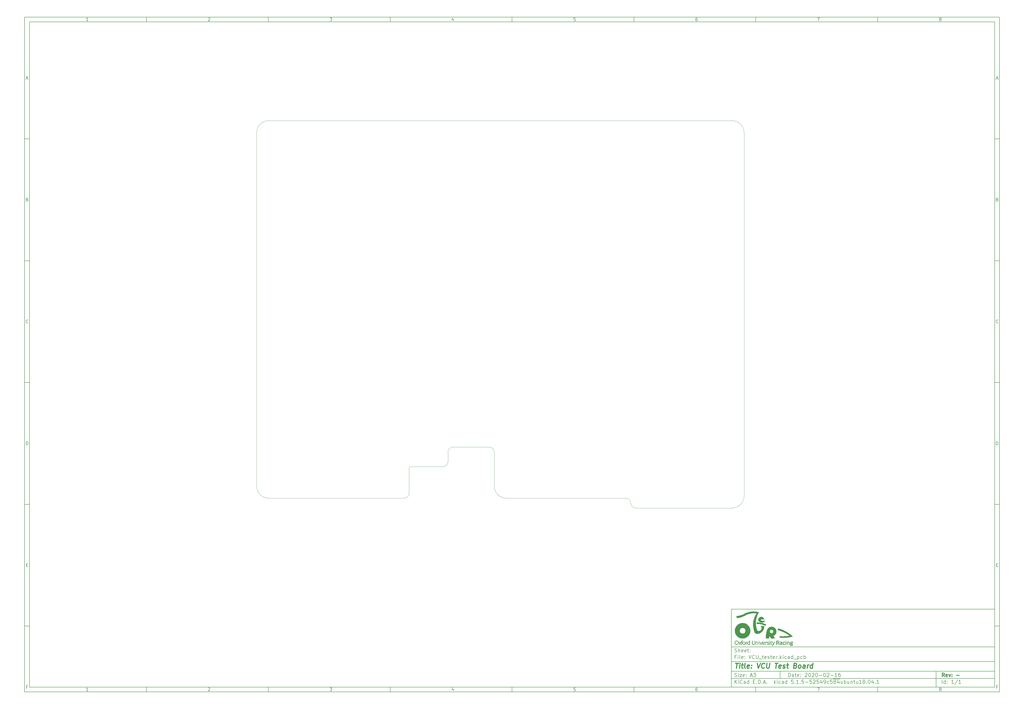
<source format=gbr>
G04 #@! TF.GenerationSoftware,KiCad,Pcbnew,5.1.5-52549c5~84~ubuntu18.04.1*
G04 #@! TF.CreationDate,2020-02-22T20:00:43+00:00*
G04 #@! TF.ProjectId,VCU_tester,5643555f-7465-4737-9465-722e6b696361,-*
G04 #@! TF.SameCoordinates,Original*
G04 #@! TF.FileFunction,Profile,NP*
%FSLAX46Y46*%
G04 Gerber Fmt 4.6, Leading zero omitted, Abs format (unit mm)*
G04 Created by KiCad (PCBNEW 5.1.5-52549c5~84~ubuntu18.04.1) date 2020-02-22 20:00:43*
%MOMM*%
%LPD*%
G04 APERTURE LIST*
%ADD10C,0.100000*%
%ADD11C,0.150000*%
%ADD12C,0.300000*%
%ADD13C,0.400000*%
%ADD14C,0.010000*%
%ADD15C,0.002540*%
G04 APERTURE END LIST*
D10*
D11*
X299989000Y-253002200D02*
X299989000Y-285002200D01*
X407989000Y-285002200D01*
X407989000Y-253002200D01*
X299989000Y-253002200D01*
D10*
D11*
X10000000Y-10000000D02*
X10000000Y-287002200D01*
X409989000Y-287002200D01*
X409989000Y-10000000D01*
X10000000Y-10000000D01*
D10*
D11*
X12000000Y-12000000D02*
X12000000Y-285002200D01*
X407989000Y-285002200D01*
X407989000Y-12000000D01*
X12000000Y-12000000D01*
D10*
D11*
X60000000Y-12000000D02*
X60000000Y-10000000D01*
D10*
D11*
X110000000Y-12000000D02*
X110000000Y-10000000D01*
D10*
D11*
X160000000Y-12000000D02*
X160000000Y-10000000D01*
D10*
D11*
X210000000Y-12000000D02*
X210000000Y-10000000D01*
D10*
D11*
X260000000Y-12000000D02*
X260000000Y-10000000D01*
D10*
D11*
X310000000Y-12000000D02*
X310000000Y-10000000D01*
D10*
D11*
X360000000Y-12000000D02*
X360000000Y-10000000D01*
D10*
D11*
X36065476Y-11588095D02*
X35322619Y-11588095D01*
X35694047Y-11588095D02*
X35694047Y-10288095D01*
X35570238Y-10473809D01*
X35446428Y-10597619D01*
X35322619Y-10659523D01*
D10*
D11*
X85322619Y-10411904D02*
X85384523Y-10350000D01*
X85508333Y-10288095D01*
X85817857Y-10288095D01*
X85941666Y-10350000D01*
X86003571Y-10411904D01*
X86065476Y-10535714D01*
X86065476Y-10659523D01*
X86003571Y-10845238D01*
X85260714Y-11588095D01*
X86065476Y-11588095D01*
D10*
D11*
X135260714Y-10288095D02*
X136065476Y-10288095D01*
X135632142Y-10783333D01*
X135817857Y-10783333D01*
X135941666Y-10845238D01*
X136003571Y-10907142D01*
X136065476Y-11030952D01*
X136065476Y-11340476D01*
X136003571Y-11464285D01*
X135941666Y-11526190D01*
X135817857Y-11588095D01*
X135446428Y-11588095D01*
X135322619Y-11526190D01*
X135260714Y-11464285D01*
D10*
D11*
X185941666Y-10721428D02*
X185941666Y-11588095D01*
X185632142Y-10226190D02*
X185322619Y-11154761D01*
X186127380Y-11154761D01*
D10*
D11*
X236003571Y-10288095D02*
X235384523Y-10288095D01*
X235322619Y-10907142D01*
X235384523Y-10845238D01*
X235508333Y-10783333D01*
X235817857Y-10783333D01*
X235941666Y-10845238D01*
X236003571Y-10907142D01*
X236065476Y-11030952D01*
X236065476Y-11340476D01*
X236003571Y-11464285D01*
X235941666Y-11526190D01*
X235817857Y-11588095D01*
X235508333Y-11588095D01*
X235384523Y-11526190D01*
X235322619Y-11464285D01*
D10*
D11*
X285941666Y-10288095D02*
X285694047Y-10288095D01*
X285570238Y-10350000D01*
X285508333Y-10411904D01*
X285384523Y-10597619D01*
X285322619Y-10845238D01*
X285322619Y-11340476D01*
X285384523Y-11464285D01*
X285446428Y-11526190D01*
X285570238Y-11588095D01*
X285817857Y-11588095D01*
X285941666Y-11526190D01*
X286003571Y-11464285D01*
X286065476Y-11340476D01*
X286065476Y-11030952D01*
X286003571Y-10907142D01*
X285941666Y-10845238D01*
X285817857Y-10783333D01*
X285570238Y-10783333D01*
X285446428Y-10845238D01*
X285384523Y-10907142D01*
X285322619Y-11030952D01*
D10*
D11*
X335260714Y-10288095D02*
X336127380Y-10288095D01*
X335570238Y-11588095D01*
D10*
D11*
X385570238Y-10845238D02*
X385446428Y-10783333D01*
X385384523Y-10721428D01*
X385322619Y-10597619D01*
X385322619Y-10535714D01*
X385384523Y-10411904D01*
X385446428Y-10350000D01*
X385570238Y-10288095D01*
X385817857Y-10288095D01*
X385941666Y-10350000D01*
X386003571Y-10411904D01*
X386065476Y-10535714D01*
X386065476Y-10597619D01*
X386003571Y-10721428D01*
X385941666Y-10783333D01*
X385817857Y-10845238D01*
X385570238Y-10845238D01*
X385446428Y-10907142D01*
X385384523Y-10969047D01*
X385322619Y-11092857D01*
X385322619Y-11340476D01*
X385384523Y-11464285D01*
X385446428Y-11526190D01*
X385570238Y-11588095D01*
X385817857Y-11588095D01*
X385941666Y-11526190D01*
X386003571Y-11464285D01*
X386065476Y-11340476D01*
X386065476Y-11092857D01*
X386003571Y-10969047D01*
X385941666Y-10907142D01*
X385817857Y-10845238D01*
D10*
D11*
X60000000Y-285002200D02*
X60000000Y-287002200D01*
D10*
D11*
X110000000Y-285002200D02*
X110000000Y-287002200D01*
D10*
D11*
X160000000Y-285002200D02*
X160000000Y-287002200D01*
D10*
D11*
X210000000Y-285002200D02*
X210000000Y-287002200D01*
D10*
D11*
X260000000Y-285002200D02*
X260000000Y-287002200D01*
D10*
D11*
X310000000Y-285002200D02*
X310000000Y-287002200D01*
D10*
D11*
X360000000Y-285002200D02*
X360000000Y-287002200D01*
D10*
D11*
X36065476Y-286590295D02*
X35322619Y-286590295D01*
X35694047Y-286590295D02*
X35694047Y-285290295D01*
X35570238Y-285476009D01*
X35446428Y-285599819D01*
X35322619Y-285661723D01*
D10*
D11*
X85322619Y-285414104D02*
X85384523Y-285352200D01*
X85508333Y-285290295D01*
X85817857Y-285290295D01*
X85941666Y-285352200D01*
X86003571Y-285414104D01*
X86065476Y-285537914D01*
X86065476Y-285661723D01*
X86003571Y-285847438D01*
X85260714Y-286590295D01*
X86065476Y-286590295D01*
D10*
D11*
X135260714Y-285290295D02*
X136065476Y-285290295D01*
X135632142Y-285785533D01*
X135817857Y-285785533D01*
X135941666Y-285847438D01*
X136003571Y-285909342D01*
X136065476Y-286033152D01*
X136065476Y-286342676D01*
X136003571Y-286466485D01*
X135941666Y-286528390D01*
X135817857Y-286590295D01*
X135446428Y-286590295D01*
X135322619Y-286528390D01*
X135260714Y-286466485D01*
D10*
D11*
X185941666Y-285723628D02*
X185941666Y-286590295D01*
X185632142Y-285228390D02*
X185322619Y-286156961D01*
X186127380Y-286156961D01*
D10*
D11*
X236003571Y-285290295D02*
X235384523Y-285290295D01*
X235322619Y-285909342D01*
X235384523Y-285847438D01*
X235508333Y-285785533D01*
X235817857Y-285785533D01*
X235941666Y-285847438D01*
X236003571Y-285909342D01*
X236065476Y-286033152D01*
X236065476Y-286342676D01*
X236003571Y-286466485D01*
X235941666Y-286528390D01*
X235817857Y-286590295D01*
X235508333Y-286590295D01*
X235384523Y-286528390D01*
X235322619Y-286466485D01*
D10*
D11*
X285941666Y-285290295D02*
X285694047Y-285290295D01*
X285570238Y-285352200D01*
X285508333Y-285414104D01*
X285384523Y-285599819D01*
X285322619Y-285847438D01*
X285322619Y-286342676D01*
X285384523Y-286466485D01*
X285446428Y-286528390D01*
X285570238Y-286590295D01*
X285817857Y-286590295D01*
X285941666Y-286528390D01*
X286003571Y-286466485D01*
X286065476Y-286342676D01*
X286065476Y-286033152D01*
X286003571Y-285909342D01*
X285941666Y-285847438D01*
X285817857Y-285785533D01*
X285570238Y-285785533D01*
X285446428Y-285847438D01*
X285384523Y-285909342D01*
X285322619Y-286033152D01*
D10*
D11*
X335260714Y-285290295D02*
X336127380Y-285290295D01*
X335570238Y-286590295D01*
D10*
D11*
X385570238Y-285847438D02*
X385446428Y-285785533D01*
X385384523Y-285723628D01*
X385322619Y-285599819D01*
X385322619Y-285537914D01*
X385384523Y-285414104D01*
X385446428Y-285352200D01*
X385570238Y-285290295D01*
X385817857Y-285290295D01*
X385941666Y-285352200D01*
X386003571Y-285414104D01*
X386065476Y-285537914D01*
X386065476Y-285599819D01*
X386003571Y-285723628D01*
X385941666Y-285785533D01*
X385817857Y-285847438D01*
X385570238Y-285847438D01*
X385446428Y-285909342D01*
X385384523Y-285971247D01*
X385322619Y-286095057D01*
X385322619Y-286342676D01*
X385384523Y-286466485D01*
X385446428Y-286528390D01*
X385570238Y-286590295D01*
X385817857Y-286590295D01*
X385941666Y-286528390D01*
X386003571Y-286466485D01*
X386065476Y-286342676D01*
X386065476Y-286095057D01*
X386003571Y-285971247D01*
X385941666Y-285909342D01*
X385817857Y-285847438D01*
D10*
D11*
X10000000Y-60000000D02*
X12000000Y-60000000D01*
D10*
D11*
X10000000Y-110000000D02*
X12000000Y-110000000D01*
D10*
D11*
X10000000Y-160000000D02*
X12000000Y-160000000D01*
D10*
D11*
X10000000Y-210000000D02*
X12000000Y-210000000D01*
D10*
D11*
X10000000Y-260000000D02*
X12000000Y-260000000D01*
D10*
D11*
X10690476Y-35216666D02*
X11309523Y-35216666D01*
X10566666Y-35588095D02*
X11000000Y-34288095D01*
X11433333Y-35588095D01*
D10*
D11*
X11092857Y-84907142D02*
X11278571Y-84969047D01*
X11340476Y-85030952D01*
X11402380Y-85154761D01*
X11402380Y-85340476D01*
X11340476Y-85464285D01*
X11278571Y-85526190D01*
X11154761Y-85588095D01*
X10659523Y-85588095D01*
X10659523Y-84288095D01*
X11092857Y-84288095D01*
X11216666Y-84350000D01*
X11278571Y-84411904D01*
X11340476Y-84535714D01*
X11340476Y-84659523D01*
X11278571Y-84783333D01*
X11216666Y-84845238D01*
X11092857Y-84907142D01*
X10659523Y-84907142D01*
D10*
D11*
X11402380Y-135464285D02*
X11340476Y-135526190D01*
X11154761Y-135588095D01*
X11030952Y-135588095D01*
X10845238Y-135526190D01*
X10721428Y-135402380D01*
X10659523Y-135278571D01*
X10597619Y-135030952D01*
X10597619Y-134845238D01*
X10659523Y-134597619D01*
X10721428Y-134473809D01*
X10845238Y-134350000D01*
X11030952Y-134288095D01*
X11154761Y-134288095D01*
X11340476Y-134350000D01*
X11402380Y-134411904D01*
D10*
D11*
X10659523Y-185588095D02*
X10659523Y-184288095D01*
X10969047Y-184288095D01*
X11154761Y-184350000D01*
X11278571Y-184473809D01*
X11340476Y-184597619D01*
X11402380Y-184845238D01*
X11402380Y-185030952D01*
X11340476Y-185278571D01*
X11278571Y-185402380D01*
X11154761Y-185526190D01*
X10969047Y-185588095D01*
X10659523Y-185588095D01*
D10*
D11*
X10721428Y-234907142D02*
X11154761Y-234907142D01*
X11340476Y-235588095D02*
X10721428Y-235588095D01*
X10721428Y-234288095D01*
X11340476Y-234288095D01*
D10*
D11*
X11185714Y-284907142D02*
X10752380Y-284907142D01*
X10752380Y-285588095D02*
X10752380Y-284288095D01*
X11371428Y-284288095D01*
D10*
D11*
X409989000Y-60000000D02*
X407989000Y-60000000D01*
D10*
D11*
X409989000Y-110000000D02*
X407989000Y-110000000D01*
D10*
D11*
X409989000Y-160000000D02*
X407989000Y-160000000D01*
D10*
D11*
X409989000Y-210000000D02*
X407989000Y-210000000D01*
D10*
D11*
X409989000Y-260000000D02*
X407989000Y-260000000D01*
D10*
D11*
X408679476Y-35216666D02*
X409298523Y-35216666D01*
X408555666Y-35588095D02*
X408989000Y-34288095D01*
X409422333Y-35588095D01*
D10*
D11*
X409081857Y-84907142D02*
X409267571Y-84969047D01*
X409329476Y-85030952D01*
X409391380Y-85154761D01*
X409391380Y-85340476D01*
X409329476Y-85464285D01*
X409267571Y-85526190D01*
X409143761Y-85588095D01*
X408648523Y-85588095D01*
X408648523Y-84288095D01*
X409081857Y-84288095D01*
X409205666Y-84350000D01*
X409267571Y-84411904D01*
X409329476Y-84535714D01*
X409329476Y-84659523D01*
X409267571Y-84783333D01*
X409205666Y-84845238D01*
X409081857Y-84907142D01*
X408648523Y-84907142D01*
D10*
D11*
X409391380Y-135464285D02*
X409329476Y-135526190D01*
X409143761Y-135588095D01*
X409019952Y-135588095D01*
X408834238Y-135526190D01*
X408710428Y-135402380D01*
X408648523Y-135278571D01*
X408586619Y-135030952D01*
X408586619Y-134845238D01*
X408648523Y-134597619D01*
X408710428Y-134473809D01*
X408834238Y-134350000D01*
X409019952Y-134288095D01*
X409143761Y-134288095D01*
X409329476Y-134350000D01*
X409391380Y-134411904D01*
D10*
D11*
X408648523Y-185588095D02*
X408648523Y-184288095D01*
X408958047Y-184288095D01*
X409143761Y-184350000D01*
X409267571Y-184473809D01*
X409329476Y-184597619D01*
X409391380Y-184845238D01*
X409391380Y-185030952D01*
X409329476Y-185278571D01*
X409267571Y-185402380D01*
X409143761Y-185526190D01*
X408958047Y-185588095D01*
X408648523Y-185588095D01*
D10*
D11*
X408710428Y-234907142D02*
X409143761Y-234907142D01*
X409329476Y-235588095D02*
X408710428Y-235588095D01*
X408710428Y-234288095D01*
X409329476Y-234288095D01*
D10*
D11*
X409174714Y-284907142D02*
X408741380Y-284907142D01*
X408741380Y-285588095D02*
X408741380Y-284288095D01*
X409360428Y-284288095D01*
D10*
D11*
X323421142Y-280780771D02*
X323421142Y-279280771D01*
X323778285Y-279280771D01*
X323992571Y-279352200D01*
X324135428Y-279495057D01*
X324206857Y-279637914D01*
X324278285Y-279923628D01*
X324278285Y-280137914D01*
X324206857Y-280423628D01*
X324135428Y-280566485D01*
X323992571Y-280709342D01*
X323778285Y-280780771D01*
X323421142Y-280780771D01*
X325564000Y-280780771D02*
X325564000Y-279995057D01*
X325492571Y-279852200D01*
X325349714Y-279780771D01*
X325064000Y-279780771D01*
X324921142Y-279852200D01*
X325564000Y-280709342D02*
X325421142Y-280780771D01*
X325064000Y-280780771D01*
X324921142Y-280709342D01*
X324849714Y-280566485D01*
X324849714Y-280423628D01*
X324921142Y-280280771D01*
X325064000Y-280209342D01*
X325421142Y-280209342D01*
X325564000Y-280137914D01*
X326064000Y-279780771D02*
X326635428Y-279780771D01*
X326278285Y-279280771D02*
X326278285Y-280566485D01*
X326349714Y-280709342D01*
X326492571Y-280780771D01*
X326635428Y-280780771D01*
X327706857Y-280709342D02*
X327564000Y-280780771D01*
X327278285Y-280780771D01*
X327135428Y-280709342D01*
X327064000Y-280566485D01*
X327064000Y-279995057D01*
X327135428Y-279852200D01*
X327278285Y-279780771D01*
X327564000Y-279780771D01*
X327706857Y-279852200D01*
X327778285Y-279995057D01*
X327778285Y-280137914D01*
X327064000Y-280280771D01*
X328421142Y-280637914D02*
X328492571Y-280709342D01*
X328421142Y-280780771D01*
X328349714Y-280709342D01*
X328421142Y-280637914D01*
X328421142Y-280780771D01*
X328421142Y-279852200D02*
X328492571Y-279923628D01*
X328421142Y-279995057D01*
X328349714Y-279923628D01*
X328421142Y-279852200D01*
X328421142Y-279995057D01*
X330206857Y-279423628D02*
X330278285Y-279352200D01*
X330421142Y-279280771D01*
X330778285Y-279280771D01*
X330921142Y-279352200D01*
X330992571Y-279423628D01*
X331064000Y-279566485D01*
X331064000Y-279709342D01*
X330992571Y-279923628D01*
X330135428Y-280780771D01*
X331064000Y-280780771D01*
X331992571Y-279280771D02*
X332135428Y-279280771D01*
X332278285Y-279352200D01*
X332349714Y-279423628D01*
X332421142Y-279566485D01*
X332492571Y-279852200D01*
X332492571Y-280209342D01*
X332421142Y-280495057D01*
X332349714Y-280637914D01*
X332278285Y-280709342D01*
X332135428Y-280780771D01*
X331992571Y-280780771D01*
X331849714Y-280709342D01*
X331778285Y-280637914D01*
X331706857Y-280495057D01*
X331635428Y-280209342D01*
X331635428Y-279852200D01*
X331706857Y-279566485D01*
X331778285Y-279423628D01*
X331849714Y-279352200D01*
X331992571Y-279280771D01*
X333064000Y-279423628D02*
X333135428Y-279352200D01*
X333278285Y-279280771D01*
X333635428Y-279280771D01*
X333778285Y-279352200D01*
X333849714Y-279423628D01*
X333921142Y-279566485D01*
X333921142Y-279709342D01*
X333849714Y-279923628D01*
X332992571Y-280780771D01*
X333921142Y-280780771D01*
X334849714Y-279280771D02*
X334992571Y-279280771D01*
X335135428Y-279352200D01*
X335206857Y-279423628D01*
X335278285Y-279566485D01*
X335349714Y-279852200D01*
X335349714Y-280209342D01*
X335278285Y-280495057D01*
X335206857Y-280637914D01*
X335135428Y-280709342D01*
X334992571Y-280780771D01*
X334849714Y-280780771D01*
X334706857Y-280709342D01*
X334635428Y-280637914D01*
X334564000Y-280495057D01*
X334492571Y-280209342D01*
X334492571Y-279852200D01*
X334564000Y-279566485D01*
X334635428Y-279423628D01*
X334706857Y-279352200D01*
X334849714Y-279280771D01*
X335992571Y-280209342D02*
X337135428Y-280209342D01*
X338135428Y-279280771D02*
X338278285Y-279280771D01*
X338421142Y-279352200D01*
X338492571Y-279423628D01*
X338564000Y-279566485D01*
X338635428Y-279852200D01*
X338635428Y-280209342D01*
X338564000Y-280495057D01*
X338492571Y-280637914D01*
X338421142Y-280709342D01*
X338278285Y-280780771D01*
X338135428Y-280780771D01*
X337992571Y-280709342D01*
X337921142Y-280637914D01*
X337849714Y-280495057D01*
X337778285Y-280209342D01*
X337778285Y-279852200D01*
X337849714Y-279566485D01*
X337921142Y-279423628D01*
X337992571Y-279352200D01*
X338135428Y-279280771D01*
X339206857Y-279423628D02*
X339278285Y-279352200D01*
X339421142Y-279280771D01*
X339778285Y-279280771D01*
X339921142Y-279352200D01*
X339992571Y-279423628D01*
X340064000Y-279566485D01*
X340064000Y-279709342D01*
X339992571Y-279923628D01*
X339135428Y-280780771D01*
X340064000Y-280780771D01*
X340706857Y-280209342D02*
X341849714Y-280209342D01*
X343349714Y-280780771D02*
X342492571Y-280780771D01*
X342921142Y-280780771D02*
X342921142Y-279280771D01*
X342778285Y-279495057D01*
X342635428Y-279637914D01*
X342492571Y-279709342D01*
X344635428Y-279280771D02*
X344349714Y-279280771D01*
X344206857Y-279352200D01*
X344135428Y-279423628D01*
X343992571Y-279637914D01*
X343921142Y-279923628D01*
X343921142Y-280495057D01*
X343992571Y-280637914D01*
X344064000Y-280709342D01*
X344206857Y-280780771D01*
X344492571Y-280780771D01*
X344635428Y-280709342D01*
X344706857Y-280637914D01*
X344778285Y-280495057D01*
X344778285Y-280137914D01*
X344706857Y-279995057D01*
X344635428Y-279923628D01*
X344492571Y-279852200D01*
X344206857Y-279852200D01*
X344064000Y-279923628D01*
X343992571Y-279995057D01*
X343921142Y-280137914D01*
D10*
D11*
X299989000Y-281502200D02*
X407989000Y-281502200D01*
D10*
D11*
X301421142Y-283580771D02*
X301421142Y-282080771D01*
X302278285Y-283580771D02*
X301635428Y-282723628D01*
X302278285Y-282080771D02*
X301421142Y-282937914D01*
X302921142Y-283580771D02*
X302921142Y-282580771D01*
X302921142Y-282080771D02*
X302849714Y-282152200D01*
X302921142Y-282223628D01*
X302992571Y-282152200D01*
X302921142Y-282080771D01*
X302921142Y-282223628D01*
X304492571Y-283437914D02*
X304421142Y-283509342D01*
X304206857Y-283580771D01*
X304064000Y-283580771D01*
X303849714Y-283509342D01*
X303706857Y-283366485D01*
X303635428Y-283223628D01*
X303564000Y-282937914D01*
X303564000Y-282723628D01*
X303635428Y-282437914D01*
X303706857Y-282295057D01*
X303849714Y-282152200D01*
X304064000Y-282080771D01*
X304206857Y-282080771D01*
X304421142Y-282152200D01*
X304492571Y-282223628D01*
X305778285Y-283580771D02*
X305778285Y-282795057D01*
X305706857Y-282652200D01*
X305564000Y-282580771D01*
X305278285Y-282580771D01*
X305135428Y-282652200D01*
X305778285Y-283509342D02*
X305635428Y-283580771D01*
X305278285Y-283580771D01*
X305135428Y-283509342D01*
X305064000Y-283366485D01*
X305064000Y-283223628D01*
X305135428Y-283080771D01*
X305278285Y-283009342D01*
X305635428Y-283009342D01*
X305778285Y-282937914D01*
X307135428Y-283580771D02*
X307135428Y-282080771D01*
X307135428Y-283509342D02*
X306992571Y-283580771D01*
X306706857Y-283580771D01*
X306564000Y-283509342D01*
X306492571Y-283437914D01*
X306421142Y-283295057D01*
X306421142Y-282866485D01*
X306492571Y-282723628D01*
X306564000Y-282652200D01*
X306706857Y-282580771D01*
X306992571Y-282580771D01*
X307135428Y-282652200D01*
X308992571Y-282795057D02*
X309492571Y-282795057D01*
X309706857Y-283580771D02*
X308992571Y-283580771D01*
X308992571Y-282080771D01*
X309706857Y-282080771D01*
X310349714Y-283437914D02*
X310421142Y-283509342D01*
X310349714Y-283580771D01*
X310278285Y-283509342D01*
X310349714Y-283437914D01*
X310349714Y-283580771D01*
X311064000Y-283580771D02*
X311064000Y-282080771D01*
X311421142Y-282080771D01*
X311635428Y-282152200D01*
X311778285Y-282295057D01*
X311849714Y-282437914D01*
X311921142Y-282723628D01*
X311921142Y-282937914D01*
X311849714Y-283223628D01*
X311778285Y-283366485D01*
X311635428Y-283509342D01*
X311421142Y-283580771D01*
X311064000Y-283580771D01*
X312564000Y-283437914D02*
X312635428Y-283509342D01*
X312564000Y-283580771D01*
X312492571Y-283509342D01*
X312564000Y-283437914D01*
X312564000Y-283580771D01*
X313206857Y-283152200D02*
X313921142Y-283152200D01*
X313064000Y-283580771D02*
X313564000Y-282080771D01*
X314064000Y-283580771D01*
X314564000Y-283437914D02*
X314635428Y-283509342D01*
X314564000Y-283580771D01*
X314492571Y-283509342D01*
X314564000Y-283437914D01*
X314564000Y-283580771D01*
X317564000Y-283580771D02*
X317564000Y-282080771D01*
X317706857Y-283009342D02*
X318135428Y-283580771D01*
X318135428Y-282580771D02*
X317564000Y-283152200D01*
X318778285Y-283580771D02*
X318778285Y-282580771D01*
X318778285Y-282080771D02*
X318706857Y-282152200D01*
X318778285Y-282223628D01*
X318849714Y-282152200D01*
X318778285Y-282080771D01*
X318778285Y-282223628D01*
X320135428Y-283509342D02*
X319992571Y-283580771D01*
X319706857Y-283580771D01*
X319564000Y-283509342D01*
X319492571Y-283437914D01*
X319421142Y-283295057D01*
X319421142Y-282866485D01*
X319492571Y-282723628D01*
X319564000Y-282652200D01*
X319706857Y-282580771D01*
X319992571Y-282580771D01*
X320135428Y-282652200D01*
X321421142Y-283580771D02*
X321421142Y-282795057D01*
X321349714Y-282652200D01*
X321206857Y-282580771D01*
X320921142Y-282580771D01*
X320778285Y-282652200D01*
X321421142Y-283509342D02*
X321278285Y-283580771D01*
X320921142Y-283580771D01*
X320778285Y-283509342D01*
X320706857Y-283366485D01*
X320706857Y-283223628D01*
X320778285Y-283080771D01*
X320921142Y-283009342D01*
X321278285Y-283009342D01*
X321421142Y-282937914D01*
X322778285Y-283580771D02*
X322778285Y-282080771D01*
X322778285Y-283509342D02*
X322635428Y-283580771D01*
X322349714Y-283580771D01*
X322206857Y-283509342D01*
X322135428Y-283437914D01*
X322064000Y-283295057D01*
X322064000Y-282866485D01*
X322135428Y-282723628D01*
X322206857Y-282652200D01*
X322349714Y-282580771D01*
X322635428Y-282580771D01*
X322778285Y-282652200D01*
X325349714Y-282080771D02*
X324635428Y-282080771D01*
X324564000Y-282795057D01*
X324635428Y-282723628D01*
X324778285Y-282652200D01*
X325135428Y-282652200D01*
X325278285Y-282723628D01*
X325349714Y-282795057D01*
X325421142Y-282937914D01*
X325421142Y-283295057D01*
X325349714Y-283437914D01*
X325278285Y-283509342D01*
X325135428Y-283580771D01*
X324778285Y-283580771D01*
X324635428Y-283509342D01*
X324564000Y-283437914D01*
X326064000Y-283437914D02*
X326135428Y-283509342D01*
X326064000Y-283580771D01*
X325992571Y-283509342D01*
X326064000Y-283437914D01*
X326064000Y-283580771D01*
X327564000Y-283580771D02*
X326706857Y-283580771D01*
X327135428Y-283580771D02*
X327135428Y-282080771D01*
X326992571Y-282295057D01*
X326849714Y-282437914D01*
X326706857Y-282509342D01*
X328206857Y-283437914D02*
X328278285Y-283509342D01*
X328206857Y-283580771D01*
X328135428Y-283509342D01*
X328206857Y-283437914D01*
X328206857Y-283580771D01*
X329635428Y-282080771D02*
X328921142Y-282080771D01*
X328849714Y-282795057D01*
X328921142Y-282723628D01*
X329064000Y-282652200D01*
X329421142Y-282652200D01*
X329564000Y-282723628D01*
X329635428Y-282795057D01*
X329706857Y-282937914D01*
X329706857Y-283295057D01*
X329635428Y-283437914D01*
X329564000Y-283509342D01*
X329421142Y-283580771D01*
X329064000Y-283580771D01*
X328921142Y-283509342D01*
X328849714Y-283437914D01*
X330349714Y-283009342D02*
X331492571Y-283009342D01*
X332921142Y-282080771D02*
X332206857Y-282080771D01*
X332135428Y-282795057D01*
X332206857Y-282723628D01*
X332349714Y-282652200D01*
X332706857Y-282652200D01*
X332849714Y-282723628D01*
X332921142Y-282795057D01*
X332992571Y-282937914D01*
X332992571Y-283295057D01*
X332921142Y-283437914D01*
X332849714Y-283509342D01*
X332706857Y-283580771D01*
X332349714Y-283580771D01*
X332206857Y-283509342D01*
X332135428Y-283437914D01*
X333564000Y-282223628D02*
X333635428Y-282152200D01*
X333778285Y-282080771D01*
X334135428Y-282080771D01*
X334278285Y-282152200D01*
X334349714Y-282223628D01*
X334421142Y-282366485D01*
X334421142Y-282509342D01*
X334349714Y-282723628D01*
X333492571Y-283580771D01*
X334421142Y-283580771D01*
X335778285Y-282080771D02*
X335064000Y-282080771D01*
X334992571Y-282795057D01*
X335064000Y-282723628D01*
X335206857Y-282652200D01*
X335564000Y-282652200D01*
X335706857Y-282723628D01*
X335778285Y-282795057D01*
X335849714Y-282937914D01*
X335849714Y-283295057D01*
X335778285Y-283437914D01*
X335706857Y-283509342D01*
X335564000Y-283580771D01*
X335206857Y-283580771D01*
X335064000Y-283509342D01*
X334992571Y-283437914D01*
X337135428Y-282580771D02*
X337135428Y-283580771D01*
X336778285Y-282009342D02*
X336421142Y-283080771D01*
X337349714Y-283080771D01*
X337992571Y-283580771D02*
X338278285Y-283580771D01*
X338421142Y-283509342D01*
X338492571Y-283437914D01*
X338635428Y-283223628D01*
X338706857Y-282937914D01*
X338706857Y-282366485D01*
X338635428Y-282223628D01*
X338564000Y-282152200D01*
X338421142Y-282080771D01*
X338135428Y-282080771D01*
X337992571Y-282152200D01*
X337921142Y-282223628D01*
X337849714Y-282366485D01*
X337849714Y-282723628D01*
X337921142Y-282866485D01*
X337992571Y-282937914D01*
X338135428Y-283009342D01*
X338421142Y-283009342D01*
X338564000Y-282937914D01*
X338635428Y-282866485D01*
X338706857Y-282723628D01*
X339992571Y-283509342D02*
X339849714Y-283580771D01*
X339564000Y-283580771D01*
X339421142Y-283509342D01*
X339349714Y-283437914D01*
X339278285Y-283295057D01*
X339278285Y-282866485D01*
X339349714Y-282723628D01*
X339421142Y-282652200D01*
X339564000Y-282580771D01*
X339849714Y-282580771D01*
X339992571Y-282652200D01*
X341349714Y-282080771D02*
X340635428Y-282080771D01*
X340564000Y-282795057D01*
X340635428Y-282723628D01*
X340778285Y-282652200D01*
X341135428Y-282652200D01*
X341278285Y-282723628D01*
X341349714Y-282795057D01*
X341421142Y-282937914D01*
X341421142Y-283295057D01*
X341349714Y-283437914D01*
X341278285Y-283509342D01*
X341135428Y-283580771D01*
X340778285Y-283580771D01*
X340635428Y-283509342D01*
X340564000Y-283437914D01*
X341706857Y-281672200D02*
X343135428Y-281672200D01*
X342278285Y-282723628D02*
X342135428Y-282652200D01*
X342064000Y-282580771D01*
X341992571Y-282437914D01*
X341992571Y-282366485D01*
X342064000Y-282223628D01*
X342135428Y-282152200D01*
X342278285Y-282080771D01*
X342564000Y-282080771D01*
X342706857Y-282152200D01*
X342778285Y-282223628D01*
X342849714Y-282366485D01*
X342849714Y-282437914D01*
X342778285Y-282580771D01*
X342706857Y-282652200D01*
X342564000Y-282723628D01*
X342278285Y-282723628D01*
X342135428Y-282795057D01*
X342064000Y-282866485D01*
X341992571Y-283009342D01*
X341992571Y-283295057D01*
X342064000Y-283437914D01*
X342135428Y-283509342D01*
X342278285Y-283580771D01*
X342564000Y-283580771D01*
X342706857Y-283509342D01*
X342778285Y-283437914D01*
X342849714Y-283295057D01*
X342849714Y-283009342D01*
X342778285Y-282866485D01*
X342706857Y-282795057D01*
X342564000Y-282723628D01*
X343135428Y-281672200D02*
X344564000Y-281672200D01*
X344135428Y-282580771D02*
X344135428Y-283580771D01*
X343778285Y-282009342D02*
X343421142Y-283080771D01*
X344349714Y-283080771D01*
X345564000Y-282580771D02*
X345564000Y-283580771D01*
X344921142Y-282580771D02*
X344921142Y-283366485D01*
X344992571Y-283509342D01*
X345135428Y-283580771D01*
X345349714Y-283580771D01*
X345492571Y-283509342D01*
X345564000Y-283437914D01*
X346278285Y-283580771D02*
X346278285Y-282080771D01*
X346278285Y-282652200D02*
X346421142Y-282580771D01*
X346706857Y-282580771D01*
X346849714Y-282652200D01*
X346921142Y-282723628D01*
X346992571Y-282866485D01*
X346992571Y-283295057D01*
X346921142Y-283437914D01*
X346849714Y-283509342D01*
X346706857Y-283580771D01*
X346421142Y-283580771D01*
X346278285Y-283509342D01*
X348278285Y-282580771D02*
X348278285Y-283580771D01*
X347635428Y-282580771D02*
X347635428Y-283366485D01*
X347706857Y-283509342D01*
X347849714Y-283580771D01*
X348064000Y-283580771D01*
X348206857Y-283509342D01*
X348278285Y-283437914D01*
X348992571Y-282580771D02*
X348992571Y-283580771D01*
X348992571Y-282723628D02*
X349064000Y-282652200D01*
X349206857Y-282580771D01*
X349421142Y-282580771D01*
X349564000Y-282652200D01*
X349635428Y-282795057D01*
X349635428Y-283580771D01*
X350135428Y-282580771D02*
X350706857Y-282580771D01*
X350349714Y-282080771D02*
X350349714Y-283366485D01*
X350421142Y-283509342D01*
X350564000Y-283580771D01*
X350706857Y-283580771D01*
X351849714Y-282580771D02*
X351849714Y-283580771D01*
X351206857Y-282580771D02*
X351206857Y-283366485D01*
X351278285Y-283509342D01*
X351421142Y-283580771D01*
X351635428Y-283580771D01*
X351778285Y-283509342D01*
X351849714Y-283437914D01*
X353349714Y-283580771D02*
X352492571Y-283580771D01*
X352921142Y-283580771D02*
X352921142Y-282080771D01*
X352778285Y-282295057D01*
X352635428Y-282437914D01*
X352492571Y-282509342D01*
X354206857Y-282723628D02*
X354064000Y-282652200D01*
X353992571Y-282580771D01*
X353921142Y-282437914D01*
X353921142Y-282366485D01*
X353992571Y-282223628D01*
X354064000Y-282152200D01*
X354206857Y-282080771D01*
X354492571Y-282080771D01*
X354635428Y-282152200D01*
X354706857Y-282223628D01*
X354778285Y-282366485D01*
X354778285Y-282437914D01*
X354706857Y-282580771D01*
X354635428Y-282652200D01*
X354492571Y-282723628D01*
X354206857Y-282723628D01*
X354064000Y-282795057D01*
X353992571Y-282866485D01*
X353921142Y-283009342D01*
X353921142Y-283295057D01*
X353992571Y-283437914D01*
X354064000Y-283509342D01*
X354206857Y-283580771D01*
X354492571Y-283580771D01*
X354635428Y-283509342D01*
X354706857Y-283437914D01*
X354778285Y-283295057D01*
X354778285Y-283009342D01*
X354706857Y-282866485D01*
X354635428Y-282795057D01*
X354492571Y-282723628D01*
X355421142Y-283437914D02*
X355492571Y-283509342D01*
X355421142Y-283580771D01*
X355349714Y-283509342D01*
X355421142Y-283437914D01*
X355421142Y-283580771D01*
X356421142Y-282080771D02*
X356564000Y-282080771D01*
X356706857Y-282152200D01*
X356778285Y-282223628D01*
X356849714Y-282366485D01*
X356921142Y-282652200D01*
X356921142Y-283009342D01*
X356849714Y-283295057D01*
X356778285Y-283437914D01*
X356706857Y-283509342D01*
X356564000Y-283580771D01*
X356421142Y-283580771D01*
X356278285Y-283509342D01*
X356206857Y-283437914D01*
X356135428Y-283295057D01*
X356064000Y-283009342D01*
X356064000Y-282652200D01*
X356135428Y-282366485D01*
X356206857Y-282223628D01*
X356278285Y-282152200D01*
X356421142Y-282080771D01*
X358206857Y-282580771D02*
X358206857Y-283580771D01*
X357849714Y-282009342D02*
X357492571Y-283080771D01*
X358421142Y-283080771D01*
X358992571Y-283437914D02*
X359064000Y-283509342D01*
X358992571Y-283580771D01*
X358921142Y-283509342D01*
X358992571Y-283437914D01*
X358992571Y-283580771D01*
X360492571Y-283580771D02*
X359635428Y-283580771D01*
X360064000Y-283580771D02*
X360064000Y-282080771D01*
X359921142Y-282295057D01*
X359778285Y-282437914D01*
X359635428Y-282509342D01*
D10*
D11*
X299989000Y-278502200D02*
X407989000Y-278502200D01*
D10*
D12*
X387398285Y-280780771D02*
X386898285Y-280066485D01*
X386541142Y-280780771D02*
X386541142Y-279280771D01*
X387112571Y-279280771D01*
X387255428Y-279352200D01*
X387326857Y-279423628D01*
X387398285Y-279566485D01*
X387398285Y-279780771D01*
X387326857Y-279923628D01*
X387255428Y-279995057D01*
X387112571Y-280066485D01*
X386541142Y-280066485D01*
X388612571Y-280709342D02*
X388469714Y-280780771D01*
X388184000Y-280780771D01*
X388041142Y-280709342D01*
X387969714Y-280566485D01*
X387969714Y-279995057D01*
X388041142Y-279852200D01*
X388184000Y-279780771D01*
X388469714Y-279780771D01*
X388612571Y-279852200D01*
X388684000Y-279995057D01*
X388684000Y-280137914D01*
X387969714Y-280280771D01*
X389184000Y-279780771D02*
X389541142Y-280780771D01*
X389898285Y-279780771D01*
X390469714Y-280637914D02*
X390541142Y-280709342D01*
X390469714Y-280780771D01*
X390398285Y-280709342D01*
X390469714Y-280637914D01*
X390469714Y-280780771D01*
X390469714Y-279852200D02*
X390541142Y-279923628D01*
X390469714Y-279995057D01*
X390398285Y-279923628D01*
X390469714Y-279852200D01*
X390469714Y-279995057D01*
X392326857Y-280209342D02*
X393469714Y-280209342D01*
D10*
D11*
X301349714Y-280709342D02*
X301564000Y-280780771D01*
X301921142Y-280780771D01*
X302064000Y-280709342D01*
X302135428Y-280637914D01*
X302206857Y-280495057D01*
X302206857Y-280352200D01*
X302135428Y-280209342D01*
X302064000Y-280137914D01*
X301921142Y-280066485D01*
X301635428Y-279995057D01*
X301492571Y-279923628D01*
X301421142Y-279852200D01*
X301349714Y-279709342D01*
X301349714Y-279566485D01*
X301421142Y-279423628D01*
X301492571Y-279352200D01*
X301635428Y-279280771D01*
X301992571Y-279280771D01*
X302206857Y-279352200D01*
X302849714Y-280780771D02*
X302849714Y-279780771D01*
X302849714Y-279280771D02*
X302778285Y-279352200D01*
X302849714Y-279423628D01*
X302921142Y-279352200D01*
X302849714Y-279280771D01*
X302849714Y-279423628D01*
X303421142Y-279780771D02*
X304206857Y-279780771D01*
X303421142Y-280780771D01*
X304206857Y-280780771D01*
X305349714Y-280709342D02*
X305206857Y-280780771D01*
X304921142Y-280780771D01*
X304778285Y-280709342D01*
X304706857Y-280566485D01*
X304706857Y-279995057D01*
X304778285Y-279852200D01*
X304921142Y-279780771D01*
X305206857Y-279780771D01*
X305349714Y-279852200D01*
X305421142Y-279995057D01*
X305421142Y-280137914D01*
X304706857Y-280280771D01*
X306064000Y-280637914D02*
X306135428Y-280709342D01*
X306064000Y-280780771D01*
X305992571Y-280709342D01*
X306064000Y-280637914D01*
X306064000Y-280780771D01*
X306064000Y-279852200D02*
X306135428Y-279923628D01*
X306064000Y-279995057D01*
X305992571Y-279923628D01*
X306064000Y-279852200D01*
X306064000Y-279995057D01*
X307849714Y-280352200D02*
X308564000Y-280352200D01*
X307706857Y-280780771D02*
X308206857Y-279280771D01*
X308706857Y-280780771D01*
X309064000Y-279280771D02*
X309992571Y-279280771D01*
X309492571Y-279852200D01*
X309706857Y-279852200D01*
X309849714Y-279923628D01*
X309921142Y-279995057D01*
X309992571Y-280137914D01*
X309992571Y-280495057D01*
X309921142Y-280637914D01*
X309849714Y-280709342D01*
X309706857Y-280780771D01*
X309278285Y-280780771D01*
X309135428Y-280709342D01*
X309064000Y-280637914D01*
D10*
D11*
X386421142Y-283580771D02*
X386421142Y-282080771D01*
X387778285Y-283580771D02*
X387778285Y-282080771D01*
X387778285Y-283509342D02*
X387635428Y-283580771D01*
X387349714Y-283580771D01*
X387206857Y-283509342D01*
X387135428Y-283437914D01*
X387064000Y-283295057D01*
X387064000Y-282866485D01*
X387135428Y-282723628D01*
X387206857Y-282652200D01*
X387349714Y-282580771D01*
X387635428Y-282580771D01*
X387778285Y-282652200D01*
X388492571Y-283437914D02*
X388564000Y-283509342D01*
X388492571Y-283580771D01*
X388421142Y-283509342D01*
X388492571Y-283437914D01*
X388492571Y-283580771D01*
X388492571Y-282652200D02*
X388564000Y-282723628D01*
X388492571Y-282795057D01*
X388421142Y-282723628D01*
X388492571Y-282652200D01*
X388492571Y-282795057D01*
X391135428Y-283580771D02*
X390278285Y-283580771D01*
X390706857Y-283580771D02*
X390706857Y-282080771D01*
X390564000Y-282295057D01*
X390421142Y-282437914D01*
X390278285Y-282509342D01*
X392849714Y-282009342D02*
X391564000Y-283937914D01*
X394135428Y-283580771D02*
X393278285Y-283580771D01*
X393706857Y-283580771D02*
X393706857Y-282080771D01*
X393564000Y-282295057D01*
X393421142Y-282437914D01*
X393278285Y-282509342D01*
D10*
D11*
X299989000Y-274502200D02*
X407989000Y-274502200D01*
D10*
D13*
X301701380Y-275206961D02*
X302844238Y-275206961D01*
X302022809Y-277206961D02*
X302272809Y-275206961D01*
X303260904Y-277206961D02*
X303427571Y-275873628D01*
X303510904Y-275206961D02*
X303403761Y-275302200D01*
X303487095Y-275397438D01*
X303594238Y-275302200D01*
X303510904Y-275206961D01*
X303487095Y-275397438D01*
X304094238Y-275873628D02*
X304856142Y-275873628D01*
X304463285Y-275206961D02*
X304249000Y-276921247D01*
X304320428Y-277111723D01*
X304499000Y-277206961D01*
X304689476Y-277206961D01*
X305641857Y-277206961D02*
X305463285Y-277111723D01*
X305391857Y-276921247D01*
X305606142Y-275206961D01*
X307177571Y-277111723D02*
X306975190Y-277206961D01*
X306594238Y-277206961D01*
X306415666Y-277111723D01*
X306344238Y-276921247D01*
X306439476Y-276159342D01*
X306558523Y-275968866D01*
X306760904Y-275873628D01*
X307141857Y-275873628D01*
X307320428Y-275968866D01*
X307391857Y-276159342D01*
X307368047Y-276349819D01*
X306391857Y-276540295D01*
X308141857Y-277016485D02*
X308225190Y-277111723D01*
X308118047Y-277206961D01*
X308034714Y-277111723D01*
X308141857Y-277016485D01*
X308118047Y-277206961D01*
X308272809Y-275968866D02*
X308356142Y-276064104D01*
X308249000Y-276159342D01*
X308165666Y-276064104D01*
X308272809Y-275968866D01*
X308249000Y-276159342D01*
X310558523Y-275206961D02*
X310975190Y-277206961D01*
X311891857Y-275206961D01*
X313475190Y-277016485D02*
X313368047Y-277111723D01*
X313070428Y-277206961D01*
X312879952Y-277206961D01*
X312606142Y-277111723D01*
X312439476Y-276921247D01*
X312368047Y-276730771D01*
X312320428Y-276349819D01*
X312356142Y-276064104D01*
X312499000Y-275683152D01*
X312618047Y-275492676D01*
X312832333Y-275302200D01*
X313129952Y-275206961D01*
X313320428Y-275206961D01*
X313594238Y-275302200D01*
X313677571Y-275397438D01*
X314558523Y-275206961D02*
X314356142Y-276826009D01*
X314427571Y-277016485D01*
X314510904Y-277111723D01*
X314689476Y-277206961D01*
X315070428Y-277206961D01*
X315272809Y-277111723D01*
X315379952Y-277016485D01*
X315499000Y-276826009D01*
X315701380Y-275206961D01*
X317891857Y-275206961D02*
X319034714Y-275206961D01*
X318213285Y-277206961D02*
X318463285Y-275206961D01*
X320225190Y-277111723D02*
X320022809Y-277206961D01*
X319641857Y-277206961D01*
X319463285Y-277111723D01*
X319391857Y-276921247D01*
X319487095Y-276159342D01*
X319606142Y-275968866D01*
X319808523Y-275873628D01*
X320189476Y-275873628D01*
X320368047Y-275968866D01*
X320439476Y-276159342D01*
X320415666Y-276349819D01*
X319439476Y-276540295D01*
X321082333Y-277111723D02*
X321260904Y-277206961D01*
X321641857Y-277206961D01*
X321844238Y-277111723D01*
X321963285Y-276921247D01*
X321975190Y-276826009D01*
X321903761Y-276635533D01*
X321725190Y-276540295D01*
X321439476Y-276540295D01*
X321260904Y-276445057D01*
X321189476Y-276254580D01*
X321201380Y-276159342D01*
X321320428Y-275968866D01*
X321522809Y-275873628D01*
X321808523Y-275873628D01*
X321987095Y-275968866D01*
X322665666Y-275873628D02*
X323427571Y-275873628D01*
X323034714Y-275206961D02*
X322820428Y-276921247D01*
X322891857Y-277111723D01*
X323070428Y-277206961D01*
X323260904Y-277206961D01*
X326249000Y-276159342D02*
X326522809Y-276254580D01*
X326606142Y-276349819D01*
X326677571Y-276540295D01*
X326641857Y-276826009D01*
X326522809Y-277016485D01*
X326415666Y-277111723D01*
X326213285Y-277206961D01*
X325451380Y-277206961D01*
X325701380Y-275206961D01*
X326368047Y-275206961D01*
X326546619Y-275302200D01*
X326629952Y-275397438D01*
X326701380Y-275587914D01*
X326677571Y-275778390D01*
X326558523Y-275968866D01*
X326451380Y-276064104D01*
X326249000Y-276159342D01*
X325582333Y-276159342D01*
X327737095Y-277206961D02*
X327558523Y-277111723D01*
X327475190Y-277016485D01*
X327403761Y-276826009D01*
X327475190Y-276254580D01*
X327594238Y-276064104D01*
X327701380Y-275968866D01*
X327903761Y-275873628D01*
X328189476Y-275873628D01*
X328368047Y-275968866D01*
X328451380Y-276064104D01*
X328522809Y-276254580D01*
X328451380Y-276826009D01*
X328332333Y-277016485D01*
X328225190Y-277111723D01*
X328022809Y-277206961D01*
X327737095Y-277206961D01*
X330118047Y-277206961D02*
X330249000Y-276159342D01*
X330177571Y-275968866D01*
X329999000Y-275873628D01*
X329618047Y-275873628D01*
X329415666Y-275968866D01*
X330129952Y-277111723D02*
X329927571Y-277206961D01*
X329451380Y-277206961D01*
X329272809Y-277111723D01*
X329201380Y-276921247D01*
X329225190Y-276730771D01*
X329344238Y-276540295D01*
X329546619Y-276445057D01*
X330022809Y-276445057D01*
X330225190Y-276349819D01*
X331070428Y-277206961D02*
X331237095Y-275873628D01*
X331189476Y-276254580D02*
X331308523Y-276064104D01*
X331415666Y-275968866D01*
X331618047Y-275873628D01*
X331808523Y-275873628D01*
X333165666Y-277206961D02*
X333415666Y-275206961D01*
X333177571Y-277111723D02*
X332975190Y-277206961D01*
X332594238Y-277206961D01*
X332415666Y-277111723D01*
X332332333Y-277016485D01*
X332260904Y-276826009D01*
X332332333Y-276254580D01*
X332451380Y-276064104D01*
X332558523Y-275968866D01*
X332760904Y-275873628D01*
X333141857Y-275873628D01*
X333320428Y-275968866D01*
D10*
D11*
X301921142Y-272595057D02*
X301421142Y-272595057D01*
X301421142Y-273380771D02*
X301421142Y-271880771D01*
X302135428Y-271880771D01*
X302706857Y-273380771D02*
X302706857Y-272380771D01*
X302706857Y-271880771D02*
X302635428Y-271952200D01*
X302706857Y-272023628D01*
X302778285Y-271952200D01*
X302706857Y-271880771D01*
X302706857Y-272023628D01*
X303635428Y-273380771D02*
X303492571Y-273309342D01*
X303421142Y-273166485D01*
X303421142Y-271880771D01*
X304778285Y-273309342D02*
X304635428Y-273380771D01*
X304349714Y-273380771D01*
X304206857Y-273309342D01*
X304135428Y-273166485D01*
X304135428Y-272595057D01*
X304206857Y-272452200D01*
X304349714Y-272380771D01*
X304635428Y-272380771D01*
X304778285Y-272452200D01*
X304849714Y-272595057D01*
X304849714Y-272737914D01*
X304135428Y-272880771D01*
X305492571Y-273237914D02*
X305564000Y-273309342D01*
X305492571Y-273380771D01*
X305421142Y-273309342D01*
X305492571Y-273237914D01*
X305492571Y-273380771D01*
X305492571Y-272452200D02*
X305564000Y-272523628D01*
X305492571Y-272595057D01*
X305421142Y-272523628D01*
X305492571Y-272452200D01*
X305492571Y-272595057D01*
X307135428Y-271880771D02*
X307635428Y-273380771D01*
X308135428Y-271880771D01*
X309492571Y-273237914D02*
X309421142Y-273309342D01*
X309206857Y-273380771D01*
X309064000Y-273380771D01*
X308849714Y-273309342D01*
X308706857Y-273166485D01*
X308635428Y-273023628D01*
X308564000Y-272737914D01*
X308564000Y-272523628D01*
X308635428Y-272237914D01*
X308706857Y-272095057D01*
X308849714Y-271952200D01*
X309064000Y-271880771D01*
X309206857Y-271880771D01*
X309421142Y-271952200D01*
X309492571Y-272023628D01*
X310135428Y-271880771D02*
X310135428Y-273095057D01*
X310206857Y-273237914D01*
X310278285Y-273309342D01*
X310421142Y-273380771D01*
X310706857Y-273380771D01*
X310849714Y-273309342D01*
X310921142Y-273237914D01*
X310992571Y-273095057D01*
X310992571Y-271880771D01*
X311349714Y-273523628D02*
X312492571Y-273523628D01*
X312635428Y-272380771D02*
X313206857Y-272380771D01*
X312849714Y-271880771D02*
X312849714Y-273166485D01*
X312921142Y-273309342D01*
X313064000Y-273380771D01*
X313206857Y-273380771D01*
X314278285Y-273309342D02*
X314135428Y-273380771D01*
X313849714Y-273380771D01*
X313706857Y-273309342D01*
X313635428Y-273166485D01*
X313635428Y-272595057D01*
X313706857Y-272452200D01*
X313849714Y-272380771D01*
X314135428Y-272380771D01*
X314278285Y-272452200D01*
X314349714Y-272595057D01*
X314349714Y-272737914D01*
X313635428Y-272880771D01*
X314921142Y-273309342D02*
X315064000Y-273380771D01*
X315349714Y-273380771D01*
X315492571Y-273309342D01*
X315564000Y-273166485D01*
X315564000Y-273095057D01*
X315492571Y-272952200D01*
X315349714Y-272880771D01*
X315135428Y-272880771D01*
X314992571Y-272809342D01*
X314921142Y-272666485D01*
X314921142Y-272595057D01*
X314992571Y-272452200D01*
X315135428Y-272380771D01*
X315349714Y-272380771D01*
X315492571Y-272452200D01*
X315992571Y-272380771D02*
X316564000Y-272380771D01*
X316206857Y-271880771D02*
X316206857Y-273166485D01*
X316278285Y-273309342D01*
X316421142Y-273380771D01*
X316564000Y-273380771D01*
X317635428Y-273309342D02*
X317492571Y-273380771D01*
X317206857Y-273380771D01*
X317064000Y-273309342D01*
X316992571Y-273166485D01*
X316992571Y-272595057D01*
X317064000Y-272452200D01*
X317206857Y-272380771D01*
X317492571Y-272380771D01*
X317635428Y-272452200D01*
X317706857Y-272595057D01*
X317706857Y-272737914D01*
X316992571Y-272880771D01*
X318349714Y-273380771D02*
X318349714Y-272380771D01*
X318349714Y-272666485D02*
X318421142Y-272523628D01*
X318492571Y-272452200D01*
X318635428Y-272380771D01*
X318778285Y-272380771D01*
X319278285Y-273237914D02*
X319349714Y-273309342D01*
X319278285Y-273380771D01*
X319206857Y-273309342D01*
X319278285Y-273237914D01*
X319278285Y-273380771D01*
X319992571Y-273380771D02*
X319992571Y-271880771D01*
X320135428Y-272809342D02*
X320564000Y-273380771D01*
X320564000Y-272380771D02*
X319992571Y-272952200D01*
X321206857Y-273380771D02*
X321206857Y-272380771D01*
X321206857Y-271880771D02*
X321135428Y-271952200D01*
X321206857Y-272023628D01*
X321278285Y-271952200D01*
X321206857Y-271880771D01*
X321206857Y-272023628D01*
X322564000Y-273309342D02*
X322421142Y-273380771D01*
X322135428Y-273380771D01*
X321992571Y-273309342D01*
X321921142Y-273237914D01*
X321849714Y-273095057D01*
X321849714Y-272666485D01*
X321921142Y-272523628D01*
X321992571Y-272452200D01*
X322135428Y-272380771D01*
X322421142Y-272380771D01*
X322564000Y-272452200D01*
X323849714Y-273380771D02*
X323849714Y-272595057D01*
X323778285Y-272452200D01*
X323635428Y-272380771D01*
X323349714Y-272380771D01*
X323206857Y-272452200D01*
X323849714Y-273309342D02*
X323706857Y-273380771D01*
X323349714Y-273380771D01*
X323206857Y-273309342D01*
X323135428Y-273166485D01*
X323135428Y-273023628D01*
X323206857Y-272880771D01*
X323349714Y-272809342D01*
X323706857Y-272809342D01*
X323849714Y-272737914D01*
X325206857Y-273380771D02*
X325206857Y-271880771D01*
X325206857Y-273309342D02*
X325064000Y-273380771D01*
X324778285Y-273380771D01*
X324635428Y-273309342D01*
X324564000Y-273237914D01*
X324492571Y-273095057D01*
X324492571Y-272666485D01*
X324564000Y-272523628D01*
X324635428Y-272452200D01*
X324778285Y-272380771D01*
X325064000Y-272380771D01*
X325206857Y-272452200D01*
X325564000Y-273523628D02*
X326706857Y-273523628D01*
X327064000Y-272380771D02*
X327064000Y-273880771D01*
X327064000Y-272452200D02*
X327206857Y-272380771D01*
X327492571Y-272380771D01*
X327635428Y-272452200D01*
X327706857Y-272523628D01*
X327778285Y-272666485D01*
X327778285Y-273095057D01*
X327706857Y-273237914D01*
X327635428Y-273309342D01*
X327492571Y-273380771D01*
X327206857Y-273380771D01*
X327064000Y-273309342D01*
X329064000Y-273309342D02*
X328921142Y-273380771D01*
X328635428Y-273380771D01*
X328492571Y-273309342D01*
X328421142Y-273237914D01*
X328349714Y-273095057D01*
X328349714Y-272666485D01*
X328421142Y-272523628D01*
X328492571Y-272452200D01*
X328635428Y-272380771D01*
X328921142Y-272380771D01*
X329064000Y-272452200D01*
X329706857Y-273380771D02*
X329706857Y-271880771D01*
X329706857Y-272452200D02*
X329849714Y-272380771D01*
X330135428Y-272380771D01*
X330278285Y-272452200D01*
X330349714Y-272523628D01*
X330421142Y-272666485D01*
X330421142Y-273095057D01*
X330349714Y-273237914D01*
X330278285Y-273309342D01*
X330135428Y-273380771D01*
X329849714Y-273380771D01*
X329706857Y-273309342D01*
D10*
D11*
X299989000Y-268502200D02*
X407989000Y-268502200D01*
D10*
D11*
X301349714Y-270609342D02*
X301564000Y-270680771D01*
X301921142Y-270680771D01*
X302064000Y-270609342D01*
X302135428Y-270537914D01*
X302206857Y-270395057D01*
X302206857Y-270252200D01*
X302135428Y-270109342D01*
X302064000Y-270037914D01*
X301921142Y-269966485D01*
X301635428Y-269895057D01*
X301492571Y-269823628D01*
X301421142Y-269752200D01*
X301349714Y-269609342D01*
X301349714Y-269466485D01*
X301421142Y-269323628D01*
X301492571Y-269252200D01*
X301635428Y-269180771D01*
X301992571Y-269180771D01*
X302206857Y-269252200D01*
X302849714Y-270680771D02*
X302849714Y-269180771D01*
X303492571Y-270680771D02*
X303492571Y-269895057D01*
X303421142Y-269752200D01*
X303278285Y-269680771D01*
X303064000Y-269680771D01*
X302921142Y-269752200D01*
X302849714Y-269823628D01*
X304778285Y-270609342D02*
X304635428Y-270680771D01*
X304349714Y-270680771D01*
X304206857Y-270609342D01*
X304135428Y-270466485D01*
X304135428Y-269895057D01*
X304206857Y-269752200D01*
X304349714Y-269680771D01*
X304635428Y-269680771D01*
X304778285Y-269752200D01*
X304849714Y-269895057D01*
X304849714Y-270037914D01*
X304135428Y-270180771D01*
X306064000Y-270609342D02*
X305921142Y-270680771D01*
X305635428Y-270680771D01*
X305492571Y-270609342D01*
X305421142Y-270466485D01*
X305421142Y-269895057D01*
X305492571Y-269752200D01*
X305635428Y-269680771D01*
X305921142Y-269680771D01*
X306064000Y-269752200D01*
X306135428Y-269895057D01*
X306135428Y-270037914D01*
X305421142Y-270180771D01*
X306564000Y-269680771D02*
X307135428Y-269680771D01*
X306778285Y-269180771D02*
X306778285Y-270466485D01*
X306849714Y-270609342D01*
X306992571Y-270680771D01*
X307135428Y-270680771D01*
X307635428Y-270537914D02*
X307706857Y-270609342D01*
X307635428Y-270680771D01*
X307564000Y-270609342D01*
X307635428Y-270537914D01*
X307635428Y-270680771D01*
X307635428Y-269752200D02*
X307706857Y-269823628D01*
X307635428Y-269895057D01*
X307564000Y-269823628D01*
X307635428Y-269752200D01*
X307635428Y-269895057D01*
D10*
D11*
X319989000Y-278502200D02*
X319989000Y-281502200D01*
D10*
D11*
X383989000Y-278502200D02*
X383989000Y-285002200D01*
D10*
D14*
G36*
X316993000Y-266897200D02*
G01*
X317018000Y-266964200D01*
X317042000Y-267028200D01*
X317065000Y-267089200D01*
X317087000Y-267146200D01*
X317107000Y-267199200D01*
X317125000Y-267247200D01*
X317140999Y-267289200D01*
X317154000Y-267325200D01*
X317164999Y-267354200D01*
X317173000Y-267376200D01*
X317179000Y-267389200D01*
X317179999Y-267394200D01*
X317181999Y-267397200D01*
X317183999Y-267399200D01*
X317186999Y-267396200D01*
X317191000Y-267390200D01*
X317197000Y-267378200D01*
X317203999Y-267360200D01*
X317215000Y-267335200D01*
X317227999Y-267302200D01*
X317234999Y-267284200D01*
X317246000Y-267258200D01*
X317258999Y-267225200D01*
X317274000Y-267187200D01*
X317291000Y-267144200D01*
X317310000Y-267098200D01*
X317330999Y-267047200D01*
X317352000Y-266994200D01*
X317373999Y-266940200D01*
X317419999Y-266828200D01*
X317441999Y-266773200D01*
X317464000Y-266719200D01*
X317484999Y-266667200D01*
X317505000Y-266618200D01*
X317524000Y-266572200D01*
X317541000Y-266531200D01*
X317556000Y-266495200D01*
X317568000Y-266465200D01*
X317578000Y-266442200D01*
X317584000Y-266426200D01*
X317587999Y-266418200D01*
X317587999Y-266417200D01*
X317594000Y-266417200D01*
X317607000Y-266416200D01*
X317626999Y-266416200D01*
X317650999Y-266417200D01*
X317657000Y-266417200D01*
X317724000Y-266418200D01*
X317459000Y-267046200D01*
X317426999Y-267122200D01*
X317395000Y-267197200D01*
X317364000Y-267269200D01*
X317335000Y-267339200D01*
X317306999Y-267405200D01*
X317280999Y-267467200D01*
X317256000Y-267524200D01*
X317234000Y-267577200D01*
X317215000Y-267623200D01*
X317198000Y-267662200D01*
X317185000Y-267695200D01*
X317174000Y-267720200D01*
X317167000Y-267736200D01*
X317164999Y-267740200D01*
X317140000Y-267797200D01*
X317114000Y-267845200D01*
X317087999Y-267885200D01*
X317061999Y-267918200D01*
X317032999Y-267945200D01*
X317008000Y-267963200D01*
X316974999Y-267982200D01*
X316943999Y-267995200D01*
X316909999Y-268003200D01*
X316869999Y-268007200D01*
X316854000Y-268007200D01*
X316830000Y-268008200D01*
X316808999Y-268007200D01*
X316792000Y-268007200D01*
X316784999Y-268006200D01*
X316767000Y-268003200D01*
X316724999Y-267993200D01*
X316705000Y-267987200D01*
X316688999Y-267983200D01*
X316679999Y-267980200D01*
X316679999Y-267979200D01*
X316676999Y-267976200D01*
X316676999Y-267970200D01*
X316679000Y-267959200D01*
X316683999Y-267942200D01*
X316690000Y-267924200D01*
X316698000Y-267901200D01*
X316703999Y-267886200D01*
X316709000Y-267877200D01*
X316714000Y-267874200D01*
X316717000Y-267873200D01*
X316726000Y-267875200D01*
X316741999Y-267877200D01*
X316763999Y-267880200D01*
X316782000Y-267883200D01*
X316810000Y-267886200D01*
X316830999Y-267888200D01*
X316849000Y-267888200D01*
X316866999Y-267886200D01*
X316871000Y-267885200D01*
X316912000Y-267874200D01*
X316947000Y-267856200D01*
X316977000Y-267829200D01*
X317000000Y-267798200D01*
X317005000Y-267787200D01*
X317013999Y-267770200D01*
X317025999Y-267746200D01*
X317039000Y-267718200D01*
X317053000Y-267687200D01*
X317061000Y-267671200D01*
X317109000Y-267564200D01*
X316895000Y-267004200D01*
X316866999Y-266932200D01*
X316840999Y-266863200D01*
X316816000Y-266796200D01*
X316792000Y-266734200D01*
X316768999Y-266675200D01*
X316748999Y-266622200D01*
X316729999Y-266573200D01*
X316714000Y-266531200D01*
X316700999Y-266495200D01*
X316690000Y-266467200D01*
X316681999Y-266446200D01*
X316676999Y-266433200D01*
X316674999Y-266429200D01*
X316669999Y-266416200D01*
X316811999Y-266416200D01*
X316993000Y-266897200D01*
G37*
X316993000Y-266897200D02*
X317018000Y-266964200D01*
X317042000Y-267028200D01*
X317065000Y-267089200D01*
X317087000Y-267146200D01*
X317107000Y-267199200D01*
X317125000Y-267247200D01*
X317140999Y-267289200D01*
X317154000Y-267325200D01*
X317164999Y-267354200D01*
X317173000Y-267376200D01*
X317179000Y-267389200D01*
X317179999Y-267394200D01*
X317181999Y-267397200D01*
X317183999Y-267399200D01*
X317186999Y-267396200D01*
X317191000Y-267390200D01*
X317197000Y-267378200D01*
X317203999Y-267360200D01*
X317215000Y-267335200D01*
X317227999Y-267302200D01*
X317234999Y-267284200D01*
X317246000Y-267258200D01*
X317258999Y-267225200D01*
X317274000Y-267187200D01*
X317291000Y-267144200D01*
X317310000Y-267098200D01*
X317330999Y-267047200D01*
X317352000Y-266994200D01*
X317373999Y-266940200D01*
X317419999Y-266828200D01*
X317441999Y-266773200D01*
X317464000Y-266719200D01*
X317484999Y-266667200D01*
X317505000Y-266618200D01*
X317524000Y-266572200D01*
X317541000Y-266531200D01*
X317556000Y-266495200D01*
X317568000Y-266465200D01*
X317578000Y-266442200D01*
X317584000Y-266426200D01*
X317587999Y-266418200D01*
X317587999Y-266417200D01*
X317594000Y-266417200D01*
X317607000Y-266416200D01*
X317626999Y-266416200D01*
X317650999Y-266417200D01*
X317657000Y-266417200D01*
X317724000Y-266418200D01*
X317459000Y-267046200D01*
X317426999Y-267122200D01*
X317395000Y-267197200D01*
X317364000Y-267269200D01*
X317335000Y-267339200D01*
X317306999Y-267405200D01*
X317280999Y-267467200D01*
X317256000Y-267524200D01*
X317234000Y-267577200D01*
X317215000Y-267623200D01*
X317198000Y-267662200D01*
X317185000Y-267695200D01*
X317174000Y-267720200D01*
X317167000Y-267736200D01*
X317164999Y-267740200D01*
X317140000Y-267797200D01*
X317114000Y-267845200D01*
X317087999Y-267885200D01*
X317061999Y-267918200D01*
X317032999Y-267945200D01*
X317008000Y-267963200D01*
X316974999Y-267982200D01*
X316943999Y-267995200D01*
X316909999Y-268003200D01*
X316869999Y-268007200D01*
X316854000Y-268007200D01*
X316830000Y-268008200D01*
X316808999Y-268007200D01*
X316792000Y-268007200D01*
X316784999Y-268006200D01*
X316767000Y-268003200D01*
X316724999Y-267993200D01*
X316705000Y-267987200D01*
X316688999Y-267983200D01*
X316679999Y-267980200D01*
X316679999Y-267979200D01*
X316676999Y-267976200D01*
X316676999Y-267970200D01*
X316679000Y-267959200D01*
X316683999Y-267942200D01*
X316690000Y-267924200D01*
X316698000Y-267901200D01*
X316703999Y-267886200D01*
X316709000Y-267877200D01*
X316714000Y-267874200D01*
X316717000Y-267873200D01*
X316726000Y-267875200D01*
X316741999Y-267877200D01*
X316763999Y-267880200D01*
X316782000Y-267883200D01*
X316810000Y-267886200D01*
X316830999Y-267888200D01*
X316849000Y-267888200D01*
X316866999Y-267886200D01*
X316871000Y-267885200D01*
X316912000Y-267874200D01*
X316947000Y-267856200D01*
X316977000Y-267829200D01*
X317000000Y-267798200D01*
X317005000Y-267787200D01*
X317013999Y-267770200D01*
X317025999Y-267746200D01*
X317039000Y-267718200D01*
X317053000Y-267687200D01*
X317061000Y-267671200D01*
X317109000Y-267564200D01*
X316895000Y-267004200D01*
X316866999Y-266932200D01*
X316840999Y-266863200D01*
X316816000Y-266796200D01*
X316792000Y-266734200D01*
X316768999Y-266675200D01*
X316748999Y-266622200D01*
X316729999Y-266573200D01*
X316714000Y-266531200D01*
X316700999Y-266495200D01*
X316690000Y-266467200D01*
X316681999Y-266446200D01*
X316676999Y-266433200D01*
X316674999Y-266429200D01*
X316669999Y-266416200D01*
X316811999Y-266416200D01*
X316993000Y-266897200D01*
D10*
D14*
G36*
X325058999Y-266255200D02*
G01*
X325066999Y-266266200D01*
X325078999Y-266281200D01*
X325092999Y-266299200D01*
X325121000Y-266339200D01*
X325133999Y-266357200D01*
X325143999Y-266372200D01*
X325147999Y-266379200D01*
X325145999Y-266383200D01*
X325135999Y-266392200D01*
X325118000Y-266405200D01*
X325092000Y-266421200D01*
X325080999Y-266428200D01*
X325046999Y-266449200D01*
X325015000Y-266469200D01*
X324988000Y-266487200D01*
X324965999Y-266503200D01*
X324948999Y-266515200D01*
X324940000Y-266524200D01*
X324938000Y-266527200D01*
X324941000Y-266533200D01*
X324948000Y-266543200D01*
X324953999Y-266550200D01*
X324982999Y-266591200D01*
X325008000Y-266640200D01*
X325018999Y-266668200D01*
X325025000Y-266690200D01*
X325030000Y-266708200D01*
X325032999Y-266728200D01*
X325034999Y-266752200D01*
X325036000Y-266775200D01*
X325036000Y-266821200D01*
X325032999Y-266862200D01*
X325024000Y-266899200D01*
X325010999Y-266936200D01*
X325000000Y-266961200D01*
X324969000Y-267013200D01*
X324929999Y-267060200D01*
X324883999Y-267101200D01*
X324832000Y-267136200D01*
X324772999Y-267164200D01*
X324720000Y-267181200D01*
X324698999Y-267186200D01*
X324679000Y-267190200D01*
X324657000Y-267193200D01*
X324631999Y-267194200D01*
X324599999Y-267196200D01*
X324585999Y-267196200D01*
X324553000Y-267197200D01*
X324525999Y-267197200D01*
X324505000Y-267196200D01*
X324484999Y-267194200D01*
X324465000Y-267191200D01*
X324450000Y-267188200D01*
X324424999Y-267182200D01*
X324400999Y-267176200D01*
X324381000Y-267170200D01*
X324373000Y-267167200D01*
X324347000Y-267158200D01*
X324334000Y-267174200D01*
X324323999Y-267187200D01*
X324313000Y-267205200D01*
X324304000Y-267221200D01*
X324296000Y-267239200D01*
X324292000Y-267254200D01*
X324289999Y-267269200D01*
X324291000Y-267284200D01*
X324292999Y-267303200D01*
X324296000Y-267316200D01*
X324301999Y-267326200D01*
X324310000Y-267335200D01*
X324318999Y-267343200D01*
X324330000Y-267350200D01*
X324342999Y-267357200D01*
X324359000Y-267362200D01*
X324378000Y-267367200D01*
X324402999Y-267371200D01*
X324431999Y-267375200D01*
X324469000Y-267378200D01*
X324512000Y-267381200D01*
X324563000Y-267385200D01*
X324621999Y-267388200D01*
X324659000Y-267389200D01*
X324717999Y-267392200D01*
X324768000Y-267395200D01*
X324811000Y-267398200D01*
X324847000Y-267402200D01*
X324878000Y-267405200D01*
X324904000Y-267410200D01*
X324926999Y-267415200D01*
X324948999Y-267420200D01*
X324960999Y-267424200D01*
X324996999Y-267439200D01*
X325032000Y-267458200D01*
X325063999Y-267479200D01*
X325089000Y-267502200D01*
X325092000Y-267505200D01*
X325118000Y-267542200D01*
X325137000Y-267583200D01*
X325147000Y-267628200D01*
X325150000Y-267674200D01*
X325145000Y-267721200D01*
X325131999Y-267766200D01*
X325109999Y-267809200D01*
X325107999Y-267813200D01*
X325075000Y-267854200D01*
X325034000Y-267891200D01*
X324984999Y-267922200D01*
X324926999Y-267949200D01*
X324859999Y-267971200D01*
X324784999Y-267988200D01*
X324700999Y-268001200D01*
X324666000Y-268004200D01*
X324643000Y-268006200D01*
X324613000Y-268007200D01*
X324578000Y-268008200D01*
X324465999Y-268008200D01*
X324435000Y-268007200D01*
X324411000Y-268006200D01*
X324407000Y-268006200D01*
X324330000Y-267997200D01*
X324260000Y-267985200D01*
X324198999Y-267968200D01*
X324147000Y-267947200D01*
X324102999Y-267922200D01*
X324066999Y-267893200D01*
X324042000Y-267861200D01*
X324024000Y-267823200D01*
X324013999Y-267781200D01*
X324010999Y-267735200D01*
X324015999Y-267687200D01*
X324200999Y-267687200D01*
X324200999Y-267720200D01*
X324207000Y-267749200D01*
X324210000Y-267758200D01*
X324227999Y-267783200D01*
X324255000Y-267804200D01*
X324291000Y-267822200D01*
X324335999Y-267835200D01*
X324390999Y-267845200D01*
X324453999Y-267851200D01*
X324469000Y-267852200D01*
X324488000Y-267852200D01*
X324505000Y-267853200D01*
X324513999Y-267854200D01*
X324522999Y-267854200D01*
X324539999Y-267853200D01*
X324563000Y-267852200D01*
X324590999Y-267851200D01*
X324614000Y-267850200D01*
X324676000Y-267846200D01*
X324729000Y-267840200D01*
X324775000Y-267832200D01*
X324815000Y-267822200D01*
X324849999Y-267810200D01*
X324883000Y-267795200D01*
X324883999Y-267794200D01*
X324916000Y-267773200D01*
X324940000Y-267748200D01*
X324955000Y-267719200D01*
X324960999Y-267689200D01*
X324957999Y-267657200D01*
X324948000Y-267631200D01*
X324931999Y-267610200D01*
X324907999Y-267593200D01*
X324895999Y-267586200D01*
X324883000Y-267580200D01*
X324868000Y-267575200D01*
X324849999Y-267570200D01*
X324828999Y-267566200D01*
X324804000Y-267563200D01*
X324774000Y-267559200D01*
X324738000Y-267556200D01*
X324695000Y-267553200D01*
X324643999Y-267550200D01*
X324582999Y-267547200D01*
X324573999Y-267546200D01*
X324527000Y-267544200D01*
X324482999Y-267541200D01*
X324443000Y-267538200D01*
X324407000Y-267535200D01*
X324378000Y-267533200D01*
X324356000Y-267531200D01*
X324342999Y-267529200D01*
X324323999Y-267525200D01*
X324313000Y-267524200D01*
X324304000Y-267525200D01*
X324294999Y-267529200D01*
X324292000Y-267531200D01*
X324270000Y-267549200D01*
X324246999Y-267574200D01*
X324227999Y-267603200D01*
X324219000Y-267620200D01*
X324207000Y-267653200D01*
X324200999Y-267687200D01*
X324015999Y-267687200D01*
X324017000Y-267686200D01*
X324030999Y-267636200D01*
X324051999Y-267590200D01*
X324063000Y-267570200D01*
X324075000Y-267552200D01*
X324090000Y-267534200D01*
X324109000Y-267513200D01*
X324123999Y-267498200D01*
X324176000Y-267447200D01*
X324157000Y-267423200D01*
X324137000Y-267393200D01*
X324123999Y-267362200D01*
X324116000Y-267327200D01*
X324114000Y-267283200D01*
X324121999Y-267240200D01*
X324138999Y-267197200D01*
X324167000Y-267154200D01*
X324193000Y-267124200D01*
X324229999Y-267085200D01*
X324212000Y-267068200D01*
X324186000Y-267039200D01*
X324159999Y-267004200D01*
X324135999Y-266964200D01*
X324119000Y-266925200D01*
X324107999Y-266886200D01*
X324101000Y-266843200D01*
X324099000Y-266794200D01*
X324099000Y-266792200D01*
X324275000Y-266792200D01*
X324275999Y-266826200D01*
X324280000Y-266855200D01*
X324284000Y-266873200D01*
X324303000Y-266916200D01*
X324328999Y-266954200D01*
X324364000Y-266985200D01*
X324405000Y-267011200D01*
X324453000Y-267031200D01*
X324508000Y-267043200D01*
X324518999Y-267045200D01*
X324539000Y-267046200D01*
X324566000Y-267046200D01*
X324596000Y-267045200D01*
X324625000Y-267042200D01*
X324650999Y-267039200D01*
X324666000Y-267036200D01*
X324715000Y-267018200D01*
X324758000Y-266994200D01*
X324794999Y-266964200D01*
X324823999Y-266928200D01*
X324846000Y-266888200D01*
X324857000Y-266850200D01*
X324863000Y-266800200D01*
X324861000Y-266751200D01*
X324849000Y-266705200D01*
X324828999Y-266663200D01*
X324801999Y-266627200D01*
X324791000Y-266616200D01*
X324755000Y-266587200D01*
X324717000Y-266565200D01*
X324674000Y-266550200D01*
X324626999Y-266541200D01*
X324572000Y-266538200D01*
X324568999Y-266538200D01*
X324524000Y-266540200D01*
X324486000Y-266544200D01*
X324452000Y-266553200D01*
X324419000Y-266565200D01*
X324407999Y-266570200D01*
X324364999Y-266596200D01*
X324330999Y-266627200D01*
X324304999Y-266664200D01*
X324287000Y-266706200D01*
X324277000Y-266754200D01*
X324275000Y-266792200D01*
X324099000Y-266792200D01*
X324101000Y-266750200D01*
X324104999Y-266713200D01*
X324113000Y-266678200D01*
X324126000Y-266644200D01*
X324135999Y-266622200D01*
X324164999Y-266572200D01*
X324203000Y-266527200D01*
X324248999Y-266486200D01*
X324299999Y-266451200D01*
X324357000Y-266423200D01*
X324414999Y-266403200D01*
X324448000Y-266396200D01*
X324486999Y-266390200D01*
X324530999Y-266387200D01*
X324575999Y-266386200D01*
X324618000Y-266387200D01*
X324655000Y-266390200D01*
X324659000Y-266390200D01*
X324695000Y-266397200D01*
X324732999Y-266407200D01*
X324768999Y-266419200D01*
X324804000Y-266433200D01*
X324827000Y-266445200D01*
X324890000Y-266382200D01*
X324914000Y-266360200D01*
X324938999Y-266337200D01*
X324965000Y-266315200D01*
X324989999Y-266295200D01*
X325013000Y-266278200D01*
X325032000Y-266264200D01*
X325046000Y-266255200D01*
X325054999Y-266251200D01*
X325058999Y-266255200D01*
G37*
X325058999Y-266255200D02*
X325066999Y-266266200D01*
X325078999Y-266281200D01*
X325092999Y-266299200D01*
X325121000Y-266339200D01*
X325133999Y-266357200D01*
X325143999Y-266372200D01*
X325147999Y-266379200D01*
X325145999Y-266383200D01*
X325135999Y-266392200D01*
X325118000Y-266405200D01*
X325092000Y-266421200D01*
X325080999Y-266428200D01*
X325046999Y-266449200D01*
X325015000Y-266469200D01*
X324988000Y-266487200D01*
X324965999Y-266503200D01*
X324948999Y-266515200D01*
X324940000Y-266524200D01*
X324938000Y-266527200D01*
X324941000Y-266533200D01*
X324948000Y-266543200D01*
X324953999Y-266550200D01*
X324982999Y-266591200D01*
X325008000Y-266640200D01*
X325018999Y-266668200D01*
X325025000Y-266690200D01*
X325030000Y-266708200D01*
X325032999Y-266728200D01*
X325034999Y-266752200D01*
X325036000Y-266775200D01*
X325036000Y-266821200D01*
X325032999Y-266862200D01*
X325024000Y-266899200D01*
X325010999Y-266936200D01*
X325000000Y-266961200D01*
X324969000Y-267013200D01*
X324929999Y-267060200D01*
X324883999Y-267101200D01*
X324832000Y-267136200D01*
X324772999Y-267164200D01*
X324720000Y-267181200D01*
X324698999Y-267186200D01*
X324679000Y-267190200D01*
X324657000Y-267193200D01*
X324631999Y-267194200D01*
X324599999Y-267196200D01*
X324585999Y-267196200D01*
X324553000Y-267197200D01*
X324525999Y-267197200D01*
X324505000Y-267196200D01*
X324484999Y-267194200D01*
X324465000Y-267191200D01*
X324450000Y-267188200D01*
X324424999Y-267182200D01*
X324400999Y-267176200D01*
X324381000Y-267170200D01*
X324373000Y-267167200D01*
X324347000Y-267158200D01*
X324334000Y-267174200D01*
X324323999Y-267187200D01*
X324313000Y-267205200D01*
X324304000Y-267221200D01*
X324296000Y-267239200D01*
X324292000Y-267254200D01*
X324289999Y-267269200D01*
X324291000Y-267284200D01*
X324292999Y-267303200D01*
X324296000Y-267316200D01*
X324301999Y-267326200D01*
X324310000Y-267335200D01*
X324318999Y-267343200D01*
X324330000Y-267350200D01*
X324342999Y-267357200D01*
X324359000Y-267362200D01*
X324378000Y-267367200D01*
X324402999Y-267371200D01*
X324431999Y-267375200D01*
X324469000Y-267378200D01*
X324512000Y-267381200D01*
X324563000Y-267385200D01*
X324621999Y-267388200D01*
X324659000Y-267389200D01*
X324717999Y-267392200D01*
X324768000Y-267395200D01*
X324811000Y-267398200D01*
X324847000Y-267402200D01*
X324878000Y-267405200D01*
X324904000Y-267410200D01*
X324926999Y-267415200D01*
X324948999Y-267420200D01*
X324960999Y-267424200D01*
X324996999Y-267439200D01*
X325032000Y-267458200D01*
X325063999Y-267479200D01*
X325089000Y-267502200D01*
X325092000Y-267505200D01*
X325118000Y-267542200D01*
X325137000Y-267583200D01*
X325147000Y-267628200D01*
X325150000Y-267674200D01*
X325145000Y-267721200D01*
X325131999Y-267766200D01*
X325109999Y-267809200D01*
X325107999Y-267813200D01*
X325075000Y-267854200D01*
X325034000Y-267891200D01*
X324984999Y-267922200D01*
X324926999Y-267949200D01*
X324859999Y-267971200D01*
X324784999Y-267988200D01*
X324700999Y-268001200D01*
X324666000Y-268004200D01*
X324643000Y-268006200D01*
X324613000Y-268007200D01*
X324578000Y-268008200D01*
X324465999Y-268008200D01*
X324435000Y-268007200D01*
X324411000Y-268006200D01*
X324407000Y-268006200D01*
X324330000Y-267997200D01*
X324260000Y-267985200D01*
X324198999Y-267968200D01*
X324147000Y-267947200D01*
X324102999Y-267922200D01*
X324066999Y-267893200D01*
X324042000Y-267861200D01*
X324024000Y-267823200D01*
X324013999Y-267781200D01*
X324010999Y-267735200D01*
X324015999Y-267687200D01*
X324200999Y-267687200D01*
X324200999Y-267720200D01*
X324207000Y-267749200D01*
X324210000Y-267758200D01*
X324227999Y-267783200D01*
X324255000Y-267804200D01*
X324291000Y-267822200D01*
X324335999Y-267835200D01*
X324390999Y-267845200D01*
X324453999Y-267851200D01*
X324469000Y-267852200D01*
X324488000Y-267852200D01*
X324505000Y-267853200D01*
X324513999Y-267854200D01*
X324522999Y-267854200D01*
X324539999Y-267853200D01*
X324563000Y-267852200D01*
X324590999Y-267851200D01*
X324614000Y-267850200D01*
X324676000Y-267846200D01*
X324729000Y-267840200D01*
X324775000Y-267832200D01*
X324815000Y-267822200D01*
X324849999Y-267810200D01*
X324883000Y-267795200D01*
X324883999Y-267794200D01*
X324916000Y-267773200D01*
X324940000Y-267748200D01*
X324955000Y-267719200D01*
X324960999Y-267689200D01*
X324957999Y-267657200D01*
X324948000Y-267631200D01*
X324931999Y-267610200D01*
X324907999Y-267593200D01*
X324895999Y-267586200D01*
X324883000Y-267580200D01*
X324868000Y-267575200D01*
X324849999Y-267570200D01*
X324828999Y-267566200D01*
X324804000Y-267563200D01*
X324774000Y-267559200D01*
X324738000Y-267556200D01*
X324695000Y-267553200D01*
X324643999Y-267550200D01*
X324582999Y-267547200D01*
X324573999Y-267546200D01*
X324527000Y-267544200D01*
X324482999Y-267541200D01*
X324443000Y-267538200D01*
X324407000Y-267535200D01*
X324378000Y-267533200D01*
X324356000Y-267531200D01*
X324342999Y-267529200D01*
X324323999Y-267525200D01*
X324313000Y-267524200D01*
X324304000Y-267525200D01*
X324294999Y-267529200D01*
X324292000Y-267531200D01*
X324270000Y-267549200D01*
X324246999Y-267574200D01*
X324227999Y-267603200D01*
X324219000Y-267620200D01*
X324207000Y-267653200D01*
X324200999Y-267687200D01*
X324015999Y-267687200D01*
X324017000Y-267686200D01*
X324030999Y-267636200D01*
X324051999Y-267590200D01*
X324063000Y-267570200D01*
X324075000Y-267552200D01*
X324090000Y-267534200D01*
X324109000Y-267513200D01*
X324123999Y-267498200D01*
X324176000Y-267447200D01*
X324157000Y-267423200D01*
X324137000Y-267393200D01*
X324123999Y-267362200D01*
X324116000Y-267327200D01*
X324114000Y-267283200D01*
X324121999Y-267240200D01*
X324138999Y-267197200D01*
X324167000Y-267154200D01*
X324193000Y-267124200D01*
X324229999Y-267085200D01*
X324212000Y-267068200D01*
X324186000Y-267039200D01*
X324159999Y-267004200D01*
X324135999Y-266964200D01*
X324119000Y-266925200D01*
X324107999Y-266886200D01*
X324101000Y-266843200D01*
X324099000Y-266794200D01*
X324099000Y-266792200D01*
X324275000Y-266792200D01*
X324275999Y-266826200D01*
X324280000Y-266855200D01*
X324284000Y-266873200D01*
X324303000Y-266916200D01*
X324328999Y-266954200D01*
X324364000Y-266985200D01*
X324405000Y-267011200D01*
X324453000Y-267031200D01*
X324508000Y-267043200D01*
X324518999Y-267045200D01*
X324539000Y-267046200D01*
X324566000Y-267046200D01*
X324596000Y-267045200D01*
X324625000Y-267042200D01*
X324650999Y-267039200D01*
X324666000Y-267036200D01*
X324715000Y-267018200D01*
X324758000Y-266994200D01*
X324794999Y-266964200D01*
X324823999Y-266928200D01*
X324846000Y-266888200D01*
X324857000Y-266850200D01*
X324863000Y-266800200D01*
X324861000Y-266751200D01*
X324849000Y-266705200D01*
X324828999Y-266663200D01*
X324801999Y-266627200D01*
X324791000Y-266616200D01*
X324755000Y-266587200D01*
X324717000Y-266565200D01*
X324674000Y-266550200D01*
X324626999Y-266541200D01*
X324572000Y-266538200D01*
X324568999Y-266538200D01*
X324524000Y-266540200D01*
X324486000Y-266544200D01*
X324452000Y-266553200D01*
X324419000Y-266565200D01*
X324407999Y-266570200D01*
X324364999Y-266596200D01*
X324330999Y-266627200D01*
X324304999Y-266664200D01*
X324287000Y-266706200D01*
X324277000Y-266754200D01*
X324275000Y-266792200D01*
X324099000Y-266792200D01*
X324101000Y-266750200D01*
X324104999Y-266713200D01*
X324113000Y-266678200D01*
X324126000Y-266644200D01*
X324135999Y-266622200D01*
X324164999Y-266572200D01*
X324203000Y-266527200D01*
X324248999Y-266486200D01*
X324299999Y-266451200D01*
X324357000Y-266423200D01*
X324414999Y-266403200D01*
X324448000Y-266396200D01*
X324486999Y-266390200D01*
X324530999Y-266387200D01*
X324575999Y-266386200D01*
X324618000Y-266387200D01*
X324655000Y-266390200D01*
X324659000Y-266390200D01*
X324695000Y-266397200D01*
X324732999Y-266407200D01*
X324768999Y-266419200D01*
X324804000Y-266433200D01*
X324827000Y-266445200D01*
X324890000Y-266382200D01*
X324914000Y-266360200D01*
X324938999Y-266337200D01*
X324965000Y-266315200D01*
X324989999Y-266295200D01*
X325013000Y-266278200D01*
X325032000Y-266264200D01*
X325046000Y-266255200D01*
X325054999Y-266251200D01*
X325058999Y-266255200D01*
D10*
D14*
G36*
X302161000Y-265938200D02*
G01*
X302217000Y-265946200D01*
X302296000Y-265964200D01*
X302371999Y-265991200D01*
X302445000Y-266028200D01*
X302515000Y-266073200D01*
X302580000Y-266128200D01*
X302602999Y-266149200D01*
X302659000Y-266211200D01*
X302705999Y-266278200D01*
X302746000Y-266349200D01*
X302777999Y-266426200D01*
X302803000Y-266509200D01*
X302820999Y-266599200D01*
X302825000Y-266627200D01*
X302828000Y-266656200D01*
X302828999Y-266691200D01*
X302830999Y-266731200D01*
X302830999Y-266773200D01*
X302830000Y-266815200D01*
X302828999Y-266853200D01*
X302827000Y-266885200D01*
X302825000Y-266899200D01*
X302808999Y-266990200D01*
X302787000Y-267074200D01*
X302758000Y-267151200D01*
X302721000Y-267224200D01*
X302676999Y-267291200D01*
X302623999Y-267354200D01*
X302611000Y-267369200D01*
X302548000Y-267427200D01*
X302481000Y-267477200D01*
X302409000Y-267518200D01*
X302330999Y-267550200D01*
X302248999Y-267574200D01*
X302236000Y-267577200D01*
X302210999Y-267581200D01*
X302178000Y-267584200D01*
X302140999Y-267587200D01*
X302101000Y-267589200D01*
X302025000Y-267589200D01*
X301994000Y-267588200D01*
X301977999Y-267586200D01*
X301893000Y-267569200D01*
X301813000Y-267544200D01*
X301736000Y-267509200D01*
X301664000Y-267466200D01*
X301597000Y-267413200D01*
X301537000Y-267356200D01*
X301484000Y-267292200D01*
X301438999Y-267221200D01*
X301400999Y-267145200D01*
X301371999Y-267063200D01*
X301349999Y-266975200D01*
X301335999Y-266882200D01*
X301330999Y-266784200D01*
X301330999Y-266765200D01*
X301330999Y-266763200D01*
X301476000Y-266763200D01*
X301477000Y-266825200D01*
X301482000Y-266884200D01*
X301489000Y-266938200D01*
X301493000Y-266957200D01*
X301513000Y-267036200D01*
X301542000Y-267109200D01*
X301577000Y-267176200D01*
X301619000Y-267238200D01*
X301667999Y-267292200D01*
X301722000Y-267340200D01*
X301780999Y-267380200D01*
X301844000Y-267413200D01*
X301912000Y-267438200D01*
X301984000Y-267454200D01*
X302058000Y-267461200D01*
X302135000Y-267459200D01*
X302157000Y-267456200D01*
X302232000Y-267442200D01*
X302301999Y-267419200D01*
X302369000Y-267388200D01*
X302429999Y-267348200D01*
X302486000Y-267301200D01*
X302536000Y-267247200D01*
X302580000Y-267185200D01*
X302616999Y-267118200D01*
X302647000Y-267044200D01*
X302647000Y-267043200D01*
X302667000Y-266972200D01*
X302679999Y-266895200D01*
X302686999Y-266814200D01*
X302688000Y-266732200D01*
X302681999Y-266651200D01*
X302669999Y-266572200D01*
X302652000Y-266499200D01*
X302649000Y-266490200D01*
X302621000Y-266417200D01*
X302585000Y-266349200D01*
X302542999Y-266287200D01*
X302494000Y-266231200D01*
X302438999Y-266183200D01*
X302378000Y-266143200D01*
X302313000Y-266110200D01*
X302244000Y-266086200D01*
X302190000Y-266074200D01*
X302152999Y-266069200D01*
X302111000Y-266067200D01*
X302065000Y-266068200D01*
X302018999Y-266070200D01*
X301976000Y-266074200D01*
X301938000Y-266081200D01*
X301926999Y-266083200D01*
X301856000Y-266107200D01*
X301789000Y-266139200D01*
X301727999Y-266179200D01*
X301673000Y-266227200D01*
X301623000Y-266282200D01*
X301580000Y-266344200D01*
X301544000Y-266412200D01*
X301515000Y-266486200D01*
X301493000Y-266566200D01*
X301486999Y-266595200D01*
X301481000Y-266645200D01*
X301477000Y-266702200D01*
X301476000Y-266763200D01*
X301330999Y-266763200D01*
X301334000Y-266668200D01*
X301345000Y-266578200D01*
X301363000Y-266493200D01*
X301388000Y-266414200D01*
X301421000Y-266338200D01*
X301462999Y-266266200D01*
X301469000Y-266256200D01*
X301491999Y-266226200D01*
X301520000Y-266192200D01*
X301553000Y-266158200D01*
X301587999Y-266123200D01*
X301623000Y-266092200D01*
X301657000Y-266066200D01*
X301671999Y-266055200D01*
X301746000Y-266012200D01*
X301823000Y-265978200D01*
X301904000Y-265954200D01*
X301986999Y-265939200D01*
X302072000Y-265934200D01*
X302161000Y-265938200D01*
G37*
X302161000Y-265938200D02*
X302217000Y-265946200D01*
X302296000Y-265964200D01*
X302371999Y-265991200D01*
X302445000Y-266028200D01*
X302515000Y-266073200D01*
X302580000Y-266128200D01*
X302602999Y-266149200D01*
X302659000Y-266211200D01*
X302705999Y-266278200D01*
X302746000Y-266349200D01*
X302777999Y-266426200D01*
X302803000Y-266509200D01*
X302820999Y-266599200D01*
X302825000Y-266627200D01*
X302828000Y-266656200D01*
X302828999Y-266691200D01*
X302830999Y-266731200D01*
X302830999Y-266773200D01*
X302830000Y-266815200D01*
X302828999Y-266853200D01*
X302827000Y-266885200D01*
X302825000Y-266899200D01*
X302808999Y-266990200D01*
X302787000Y-267074200D01*
X302758000Y-267151200D01*
X302721000Y-267224200D01*
X302676999Y-267291200D01*
X302623999Y-267354200D01*
X302611000Y-267369200D01*
X302548000Y-267427200D01*
X302481000Y-267477200D01*
X302409000Y-267518200D01*
X302330999Y-267550200D01*
X302248999Y-267574200D01*
X302236000Y-267577200D01*
X302210999Y-267581200D01*
X302178000Y-267584200D01*
X302140999Y-267587200D01*
X302101000Y-267589200D01*
X302025000Y-267589200D01*
X301994000Y-267588200D01*
X301977999Y-267586200D01*
X301893000Y-267569200D01*
X301813000Y-267544200D01*
X301736000Y-267509200D01*
X301664000Y-267466200D01*
X301597000Y-267413200D01*
X301537000Y-267356200D01*
X301484000Y-267292200D01*
X301438999Y-267221200D01*
X301400999Y-267145200D01*
X301371999Y-267063200D01*
X301349999Y-266975200D01*
X301335999Y-266882200D01*
X301330999Y-266784200D01*
X301330999Y-266765200D01*
X301330999Y-266763200D01*
X301476000Y-266763200D01*
X301477000Y-266825200D01*
X301482000Y-266884200D01*
X301489000Y-266938200D01*
X301493000Y-266957200D01*
X301513000Y-267036200D01*
X301542000Y-267109200D01*
X301577000Y-267176200D01*
X301619000Y-267238200D01*
X301667999Y-267292200D01*
X301722000Y-267340200D01*
X301780999Y-267380200D01*
X301844000Y-267413200D01*
X301912000Y-267438200D01*
X301984000Y-267454200D01*
X302058000Y-267461200D01*
X302135000Y-267459200D01*
X302157000Y-267456200D01*
X302232000Y-267442200D01*
X302301999Y-267419200D01*
X302369000Y-267388200D01*
X302429999Y-267348200D01*
X302486000Y-267301200D01*
X302536000Y-267247200D01*
X302580000Y-267185200D01*
X302616999Y-267118200D01*
X302647000Y-267044200D01*
X302647000Y-267043200D01*
X302667000Y-266972200D01*
X302679999Y-266895200D01*
X302686999Y-266814200D01*
X302688000Y-266732200D01*
X302681999Y-266651200D01*
X302669999Y-266572200D01*
X302652000Y-266499200D01*
X302649000Y-266490200D01*
X302621000Y-266417200D01*
X302585000Y-266349200D01*
X302542999Y-266287200D01*
X302494000Y-266231200D01*
X302438999Y-266183200D01*
X302378000Y-266143200D01*
X302313000Y-266110200D01*
X302244000Y-266086200D01*
X302190000Y-266074200D01*
X302152999Y-266069200D01*
X302111000Y-266067200D01*
X302065000Y-266068200D01*
X302018999Y-266070200D01*
X301976000Y-266074200D01*
X301938000Y-266081200D01*
X301926999Y-266083200D01*
X301856000Y-266107200D01*
X301789000Y-266139200D01*
X301727999Y-266179200D01*
X301673000Y-266227200D01*
X301623000Y-266282200D01*
X301580000Y-266344200D01*
X301544000Y-266412200D01*
X301515000Y-266486200D01*
X301493000Y-266566200D01*
X301486999Y-266595200D01*
X301481000Y-266645200D01*
X301477000Y-266702200D01*
X301476000Y-266763200D01*
X301330999Y-266763200D01*
X301334000Y-266668200D01*
X301345000Y-266578200D01*
X301363000Y-266493200D01*
X301388000Y-266414200D01*
X301421000Y-266338200D01*
X301462999Y-266266200D01*
X301469000Y-266256200D01*
X301491999Y-266226200D01*
X301520000Y-266192200D01*
X301553000Y-266158200D01*
X301587999Y-266123200D01*
X301623000Y-266092200D01*
X301657000Y-266066200D01*
X301671999Y-266055200D01*
X301746000Y-266012200D01*
X301823000Y-265978200D01*
X301904000Y-265954200D01*
X301986999Y-265939200D01*
X302072000Y-265934200D01*
X302161000Y-265938200D01*
D10*
D14*
G36*
X308587000Y-266886200D02*
G01*
X308587999Y-266932200D01*
X308587999Y-267007200D01*
X308589000Y-267036200D01*
X308589000Y-267061200D01*
X308590000Y-267081200D01*
X308590000Y-267098200D01*
X308590999Y-267111200D01*
X308592000Y-267122200D01*
X308592999Y-267132200D01*
X308594000Y-267140200D01*
X308596000Y-267147200D01*
X308596000Y-267150200D01*
X308614000Y-267211200D01*
X308638999Y-267267200D01*
X308671000Y-267316200D01*
X308710999Y-267358200D01*
X308756999Y-267394200D01*
X308792999Y-267414200D01*
X308823999Y-267429200D01*
X308852000Y-267440200D01*
X308878999Y-267448200D01*
X308907000Y-267453200D01*
X308938000Y-267457200D01*
X308974999Y-267458200D01*
X309075000Y-267458200D01*
X309096000Y-267457200D01*
X309113000Y-267455200D01*
X309128999Y-267452200D01*
X309143999Y-267448200D01*
X309147000Y-267447200D01*
X309207999Y-267426200D01*
X309263000Y-267397200D01*
X309310000Y-267361200D01*
X309351000Y-267318200D01*
X309385000Y-267267200D01*
X309411000Y-267211200D01*
X309424999Y-267168200D01*
X309436000Y-267125200D01*
X309436999Y-266544200D01*
X309438999Y-265962200D01*
X309578000Y-265962200D01*
X309578000Y-266834200D01*
X309577000Y-266889200D01*
X309577000Y-266980200D01*
X309575999Y-267015200D01*
X309575999Y-267046200D01*
X309575000Y-267071200D01*
X309575000Y-267092200D01*
X309573999Y-267109200D01*
X309573000Y-267123200D01*
X309572000Y-267135200D01*
X309570999Y-267144200D01*
X309570999Y-267145200D01*
X309556000Y-267215200D01*
X309534000Y-267278200D01*
X309505000Y-267336200D01*
X309467999Y-267390200D01*
X309421999Y-267441200D01*
X309417000Y-267445200D01*
X309366999Y-267488200D01*
X309313000Y-267522200D01*
X309255000Y-267549200D01*
X309215999Y-267563200D01*
X309169999Y-267575200D01*
X309116000Y-267583200D01*
X309058999Y-267589200D01*
X309001000Y-267591200D01*
X308945000Y-267589200D01*
X308911000Y-267586200D01*
X308839000Y-267572200D01*
X308770000Y-267550200D01*
X308707000Y-267520200D01*
X308649000Y-267483200D01*
X308597000Y-267439200D01*
X308551999Y-267388200D01*
X308551000Y-267387200D01*
X308527999Y-267352200D01*
X308506000Y-267312200D01*
X308486000Y-267268200D01*
X308469000Y-267225200D01*
X308464000Y-267205200D01*
X308450000Y-267155200D01*
X308448999Y-266559200D01*
X308447000Y-265962200D01*
X308587000Y-265962200D01*
X308587000Y-266886200D01*
G37*
X308587000Y-266886200D02*
X308587999Y-266932200D01*
X308587999Y-267007200D01*
X308589000Y-267036200D01*
X308589000Y-267061200D01*
X308590000Y-267081200D01*
X308590000Y-267098200D01*
X308590999Y-267111200D01*
X308592000Y-267122200D01*
X308592999Y-267132200D01*
X308594000Y-267140200D01*
X308596000Y-267147200D01*
X308596000Y-267150200D01*
X308614000Y-267211200D01*
X308638999Y-267267200D01*
X308671000Y-267316200D01*
X308710999Y-267358200D01*
X308756999Y-267394200D01*
X308792999Y-267414200D01*
X308823999Y-267429200D01*
X308852000Y-267440200D01*
X308878999Y-267448200D01*
X308907000Y-267453200D01*
X308938000Y-267457200D01*
X308974999Y-267458200D01*
X309075000Y-267458200D01*
X309096000Y-267457200D01*
X309113000Y-267455200D01*
X309128999Y-267452200D01*
X309143999Y-267448200D01*
X309147000Y-267447200D01*
X309207999Y-267426200D01*
X309263000Y-267397200D01*
X309310000Y-267361200D01*
X309351000Y-267318200D01*
X309385000Y-267267200D01*
X309411000Y-267211200D01*
X309424999Y-267168200D01*
X309436000Y-267125200D01*
X309436999Y-266544200D01*
X309438999Y-265962200D01*
X309578000Y-265962200D01*
X309578000Y-266834200D01*
X309577000Y-266889200D01*
X309577000Y-266980200D01*
X309575999Y-267015200D01*
X309575999Y-267046200D01*
X309575000Y-267071200D01*
X309575000Y-267092200D01*
X309573999Y-267109200D01*
X309573000Y-267123200D01*
X309572000Y-267135200D01*
X309570999Y-267144200D01*
X309570999Y-267145200D01*
X309556000Y-267215200D01*
X309534000Y-267278200D01*
X309505000Y-267336200D01*
X309467999Y-267390200D01*
X309421999Y-267441200D01*
X309417000Y-267445200D01*
X309366999Y-267488200D01*
X309313000Y-267522200D01*
X309255000Y-267549200D01*
X309215999Y-267563200D01*
X309169999Y-267575200D01*
X309116000Y-267583200D01*
X309058999Y-267589200D01*
X309001000Y-267591200D01*
X308945000Y-267589200D01*
X308911000Y-267586200D01*
X308839000Y-267572200D01*
X308770000Y-267550200D01*
X308707000Y-267520200D01*
X308649000Y-267483200D01*
X308597000Y-267439200D01*
X308551999Y-267388200D01*
X308551000Y-267387200D01*
X308527999Y-267352200D01*
X308506000Y-267312200D01*
X308486000Y-267268200D01*
X308469000Y-267225200D01*
X308464000Y-267205200D01*
X308450000Y-267155200D01*
X308448999Y-266559200D01*
X308447000Y-265962200D01*
X308587000Y-265962200D01*
X308587000Y-266886200D01*
D10*
D14*
G36*
X305174999Y-266400200D02*
G01*
X305244000Y-266416200D01*
X305310000Y-266440200D01*
X305371000Y-266473200D01*
X305428000Y-266514200D01*
X305479999Y-266563200D01*
X305525000Y-266619200D01*
X305563999Y-266682200D01*
X305568999Y-266693200D01*
X305592999Y-266746200D01*
X305609999Y-266802200D01*
X305621999Y-266861200D01*
X305628999Y-266926200D01*
X305631000Y-266991200D01*
X305630000Y-267039200D01*
X305628000Y-267079200D01*
X305623000Y-267116200D01*
X305616999Y-267151200D01*
X305607000Y-267187200D01*
X305599999Y-267209200D01*
X305573999Y-267277200D01*
X305539999Y-267339200D01*
X305498999Y-267396200D01*
X305450999Y-267447200D01*
X305397000Y-267490200D01*
X305337999Y-267527200D01*
X305275000Y-267555200D01*
X305207999Y-267574200D01*
X305183000Y-267579200D01*
X305147000Y-267583200D01*
X305104999Y-267585200D01*
X305061000Y-267585200D01*
X305020000Y-267583200D01*
X304984000Y-267579200D01*
X304979000Y-267578200D01*
X304909999Y-267561200D01*
X304845000Y-267535200D01*
X304784999Y-267500200D01*
X304731000Y-267459200D01*
X304681999Y-267410200D01*
X304638999Y-267355200D01*
X304602999Y-267294200D01*
X304573999Y-267227200D01*
X304553000Y-267156200D01*
X304542999Y-267101200D01*
X304539999Y-267071200D01*
X304539000Y-267035200D01*
X304539000Y-267002200D01*
X304676999Y-267002200D01*
X304679000Y-267047200D01*
X304681999Y-267087200D01*
X304683999Y-267101200D01*
X304700000Y-267170200D01*
X304724000Y-267233200D01*
X304753999Y-267289200D01*
X304789999Y-267337200D01*
X304834000Y-267378200D01*
X304883999Y-267412200D01*
X304940000Y-267438200D01*
X304996000Y-267455200D01*
X305015999Y-267458200D01*
X305044000Y-267459200D01*
X305075999Y-267460200D01*
X305109999Y-267459200D01*
X305142000Y-267457200D01*
X305171000Y-267454200D01*
X305193999Y-267450200D01*
X305198000Y-267449200D01*
X305253000Y-267428200D01*
X305304999Y-267399200D01*
X305351000Y-267361200D01*
X305392000Y-267316200D01*
X305426999Y-267263200D01*
X305440000Y-267240200D01*
X305465999Y-267176200D01*
X305482999Y-267107200D01*
X305491999Y-267035200D01*
X305491999Y-266956200D01*
X305484000Y-266882200D01*
X305469000Y-266813200D01*
X305445999Y-266751200D01*
X305417000Y-266695200D01*
X305381000Y-266647200D01*
X305339000Y-266605200D01*
X305291000Y-266571200D01*
X305236000Y-266544200D01*
X305191999Y-266529200D01*
X305157000Y-266523200D01*
X305116000Y-266519200D01*
X305073000Y-266518200D01*
X305030999Y-266521200D01*
X304993000Y-266526200D01*
X304979000Y-266529200D01*
X304919999Y-266550200D01*
X304866999Y-266579200D01*
X304818999Y-266615200D01*
X304777999Y-266659200D01*
X304743000Y-266710200D01*
X304715000Y-266768200D01*
X304693999Y-266831200D01*
X304686999Y-266867200D01*
X304681999Y-266909200D01*
X304678000Y-266955200D01*
X304676999Y-267002200D01*
X304539000Y-267002200D01*
X304537999Y-266995200D01*
X304539000Y-266955200D01*
X304539999Y-266916200D01*
X304542999Y-266883200D01*
X304544999Y-266865200D01*
X304561999Y-266791200D01*
X304587000Y-266721200D01*
X304620000Y-266656200D01*
X304659999Y-266597200D01*
X304707999Y-266544200D01*
X304762000Y-266498200D01*
X304822000Y-266459200D01*
X304844000Y-266448200D01*
X304890999Y-266427200D01*
X304935000Y-266412200D01*
X304982000Y-266402200D01*
X305029000Y-266396200D01*
X305102999Y-266393200D01*
X305174999Y-266400200D01*
G37*
X305174999Y-266400200D02*
X305244000Y-266416200D01*
X305310000Y-266440200D01*
X305371000Y-266473200D01*
X305428000Y-266514200D01*
X305479999Y-266563200D01*
X305525000Y-266619200D01*
X305563999Y-266682200D01*
X305568999Y-266693200D01*
X305592999Y-266746200D01*
X305609999Y-266802200D01*
X305621999Y-266861200D01*
X305628999Y-266926200D01*
X305631000Y-266991200D01*
X305630000Y-267039200D01*
X305628000Y-267079200D01*
X305623000Y-267116200D01*
X305616999Y-267151200D01*
X305607000Y-267187200D01*
X305599999Y-267209200D01*
X305573999Y-267277200D01*
X305539999Y-267339200D01*
X305498999Y-267396200D01*
X305450999Y-267447200D01*
X305397000Y-267490200D01*
X305337999Y-267527200D01*
X305275000Y-267555200D01*
X305207999Y-267574200D01*
X305183000Y-267579200D01*
X305147000Y-267583200D01*
X305104999Y-267585200D01*
X305061000Y-267585200D01*
X305020000Y-267583200D01*
X304984000Y-267579200D01*
X304979000Y-267578200D01*
X304909999Y-267561200D01*
X304845000Y-267535200D01*
X304784999Y-267500200D01*
X304731000Y-267459200D01*
X304681999Y-267410200D01*
X304638999Y-267355200D01*
X304602999Y-267294200D01*
X304573999Y-267227200D01*
X304553000Y-267156200D01*
X304542999Y-267101200D01*
X304539999Y-267071200D01*
X304539000Y-267035200D01*
X304539000Y-267002200D01*
X304676999Y-267002200D01*
X304679000Y-267047200D01*
X304681999Y-267087200D01*
X304683999Y-267101200D01*
X304700000Y-267170200D01*
X304724000Y-267233200D01*
X304753999Y-267289200D01*
X304789999Y-267337200D01*
X304834000Y-267378200D01*
X304883999Y-267412200D01*
X304940000Y-267438200D01*
X304996000Y-267455200D01*
X305015999Y-267458200D01*
X305044000Y-267459200D01*
X305075999Y-267460200D01*
X305109999Y-267459200D01*
X305142000Y-267457200D01*
X305171000Y-267454200D01*
X305193999Y-267450200D01*
X305198000Y-267449200D01*
X305253000Y-267428200D01*
X305304999Y-267399200D01*
X305351000Y-267361200D01*
X305392000Y-267316200D01*
X305426999Y-267263200D01*
X305440000Y-267240200D01*
X305465999Y-267176200D01*
X305482999Y-267107200D01*
X305491999Y-267035200D01*
X305491999Y-266956200D01*
X305484000Y-266882200D01*
X305469000Y-266813200D01*
X305445999Y-266751200D01*
X305417000Y-266695200D01*
X305381000Y-266647200D01*
X305339000Y-266605200D01*
X305291000Y-266571200D01*
X305236000Y-266544200D01*
X305191999Y-266529200D01*
X305157000Y-266523200D01*
X305116000Y-266519200D01*
X305073000Y-266518200D01*
X305030999Y-266521200D01*
X304993000Y-266526200D01*
X304979000Y-266529200D01*
X304919999Y-266550200D01*
X304866999Y-266579200D01*
X304818999Y-266615200D01*
X304777999Y-266659200D01*
X304743000Y-266710200D01*
X304715000Y-266768200D01*
X304693999Y-266831200D01*
X304686999Y-266867200D01*
X304681999Y-266909200D01*
X304678000Y-266955200D01*
X304676999Y-267002200D01*
X304539000Y-267002200D01*
X304537999Y-266995200D01*
X304539000Y-266955200D01*
X304539999Y-266916200D01*
X304542999Y-266883200D01*
X304544999Y-266865200D01*
X304561999Y-266791200D01*
X304587000Y-266721200D01*
X304620000Y-266656200D01*
X304659999Y-266597200D01*
X304707999Y-266544200D01*
X304762000Y-266498200D01*
X304822000Y-266459200D01*
X304844000Y-266448200D01*
X304890999Y-266427200D01*
X304935000Y-266412200D01*
X304982000Y-266402200D01*
X305029000Y-266396200D01*
X305102999Y-266393200D01*
X305174999Y-266400200D01*
D10*
D14*
G36*
X307520999Y-267566200D02*
G01*
X307457999Y-267565200D01*
X307393999Y-267564200D01*
X307393000Y-267538200D01*
X307390999Y-267512200D01*
X307352999Y-267529200D01*
X307287999Y-267553200D01*
X307219000Y-267571200D01*
X307176000Y-267578200D01*
X307142000Y-267582200D01*
X307102999Y-267584200D01*
X307063000Y-267585200D01*
X307022999Y-267585200D01*
X306988000Y-267582200D01*
X306971000Y-267580200D01*
X306911000Y-267568200D01*
X306849999Y-267548200D01*
X306792999Y-267522200D01*
X306756000Y-267500200D01*
X306697000Y-267457200D01*
X306645999Y-267408200D01*
X306602999Y-267353200D01*
X306568000Y-267293200D01*
X306541000Y-267227200D01*
X306522000Y-267155200D01*
X306510000Y-267077200D01*
X306506999Y-267028200D01*
X306506999Y-266955200D01*
X306645999Y-266955200D01*
X306645999Y-267018200D01*
X306650000Y-267078200D01*
X306659999Y-267136200D01*
X306667000Y-267166200D01*
X306690000Y-267226200D01*
X306720000Y-267281200D01*
X306756999Y-267330200D01*
X306801999Y-267372200D01*
X306852000Y-267407200D01*
X306904000Y-267432200D01*
X306947000Y-267445200D01*
X306996999Y-267455200D01*
X307051000Y-267460200D01*
X307106000Y-267461200D01*
X307161000Y-267457200D01*
X307185000Y-267454200D01*
X307255000Y-267439200D01*
X307320000Y-267419200D01*
X307346000Y-267408200D01*
X307387000Y-267391200D01*
X307387000Y-266586200D01*
X307349999Y-266571200D01*
X307289999Y-266548200D01*
X307231000Y-266533200D01*
X307169999Y-266523200D01*
X307104000Y-266519200D01*
X307042999Y-266519200D01*
X307018999Y-266520200D01*
X306998000Y-266522200D01*
X306979000Y-266525200D01*
X306957999Y-266530200D01*
X306952000Y-266532200D01*
X306890999Y-266553200D01*
X306835999Y-266581200D01*
X306787999Y-266618200D01*
X306746000Y-266661200D01*
X306710000Y-266712200D01*
X306681999Y-266770200D01*
X306676000Y-266787200D01*
X306661000Y-266837200D01*
X306652000Y-266894200D01*
X306645999Y-266955200D01*
X306506999Y-266955200D01*
X306506999Y-266942200D01*
X306515000Y-266861200D01*
X306530999Y-266786200D01*
X306554000Y-266717200D01*
X306585000Y-266654200D01*
X306623999Y-266597200D01*
X306659999Y-266556200D01*
X306715000Y-266507200D01*
X306774000Y-266466200D01*
X306837999Y-266435200D01*
X306905999Y-266412200D01*
X306977999Y-266398200D01*
X307054999Y-266393200D01*
X307120000Y-266396200D01*
X307167999Y-266401200D01*
X307212999Y-266408200D01*
X307256999Y-266419200D01*
X307303000Y-266433200D01*
X307352999Y-266452200D01*
X307380000Y-266464200D01*
X307381999Y-266463200D01*
X307383000Y-266457200D01*
X307383999Y-266447200D01*
X307385000Y-266431200D01*
X307385000Y-266409200D01*
X307385999Y-266380200D01*
X307385999Y-266343200D01*
X307387000Y-266299200D01*
X307387000Y-265918200D01*
X307520999Y-265918200D01*
X307520999Y-267566200D01*
G37*
X307520999Y-267566200D02*
X307457999Y-267565200D01*
X307393999Y-267564200D01*
X307393000Y-267538200D01*
X307390999Y-267512200D01*
X307352999Y-267529200D01*
X307287999Y-267553200D01*
X307219000Y-267571200D01*
X307176000Y-267578200D01*
X307142000Y-267582200D01*
X307102999Y-267584200D01*
X307063000Y-267585200D01*
X307022999Y-267585200D01*
X306988000Y-267582200D01*
X306971000Y-267580200D01*
X306911000Y-267568200D01*
X306849999Y-267548200D01*
X306792999Y-267522200D01*
X306756000Y-267500200D01*
X306697000Y-267457200D01*
X306645999Y-267408200D01*
X306602999Y-267353200D01*
X306568000Y-267293200D01*
X306541000Y-267227200D01*
X306522000Y-267155200D01*
X306510000Y-267077200D01*
X306506999Y-267028200D01*
X306506999Y-266955200D01*
X306645999Y-266955200D01*
X306645999Y-267018200D01*
X306650000Y-267078200D01*
X306659999Y-267136200D01*
X306667000Y-267166200D01*
X306690000Y-267226200D01*
X306720000Y-267281200D01*
X306756999Y-267330200D01*
X306801999Y-267372200D01*
X306852000Y-267407200D01*
X306904000Y-267432200D01*
X306947000Y-267445200D01*
X306996999Y-267455200D01*
X307051000Y-267460200D01*
X307106000Y-267461200D01*
X307161000Y-267457200D01*
X307185000Y-267454200D01*
X307255000Y-267439200D01*
X307320000Y-267419200D01*
X307346000Y-267408200D01*
X307387000Y-267391200D01*
X307387000Y-266586200D01*
X307349999Y-266571200D01*
X307289999Y-266548200D01*
X307231000Y-266533200D01*
X307169999Y-266523200D01*
X307104000Y-266519200D01*
X307042999Y-266519200D01*
X307018999Y-266520200D01*
X306998000Y-266522200D01*
X306979000Y-266525200D01*
X306957999Y-266530200D01*
X306952000Y-266532200D01*
X306890999Y-266553200D01*
X306835999Y-266581200D01*
X306787999Y-266618200D01*
X306746000Y-266661200D01*
X306710000Y-266712200D01*
X306681999Y-266770200D01*
X306676000Y-266787200D01*
X306661000Y-266837200D01*
X306652000Y-266894200D01*
X306645999Y-266955200D01*
X306506999Y-266955200D01*
X306506999Y-266942200D01*
X306515000Y-266861200D01*
X306530999Y-266786200D01*
X306554000Y-266717200D01*
X306585000Y-266654200D01*
X306623999Y-266597200D01*
X306659999Y-266556200D01*
X306715000Y-266507200D01*
X306774000Y-266466200D01*
X306837999Y-266435200D01*
X306905999Y-266412200D01*
X306977999Y-266398200D01*
X307054999Y-266393200D01*
X307120000Y-266396200D01*
X307167999Y-266401200D01*
X307212999Y-266408200D01*
X307256999Y-266419200D01*
X307303000Y-266433200D01*
X307352999Y-266452200D01*
X307380000Y-266464200D01*
X307381999Y-266463200D01*
X307383000Y-266457200D01*
X307383999Y-266447200D01*
X307385000Y-266431200D01*
X307385000Y-266409200D01*
X307385999Y-266380200D01*
X307385999Y-266343200D01*
X307387000Y-266299200D01*
X307387000Y-265918200D01*
X307520999Y-265918200D01*
X307520999Y-267566200D01*
D10*
D14*
G36*
X313224000Y-266395200D02*
G01*
X313291000Y-266405200D01*
X313354999Y-266424200D01*
X313397999Y-266443200D01*
X313448999Y-266474200D01*
X313496999Y-266513200D01*
X313541000Y-266560200D01*
X313578000Y-266612200D01*
X313609000Y-266669200D01*
X313631000Y-266724200D01*
X313640000Y-266753200D01*
X313647000Y-266779200D01*
X313652000Y-266805200D01*
X313655000Y-266833200D01*
X313657999Y-266865200D01*
X313659999Y-266904200D01*
X313659999Y-266930200D01*
X313662999Y-267033200D01*
X312794999Y-267033200D01*
X312794999Y-267045200D01*
X312796000Y-267055200D01*
X312798000Y-267072200D01*
X312801999Y-267093200D01*
X312803000Y-267101200D01*
X312818999Y-267169200D01*
X312842000Y-267231200D01*
X312871999Y-267286200D01*
X312909000Y-267335200D01*
X312953000Y-267376200D01*
X313003000Y-267409200D01*
X313058000Y-267435200D01*
X313119999Y-267453200D01*
X313128000Y-267454200D01*
X313155000Y-267458200D01*
X313188999Y-267460200D01*
X313227999Y-267461200D01*
X313268999Y-267461200D01*
X313308999Y-267459200D01*
X313346000Y-267455200D01*
X313352999Y-267454200D01*
X313393000Y-267448200D01*
X313433999Y-267439200D01*
X313474999Y-267429200D01*
X313510999Y-267419200D01*
X313539000Y-267409200D01*
X313554999Y-267403200D01*
X313566999Y-267400200D01*
X313572000Y-267400200D01*
X313575000Y-267405200D01*
X313580000Y-267418200D01*
X313587000Y-267436200D01*
X313592999Y-267453200D01*
X313601000Y-267476200D01*
X313606000Y-267491200D01*
X313608000Y-267500200D01*
X313607000Y-267506200D01*
X313604000Y-267510200D01*
X313595000Y-267515200D01*
X313577000Y-267521200D01*
X313554999Y-267529200D01*
X313527999Y-267538200D01*
X313498999Y-267546200D01*
X313471000Y-267554200D01*
X313445000Y-267561200D01*
X313424999Y-267565200D01*
X313354000Y-267577200D01*
X313284000Y-267584200D01*
X313210000Y-267585200D01*
X313162000Y-267585200D01*
X313145000Y-267584200D01*
X313135000Y-267584200D01*
X313133999Y-267583200D01*
X313126000Y-267582200D01*
X313111000Y-267579200D01*
X313092000Y-267576200D01*
X313090000Y-267576200D01*
X313022000Y-267560200D01*
X312957999Y-267535200D01*
X312897999Y-267502200D01*
X312844000Y-267461200D01*
X312796000Y-267413200D01*
X312753000Y-267359200D01*
X312717999Y-267299200D01*
X312691000Y-267233200D01*
X312683000Y-267208200D01*
X312669000Y-267148200D01*
X312659999Y-267082200D01*
X312655000Y-267014200D01*
X312655999Y-266946200D01*
X312657999Y-266910200D01*
X312794999Y-266910200D01*
X312794999Y-266912200D01*
X312796999Y-266914200D01*
X312803000Y-266915200D01*
X312813999Y-266916200D01*
X312830000Y-266916200D01*
X312852000Y-266917200D01*
X312880000Y-266918200D01*
X313008999Y-266918200D01*
X313068000Y-266919200D01*
X313529000Y-266919200D01*
X313525999Y-266873200D01*
X313518000Y-266810200D01*
X313501000Y-266750200D01*
X313479000Y-266699200D01*
X313467000Y-266676200D01*
X313455999Y-266658200D01*
X313443000Y-266640200D01*
X313424999Y-266621200D01*
X313412999Y-266610200D01*
X313381000Y-266581200D01*
X313349999Y-266559200D01*
X313316000Y-266541200D01*
X313275999Y-266527200D01*
X313253000Y-266522200D01*
X313222999Y-266519200D01*
X313188999Y-266517200D01*
X313154000Y-266518200D01*
X313119999Y-266519200D01*
X313090999Y-266523200D01*
X313073999Y-266527200D01*
X313018999Y-266546200D01*
X312969000Y-266574200D01*
X312924999Y-266610200D01*
X312887000Y-266654200D01*
X312854000Y-266706200D01*
X312828000Y-266765200D01*
X312823000Y-266779200D01*
X312818000Y-266798200D01*
X312811999Y-266822200D01*
X312806000Y-266847200D01*
X312801000Y-266872200D01*
X312796999Y-266894200D01*
X312794999Y-266910200D01*
X312657999Y-266910200D01*
X312661000Y-266880200D01*
X312671000Y-266819200D01*
X312679999Y-266784200D01*
X312707000Y-266712200D01*
X312739999Y-266645200D01*
X312782000Y-266585200D01*
X312830999Y-266532200D01*
X312887000Y-266485200D01*
X312905000Y-266473200D01*
X312962999Y-266440200D01*
X313025999Y-266416200D01*
X313090999Y-266400200D01*
X313157000Y-266393200D01*
X313224000Y-266395200D01*
G37*
X313224000Y-266395200D02*
X313291000Y-266405200D01*
X313354999Y-266424200D01*
X313397999Y-266443200D01*
X313448999Y-266474200D01*
X313496999Y-266513200D01*
X313541000Y-266560200D01*
X313578000Y-266612200D01*
X313609000Y-266669200D01*
X313631000Y-266724200D01*
X313640000Y-266753200D01*
X313647000Y-266779200D01*
X313652000Y-266805200D01*
X313655000Y-266833200D01*
X313657999Y-266865200D01*
X313659999Y-266904200D01*
X313659999Y-266930200D01*
X313662999Y-267033200D01*
X312794999Y-267033200D01*
X312794999Y-267045200D01*
X312796000Y-267055200D01*
X312798000Y-267072200D01*
X312801999Y-267093200D01*
X312803000Y-267101200D01*
X312818999Y-267169200D01*
X312842000Y-267231200D01*
X312871999Y-267286200D01*
X312909000Y-267335200D01*
X312953000Y-267376200D01*
X313003000Y-267409200D01*
X313058000Y-267435200D01*
X313119999Y-267453200D01*
X313128000Y-267454200D01*
X313155000Y-267458200D01*
X313188999Y-267460200D01*
X313227999Y-267461200D01*
X313268999Y-267461200D01*
X313308999Y-267459200D01*
X313346000Y-267455200D01*
X313352999Y-267454200D01*
X313393000Y-267448200D01*
X313433999Y-267439200D01*
X313474999Y-267429200D01*
X313510999Y-267419200D01*
X313539000Y-267409200D01*
X313554999Y-267403200D01*
X313566999Y-267400200D01*
X313572000Y-267400200D01*
X313575000Y-267405200D01*
X313580000Y-267418200D01*
X313587000Y-267436200D01*
X313592999Y-267453200D01*
X313601000Y-267476200D01*
X313606000Y-267491200D01*
X313608000Y-267500200D01*
X313607000Y-267506200D01*
X313604000Y-267510200D01*
X313595000Y-267515200D01*
X313577000Y-267521200D01*
X313554999Y-267529200D01*
X313527999Y-267538200D01*
X313498999Y-267546200D01*
X313471000Y-267554200D01*
X313445000Y-267561200D01*
X313424999Y-267565200D01*
X313354000Y-267577200D01*
X313284000Y-267584200D01*
X313210000Y-267585200D01*
X313162000Y-267585200D01*
X313145000Y-267584200D01*
X313135000Y-267584200D01*
X313133999Y-267583200D01*
X313126000Y-267582200D01*
X313111000Y-267579200D01*
X313092000Y-267576200D01*
X313090000Y-267576200D01*
X313022000Y-267560200D01*
X312957999Y-267535200D01*
X312897999Y-267502200D01*
X312844000Y-267461200D01*
X312796000Y-267413200D01*
X312753000Y-267359200D01*
X312717999Y-267299200D01*
X312691000Y-267233200D01*
X312683000Y-267208200D01*
X312669000Y-267148200D01*
X312659999Y-267082200D01*
X312655000Y-267014200D01*
X312655999Y-266946200D01*
X312657999Y-266910200D01*
X312794999Y-266910200D01*
X312794999Y-266912200D01*
X312796999Y-266914200D01*
X312803000Y-266915200D01*
X312813999Y-266916200D01*
X312830000Y-266916200D01*
X312852000Y-266917200D01*
X312880000Y-266918200D01*
X313008999Y-266918200D01*
X313068000Y-266919200D01*
X313529000Y-266919200D01*
X313525999Y-266873200D01*
X313518000Y-266810200D01*
X313501000Y-266750200D01*
X313479000Y-266699200D01*
X313467000Y-266676200D01*
X313455999Y-266658200D01*
X313443000Y-266640200D01*
X313424999Y-266621200D01*
X313412999Y-266610200D01*
X313381000Y-266581200D01*
X313349999Y-266559200D01*
X313316000Y-266541200D01*
X313275999Y-266527200D01*
X313253000Y-266522200D01*
X313222999Y-266519200D01*
X313188999Y-266517200D01*
X313154000Y-266518200D01*
X313119999Y-266519200D01*
X313090999Y-266523200D01*
X313073999Y-266527200D01*
X313018999Y-266546200D01*
X312969000Y-266574200D01*
X312924999Y-266610200D01*
X312887000Y-266654200D01*
X312854000Y-266706200D01*
X312828000Y-266765200D01*
X312823000Y-266779200D01*
X312818000Y-266798200D01*
X312811999Y-266822200D01*
X312806000Y-266847200D01*
X312801000Y-266872200D01*
X312796999Y-266894200D01*
X312794999Y-266910200D01*
X312657999Y-266910200D01*
X312661000Y-266880200D01*
X312671000Y-266819200D01*
X312679999Y-266784200D01*
X312707000Y-266712200D01*
X312739999Y-266645200D01*
X312782000Y-266585200D01*
X312830999Y-266532200D01*
X312887000Y-266485200D01*
X312905000Y-266473200D01*
X312962999Y-266440200D01*
X313025999Y-266416200D01*
X313090999Y-266400200D01*
X313157000Y-266393200D01*
X313224000Y-266395200D01*
D10*
D14*
G36*
X315063999Y-266398200D02*
G01*
X315123999Y-266404200D01*
X315179999Y-266414200D01*
X315212999Y-266421200D01*
X315256999Y-266432200D01*
X315292000Y-266442200D01*
X315316999Y-266451200D01*
X315332999Y-266458200D01*
X315340000Y-266464200D01*
X315340000Y-266465200D01*
X315337999Y-266473200D01*
X315334000Y-266488200D01*
X315327000Y-266507200D01*
X315323999Y-266518200D01*
X315308999Y-266553200D01*
X315304000Y-266560200D01*
X315299000Y-266562200D01*
X315298000Y-266562200D01*
X315289000Y-266560200D01*
X315274000Y-266557200D01*
X315253000Y-266552200D01*
X315229000Y-266546200D01*
X315227999Y-266546200D01*
X315171999Y-266533200D01*
X315113000Y-266523200D01*
X315056000Y-266516200D01*
X315000000Y-266513200D01*
X314948000Y-266513200D01*
X314902999Y-266517200D01*
X314875000Y-266522200D01*
X314828000Y-266536200D01*
X314789999Y-266554200D01*
X314760000Y-266577200D01*
X314736000Y-266606200D01*
X314727000Y-266623200D01*
X314720000Y-266638200D01*
X314715000Y-266651200D01*
X314712999Y-266664200D01*
X314712999Y-266680200D01*
X314714000Y-266701200D01*
X314715999Y-266726200D01*
X314719000Y-266745200D01*
X314722999Y-266760200D01*
X314729000Y-266772200D01*
X314744000Y-266796200D01*
X314765000Y-266818200D01*
X314791000Y-266838200D01*
X314825000Y-266856200D01*
X314866000Y-266874200D01*
X314916000Y-266892200D01*
X314953999Y-266904200D01*
X315015000Y-266922200D01*
X315066999Y-266938200D01*
X315111000Y-266952200D01*
X315149000Y-266966200D01*
X315181000Y-266978200D01*
X315210000Y-266990200D01*
X315234999Y-267003200D01*
X315258000Y-267016200D01*
X315277000Y-267028200D01*
X315320999Y-267062200D01*
X315357000Y-267101200D01*
X315383000Y-267144200D01*
X315400999Y-267192200D01*
X315409000Y-267244200D01*
X315409999Y-267267200D01*
X315405000Y-267321200D01*
X315392000Y-267371200D01*
X315369999Y-267416200D01*
X315339000Y-267457200D01*
X315301000Y-267492200D01*
X315255000Y-267523200D01*
X315202000Y-267548200D01*
X315140999Y-267567200D01*
X315080999Y-267579200D01*
X315058000Y-267581200D01*
X315027999Y-267583200D01*
X314993000Y-267585200D01*
X314919999Y-267585200D01*
X314887000Y-267584200D01*
X314859999Y-267583200D01*
X314792000Y-267575200D01*
X314719000Y-267562200D01*
X314643999Y-267546200D01*
X314584000Y-267530200D01*
X314561000Y-267524200D01*
X314544999Y-267519200D01*
X314534999Y-267513200D01*
X314532000Y-267506200D01*
X314532999Y-267494200D01*
X314539000Y-267476200D01*
X314548000Y-267451200D01*
X314549000Y-267449200D01*
X314556000Y-267430200D01*
X314563000Y-267416200D01*
X314568000Y-267408200D01*
X314568999Y-267407200D01*
X314575999Y-267408200D01*
X314590000Y-267411200D01*
X314609999Y-267416200D01*
X314635000Y-267421200D01*
X314645000Y-267424200D01*
X314697000Y-267436200D01*
X314741999Y-267446200D01*
X314782999Y-267453200D01*
X314820999Y-267458200D01*
X314861000Y-267461200D01*
X314902999Y-267463200D01*
X315024000Y-267463200D01*
X315046999Y-267462200D01*
X315065000Y-267461200D01*
X315080000Y-267459200D01*
X315094000Y-267456200D01*
X315107000Y-267453200D01*
X315154000Y-267437200D01*
X315191999Y-267418200D01*
X315222999Y-267395200D01*
X315246000Y-267367200D01*
X315256999Y-267348200D01*
X315265000Y-267330200D01*
X315270000Y-267315200D01*
X315272000Y-267299200D01*
X315272999Y-267279200D01*
X315272999Y-267249200D01*
X315270999Y-267232200D01*
X315265999Y-267218200D01*
X315258999Y-267201200D01*
X315241000Y-267174200D01*
X315215000Y-267148200D01*
X315181000Y-267124200D01*
X315138000Y-267101200D01*
X315085999Y-267078200D01*
X315024000Y-267057200D01*
X315018999Y-267056200D01*
X314960000Y-267037200D01*
X314909999Y-267021200D01*
X314868000Y-267008200D01*
X314832000Y-266995200D01*
X314801999Y-266984200D01*
X314775999Y-266974200D01*
X314755000Y-266964200D01*
X314736000Y-266955200D01*
X314702000Y-266935200D01*
X314690000Y-266926200D01*
X314650999Y-266894200D01*
X314621000Y-266859200D01*
X314599000Y-266819200D01*
X314585000Y-266775200D01*
X314578999Y-266725200D01*
X314578000Y-266702200D01*
X314582000Y-266650200D01*
X314592000Y-266604200D01*
X314609999Y-266563200D01*
X314635000Y-266526200D01*
X314655999Y-266503200D01*
X314695000Y-266470200D01*
X314739000Y-266443200D01*
X314789000Y-266422200D01*
X314846000Y-266406200D01*
X314852000Y-266404200D01*
X314897000Y-266398200D01*
X314948999Y-266394200D01*
X315005000Y-266394200D01*
X315063999Y-266398200D01*
G37*
X315063999Y-266398200D02*
X315123999Y-266404200D01*
X315179999Y-266414200D01*
X315212999Y-266421200D01*
X315256999Y-266432200D01*
X315292000Y-266442200D01*
X315316999Y-266451200D01*
X315332999Y-266458200D01*
X315340000Y-266464200D01*
X315340000Y-266465200D01*
X315337999Y-266473200D01*
X315334000Y-266488200D01*
X315327000Y-266507200D01*
X315323999Y-266518200D01*
X315308999Y-266553200D01*
X315304000Y-266560200D01*
X315299000Y-266562200D01*
X315298000Y-266562200D01*
X315289000Y-266560200D01*
X315274000Y-266557200D01*
X315253000Y-266552200D01*
X315229000Y-266546200D01*
X315227999Y-266546200D01*
X315171999Y-266533200D01*
X315113000Y-266523200D01*
X315056000Y-266516200D01*
X315000000Y-266513200D01*
X314948000Y-266513200D01*
X314902999Y-266517200D01*
X314875000Y-266522200D01*
X314828000Y-266536200D01*
X314789999Y-266554200D01*
X314760000Y-266577200D01*
X314736000Y-266606200D01*
X314727000Y-266623200D01*
X314720000Y-266638200D01*
X314715000Y-266651200D01*
X314712999Y-266664200D01*
X314712999Y-266680200D01*
X314714000Y-266701200D01*
X314715999Y-266726200D01*
X314719000Y-266745200D01*
X314722999Y-266760200D01*
X314729000Y-266772200D01*
X314744000Y-266796200D01*
X314765000Y-266818200D01*
X314791000Y-266838200D01*
X314825000Y-266856200D01*
X314866000Y-266874200D01*
X314916000Y-266892200D01*
X314953999Y-266904200D01*
X315015000Y-266922200D01*
X315066999Y-266938200D01*
X315111000Y-266952200D01*
X315149000Y-266966200D01*
X315181000Y-266978200D01*
X315210000Y-266990200D01*
X315234999Y-267003200D01*
X315258000Y-267016200D01*
X315277000Y-267028200D01*
X315320999Y-267062200D01*
X315357000Y-267101200D01*
X315383000Y-267144200D01*
X315400999Y-267192200D01*
X315409000Y-267244200D01*
X315409999Y-267267200D01*
X315405000Y-267321200D01*
X315392000Y-267371200D01*
X315369999Y-267416200D01*
X315339000Y-267457200D01*
X315301000Y-267492200D01*
X315255000Y-267523200D01*
X315202000Y-267548200D01*
X315140999Y-267567200D01*
X315080999Y-267579200D01*
X315058000Y-267581200D01*
X315027999Y-267583200D01*
X314993000Y-267585200D01*
X314919999Y-267585200D01*
X314887000Y-267584200D01*
X314859999Y-267583200D01*
X314792000Y-267575200D01*
X314719000Y-267562200D01*
X314643999Y-267546200D01*
X314584000Y-267530200D01*
X314561000Y-267524200D01*
X314544999Y-267519200D01*
X314534999Y-267513200D01*
X314532000Y-267506200D01*
X314532999Y-267494200D01*
X314539000Y-267476200D01*
X314548000Y-267451200D01*
X314549000Y-267449200D01*
X314556000Y-267430200D01*
X314563000Y-267416200D01*
X314568000Y-267408200D01*
X314568999Y-267407200D01*
X314575999Y-267408200D01*
X314590000Y-267411200D01*
X314609999Y-267416200D01*
X314635000Y-267421200D01*
X314645000Y-267424200D01*
X314697000Y-267436200D01*
X314741999Y-267446200D01*
X314782999Y-267453200D01*
X314820999Y-267458200D01*
X314861000Y-267461200D01*
X314902999Y-267463200D01*
X315024000Y-267463200D01*
X315046999Y-267462200D01*
X315065000Y-267461200D01*
X315080000Y-267459200D01*
X315094000Y-267456200D01*
X315107000Y-267453200D01*
X315154000Y-267437200D01*
X315191999Y-267418200D01*
X315222999Y-267395200D01*
X315246000Y-267367200D01*
X315256999Y-267348200D01*
X315265000Y-267330200D01*
X315270000Y-267315200D01*
X315272000Y-267299200D01*
X315272999Y-267279200D01*
X315272999Y-267249200D01*
X315270999Y-267232200D01*
X315265999Y-267218200D01*
X315258999Y-267201200D01*
X315241000Y-267174200D01*
X315215000Y-267148200D01*
X315181000Y-267124200D01*
X315138000Y-267101200D01*
X315085999Y-267078200D01*
X315024000Y-267057200D01*
X315018999Y-267056200D01*
X314960000Y-267037200D01*
X314909999Y-267021200D01*
X314868000Y-267008200D01*
X314832000Y-266995200D01*
X314801999Y-266984200D01*
X314775999Y-266974200D01*
X314755000Y-266964200D01*
X314736000Y-266955200D01*
X314702000Y-266935200D01*
X314690000Y-266926200D01*
X314650999Y-266894200D01*
X314621000Y-266859200D01*
X314599000Y-266819200D01*
X314585000Y-266775200D01*
X314578999Y-266725200D01*
X314578000Y-266702200D01*
X314582000Y-266650200D01*
X314592000Y-266604200D01*
X314609999Y-266563200D01*
X314635000Y-266526200D01*
X314655999Y-266503200D01*
X314695000Y-266470200D01*
X314739000Y-266443200D01*
X314789000Y-266422200D01*
X314846000Y-266406200D01*
X314852000Y-266404200D01*
X314897000Y-266398200D01*
X314948999Y-266394200D01*
X315005000Y-266394200D01*
X315063999Y-266398200D01*
D10*
D14*
G36*
X316346000Y-266416200D02*
G01*
X316640999Y-266416200D01*
X316638999Y-266472200D01*
X316638000Y-266528200D01*
X316346000Y-266530200D01*
X316347000Y-266907200D01*
X316347000Y-267084200D01*
X316347999Y-267137200D01*
X316347999Y-267184200D01*
X316349000Y-267226200D01*
X316349000Y-267262200D01*
X316349999Y-267290200D01*
X316351000Y-267310200D01*
X316351000Y-267321200D01*
X316361000Y-267363200D01*
X316376000Y-267398200D01*
X316397000Y-267425200D01*
X316424999Y-267445200D01*
X316445999Y-267454200D01*
X316474999Y-267459200D01*
X316510000Y-267461200D01*
X316551000Y-267460200D01*
X316596000Y-267456200D01*
X316642000Y-267449200D01*
X316661000Y-267445200D01*
X316664000Y-267449200D01*
X316669000Y-267461200D01*
X316674000Y-267477200D01*
X316683999Y-267515200D01*
X316686999Y-267532200D01*
X316688000Y-267544200D01*
X316688000Y-267549200D01*
X316681999Y-267553200D01*
X316669000Y-267558200D01*
X316650000Y-267565200D01*
X316626999Y-267571200D01*
X316602999Y-267576200D01*
X316580000Y-267581200D01*
X316549999Y-267584200D01*
X316515000Y-267585200D01*
X316477999Y-267585200D01*
X316441999Y-267583200D01*
X316412999Y-267579200D01*
X316409000Y-267578200D01*
X316361000Y-267563200D01*
X316318999Y-267540200D01*
X316284000Y-267510200D01*
X316255000Y-267472200D01*
X316233000Y-267427200D01*
X316222999Y-267399200D01*
X316222000Y-267393200D01*
X316221000Y-267386200D01*
X316219000Y-267377200D01*
X316217999Y-267366200D01*
X316217000Y-267352200D01*
X316217000Y-267334200D01*
X316215999Y-267312200D01*
X316215000Y-267284200D01*
X316215000Y-267212200D01*
X316214000Y-267165200D01*
X316214000Y-267048200D01*
X316212999Y-266976200D01*
X316212999Y-266950200D01*
X316210999Y-266530200D01*
X316022999Y-266530200D01*
X316022999Y-266416200D01*
X316212000Y-266416200D01*
X316212000Y-266117200D01*
X316346000Y-266117200D01*
X316346000Y-266416200D01*
G37*
X316346000Y-266416200D02*
X316640999Y-266416200D01*
X316638999Y-266472200D01*
X316638000Y-266528200D01*
X316346000Y-266530200D01*
X316347000Y-266907200D01*
X316347000Y-267084200D01*
X316347999Y-267137200D01*
X316347999Y-267184200D01*
X316349000Y-267226200D01*
X316349000Y-267262200D01*
X316349999Y-267290200D01*
X316351000Y-267310200D01*
X316351000Y-267321200D01*
X316361000Y-267363200D01*
X316376000Y-267398200D01*
X316397000Y-267425200D01*
X316424999Y-267445200D01*
X316445999Y-267454200D01*
X316474999Y-267459200D01*
X316510000Y-267461200D01*
X316551000Y-267460200D01*
X316596000Y-267456200D01*
X316642000Y-267449200D01*
X316661000Y-267445200D01*
X316664000Y-267449200D01*
X316669000Y-267461200D01*
X316674000Y-267477200D01*
X316683999Y-267515200D01*
X316686999Y-267532200D01*
X316688000Y-267544200D01*
X316688000Y-267549200D01*
X316681999Y-267553200D01*
X316669000Y-267558200D01*
X316650000Y-267565200D01*
X316626999Y-267571200D01*
X316602999Y-267576200D01*
X316580000Y-267581200D01*
X316549999Y-267584200D01*
X316515000Y-267585200D01*
X316477999Y-267585200D01*
X316441999Y-267583200D01*
X316412999Y-267579200D01*
X316409000Y-267578200D01*
X316361000Y-267563200D01*
X316318999Y-267540200D01*
X316284000Y-267510200D01*
X316255000Y-267472200D01*
X316233000Y-267427200D01*
X316222999Y-267399200D01*
X316222000Y-267393200D01*
X316221000Y-267386200D01*
X316219000Y-267377200D01*
X316217999Y-267366200D01*
X316217000Y-267352200D01*
X316217000Y-267334200D01*
X316215999Y-267312200D01*
X316215000Y-267284200D01*
X316215000Y-267212200D01*
X316214000Y-267165200D01*
X316214000Y-267048200D01*
X316212999Y-266976200D01*
X316212999Y-266950200D01*
X316210999Y-266530200D01*
X316022999Y-266530200D01*
X316022999Y-266416200D01*
X316212000Y-266416200D01*
X316212000Y-266117200D01*
X316346000Y-266117200D01*
X316346000Y-266416200D01*
D10*
D14*
G36*
X320301000Y-266387200D02*
G01*
X320311999Y-266387200D01*
X320347999Y-266388200D01*
X320376000Y-266390200D01*
X320399000Y-266392200D01*
X320419000Y-266395200D01*
X320438999Y-266399200D01*
X320452000Y-266402200D01*
X320513000Y-266423200D01*
X320566999Y-266449200D01*
X320614000Y-266482200D01*
X320652999Y-266522200D01*
X320685000Y-266568200D01*
X320710000Y-266622200D01*
X320727000Y-266680200D01*
X320729000Y-266688200D01*
X320729999Y-266699200D01*
X320732000Y-266711200D01*
X320732999Y-266727200D01*
X320734000Y-266747200D01*
X320734999Y-266771200D01*
X320736000Y-266801200D01*
X320736000Y-266838200D01*
X320736999Y-266881200D01*
X320738000Y-266932200D01*
X320739000Y-266992200D01*
X320739000Y-267028200D01*
X320739999Y-267097200D01*
X320741000Y-267156200D01*
X320741999Y-267207200D01*
X320743000Y-267252200D01*
X320744000Y-267289200D01*
X320745000Y-267322200D01*
X320746999Y-267350200D01*
X320748999Y-267374200D01*
X320751999Y-267396200D01*
X320755000Y-267416200D01*
X320758999Y-267435200D01*
X320763000Y-267455200D01*
X320772000Y-267491200D01*
X320777999Y-267513200D01*
X320782999Y-267533200D01*
X320786000Y-267547200D01*
X320787999Y-267552200D01*
X320789999Y-267566200D01*
X320611999Y-267566200D01*
X320599999Y-267531200D01*
X320595000Y-267514200D01*
X320590000Y-267502200D01*
X320587000Y-267496200D01*
X320582000Y-267498200D01*
X320554000Y-267512200D01*
X320548000Y-267514200D01*
X320503999Y-267535200D01*
X320460000Y-267552200D01*
X320412000Y-267565200D01*
X320395000Y-267569200D01*
X320373000Y-267574200D01*
X320352999Y-267578200D01*
X320330999Y-267580200D01*
X320304999Y-267582200D01*
X320272999Y-267583200D01*
X320251000Y-267584200D01*
X320203999Y-267584200D01*
X320166000Y-267583200D01*
X320137000Y-267581200D01*
X320121000Y-267579200D01*
X320056999Y-267564200D01*
X320000000Y-267542200D01*
X319950999Y-267513200D01*
X319909000Y-267478200D01*
X319875000Y-267437200D01*
X319847999Y-267389200D01*
X319830000Y-267336200D01*
X319825000Y-267317200D01*
X319820999Y-267289200D01*
X319818999Y-267256200D01*
X319818000Y-267221200D01*
X319818000Y-267207200D01*
X320006000Y-267207200D01*
X320006999Y-267255200D01*
X320015999Y-267298200D01*
X320032999Y-267334200D01*
X320056999Y-267365200D01*
X320090000Y-267389200D01*
X320130000Y-267407200D01*
X320178000Y-267419200D01*
X320191999Y-267422200D01*
X320220000Y-267424200D01*
X320255000Y-267424200D01*
X320292999Y-267423200D01*
X320332000Y-267420200D01*
X320369000Y-267415200D01*
X320392000Y-267411200D01*
X320441999Y-267399200D01*
X320489000Y-267384200D01*
X320530999Y-267366200D01*
X320536000Y-267364200D01*
X320560000Y-267352200D01*
X320560000Y-267141200D01*
X320558999Y-267101200D01*
X320558999Y-267068200D01*
X320558000Y-267044200D01*
X320556000Y-267028200D01*
X320554999Y-267021200D01*
X320544999Y-267017200D01*
X320525999Y-267014200D01*
X320501000Y-267011200D01*
X320470000Y-267008200D01*
X320436000Y-267005200D01*
X320400000Y-267003200D01*
X320363000Y-267002200D01*
X320291000Y-267002200D01*
X320251999Y-267004200D01*
X320220000Y-267007200D01*
X320191000Y-267012200D01*
X320164999Y-267019200D01*
X320140000Y-267028200D01*
X320123000Y-267036200D01*
X320082999Y-267059200D01*
X320051999Y-267088200D01*
X320027999Y-267122200D01*
X320013000Y-267162200D01*
X320006000Y-267207200D01*
X319818000Y-267207200D01*
X319818999Y-267187200D01*
X319822000Y-267157200D01*
X319825000Y-267140200D01*
X319844000Y-267086200D01*
X319871999Y-267037200D01*
X319907000Y-266994200D01*
X319950000Y-266956200D01*
X320001000Y-266924200D01*
X320060000Y-266898200D01*
X320126000Y-266878200D01*
X320198999Y-266864200D01*
X320246999Y-266859200D01*
X320277000Y-266857200D01*
X320315000Y-266856200D01*
X320357999Y-266857200D01*
X320402999Y-266859200D01*
X320447000Y-266861200D01*
X320488000Y-266864200D01*
X320522999Y-266868200D01*
X320525000Y-266869200D01*
X320541000Y-266871200D01*
X320554000Y-266872200D01*
X320558999Y-266871200D01*
X320560000Y-266865200D01*
X320560000Y-266851200D01*
X320558000Y-266831200D01*
X320556000Y-266807200D01*
X320549999Y-266757200D01*
X320546000Y-266735200D01*
X320542999Y-266717200D01*
X320539999Y-266707200D01*
X320520999Y-266664200D01*
X320495000Y-266628200D01*
X320462000Y-266598200D01*
X320428000Y-266578200D01*
X320405999Y-266568200D01*
X320383000Y-266561200D01*
X320357999Y-266556200D01*
X320330000Y-266552200D01*
X320294999Y-266551200D01*
X320253999Y-266551200D01*
X320234000Y-266552200D01*
X320169000Y-266555200D01*
X320111999Y-266561200D01*
X320056999Y-266571200D01*
X320001000Y-266585200D01*
X319971000Y-266595200D01*
X319950999Y-266601200D01*
X319936000Y-266606200D01*
X319926000Y-266608200D01*
X319924999Y-266608200D01*
X319921999Y-266602200D01*
X319916000Y-266588200D01*
X319909000Y-266570200D01*
X319900999Y-266549200D01*
X319892000Y-266527200D01*
X319883999Y-266506200D01*
X319873999Y-266476200D01*
X319871999Y-266472200D01*
X319876999Y-266468200D01*
X319890000Y-266461200D01*
X319909999Y-266454200D01*
X319935000Y-266445200D01*
X319964000Y-266436200D01*
X319995000Y-266427200D01*
X320027999Y-266418200D01*
X320060000Y-266410200D01*
X320068999Y-266408200D01*
X320118000Y-266399200D01*
X320162000Y-266392200D01*
X320205000Y-266388200D01*
X320250000Y-266386200D01*
X320301000Y-266387200D01*
G37*
X320301000Y-266387200D02*
X320311999Y-266387200D01*
X320347999Y-266388200D01*
X320376000Y-266390200D01*
X320399000Y-266392200D01*
X320419000Y-266395200D01*
X320438999Y-266399200D01*
X320452000Y-266402200D01*
X320513000Y-266423200D01*
X320566999Y-266449200D01*
X320614000Y-266482200D01*
X320652999Y-266522200D01*
X320685000Y-266568200D01*
X320710000Y-266622200D01*
X320727000Y-266680200D01*
X320729000Y-266688200D01*
X320729999Y-266699200D01*
X320732000Y-266711200D01*
X320732999Y-266727200D01*
X320734000Y-266747200D01*
X320734999Y-266771200D01*
X320736000Y-266801200D01*
X320736000Y-266838200D01*
X320736999Y-266881200D01*
X320738000Y-266932200D01*
X320739000Y-266992200D01*
X320739000Y-267028200D01*
X320739999Y-267097200D01*
X320741000Y-267156200D01*
X320741999Y-267207200D01*
X320743000Y-267252200D01*
X320744000Y-267289200D01*
X320745000Y-267322200D01*
X320746999Y-267350200D01*
X320748999Y-267374200D01*
X320751999Y-267396200D01*
X320755000Y-267416200D01*
X320758999Y-267435200D01*
X320763000Y-267455200D01*
X320772000Y-267491200D01*
X320777999Y-267513200D01*
X320782999Y-267533200D01*
X320786000Y-267547200D01*
X320787999Y-267552200D01*
X320789999Y-267566200D01*
X320611999Y-267566200D01*
X320599999Y-267531200D01*
X320595000Y-267514200D01*
X320590000Y-267502200D01*
X320587000Y-267496200D01*
X320582000Y-267498200D01*
X320554000Y-267512200D01*
X320548000Y-267514200D01*
X320503999Y-267535200D01*
X320460000Y-267552200D01*
X320412000Y-267565200D01*
X320395000Y-267569200D01*
X320373000Y-267574200D01*
X320352999Y-267578200D01*
X320330999Y-267580200D01*
X320304999Y-267582200D01*
X320272999Y-267583200D01*
X320251000Y-267584200D01*
X320203999Y-267584200D01*
X320166000Y-267583200D01*
X320137000Y-267581200D01*
X320121000Y-267579200D01*
X320056999Y-267564200D01*
X320000000Y-267542200D01*
X319950999Y-267513200D01*
X319909000Y-267478200D01*
X319875000Y-267437200D01*
X319847999Y-267389200D01*
X319830000Y-267336200D01*
X319825000Y-267317200D01*
X319820999Y-267289200D01*
X319818999Y-267256200D01*
X319818000Y-267221200D01*
X319818000Y-267207200D01*
X320006000Y-267207200D01*
X320006999Y-267255200D01*
X320015999Y-267298200D01*
X320032999Y-267334200D01*
X320056999Y-267365200D01*
X320090000Y-267389200D01*
X320130000Y-267407200D01*
X320178000Y-267419200D01*
X320191999Y-267422200D01*
X320220000Y-267424200D01*
X320255000Y-267424200D01*
X320292999Y-267423200D01*
X320332000Y-267420200D01*
X320369000Y-267415200D01*
X320392000Y-267411200D01*
X320441999Y-267399200D01*
X320489000Y-267384200D01*
X320530999Y-267366200D01*
X320536000Y-267364200D01*
X320560000Y-267352200D01*
X320560000Y-267141200D01*
X320558999Y-267101200D01*
X320558999Y-267068200D01*
X320558000Y-267044200D01*
X320556000Y-267028200D01*
X320554999Y-267021200D01*
X320544999Y-267017200D01*
X320525999Y-267014200D01*
X320501000Y-267011200D01*
X320470000Y-267008200D01*
X320436000Y-267005200D01*
X320400000Y-267003200D01*
X320363000Y-267002200D01*
X320291000Y-267002200D01*
X320251999Y-267004200D01*
X320220000Y-267007200D01*
X320191000Y-267012200D01*
X320164999Y-267019200D01*
X320140000Y-267028200D01*
X320123000Y-267036200D01*
X320082999Y-267059200D01*
X320051999Y-267088200D01*
X320027999Y-267122200D01*
X320013000Y-267162200D01*
X320006000Y-267207200D01*
X319818000Y-267207200D01*
X319818999Y-267187200D01*
X319822000Y-267157200D01*
X319825000Y-267140200D01*
X319844000Y-267086200D01*
X319871999Y-267037200D01*
X319907000Y-266994200D01*
X319950000Y-266956200D01*
X320001000Y-266924200D01*
X320060000Y-266898200D01*
X320126000Y-266878200D01*
X320198999Y-266864200D01*
X320246999Y-266859200D01*
X320277000Y-266857200D01*
X320315000Y-266856200D01*
X320357999Y-266857200D01*
X320402999Y-266859200D01*
X320447000Y-266861200D01*
X320488000Y-266864200D01*
X320522999Y-266868200D01*
X320525000Y-266869200D01*
X320541000Y-266871200D01*
X320554000Y-266872200D01*
X320558999Y-266871200D01*
X320560000Y-266865200D01*
X320560000Y-266851200D01*
X320558000Y-266831200D01*
X320556000Y-266807200D01*
X320549999Y-266757200D01*
X320546000Y-266735200D01*
X320542999Y-266717200D01*
X320539999Y-266707200D01*
X320520999Y-266664200D01*
X320495000Y-266628200D01*
X320462000Y-266598200D01*
X320428000Y-266578200D01*
X320405999Y-266568200D01*
X320383000Y-266561200D01*
X320357999Y-266556200D01*
X320330000Y-266552200D01*
X320294999Y-266551200D01*
X320253999Y-266551200D01*
X320234000Y-266552200D01*
X320169000Y-266555200D01*
X320111999Y-266561200D01*
X320056999Y-266571200D01*
X320001000Y-266585200D01*
X319971000Y-266595200D01*
X319950999Y-266601200D01*
X319936000Y-266606200D01*
X319926000Y-266608200D01*
X319924999Y-266608200D01*
X319921999Y-266602200D01*
X319916000Y-266588200D01*
X319909000Y-266570200D01*
X319900999Y-266549200D01*
X319892000Y-266527200D01*
X319883999Y-266506200D01*
X319873999Y-266476200D01*
X319871999Y-266472200D01*
X319876999Y-266468200D01*
X319890000Y-266461200D01*
X319909999Y-266454200D01*
X319935000Y-266445200D01*
X319964000Y-266436200D01*
X319995000Y-266427200D01*
X320027999Y-266418200D01*
X320060000Y-266410200D01*
X320068999Y-266408200D01*
X320118000Y-266399200D01*
X320162000Y-266392200D01*
X320205000Y-266388200D01*
X320250000Y-266386200D01*
X320301000Y-266387200D01*
D10*
D14*
G36*
X321683000Y-266390200D02*
G01*
X321721000Y-266393200D01*
X321753999Y-266398200D01*
X321765999Y-266400200D01*
X321799000Y-266408200D01*
X321834000Y-266418200D01*
X321870000Y-266429200D01*
X321904000Y-266442200D01*
X321935000Y-266454200D01*
X321960000Y-266466200D01*
X321972999Y-266474200D01*
X321974999Y-266478200D01*
X321974000Y-266486200D01*
X321970000Y-266499200D01*
X321962000Y-266519200D01*
X321952000Y-266543200D01*
X321941000Y-266567200D01*
X321931999Y-266587200D01*
X321924999Y-266602200D01*
X321921000Y-266610200D01*
X321919999Y-266611200D01*
X321914000Y-266611200D01*
X321902000Y-266607200D01*
X321885000Y-266601200D01*
X321880000Y-266599200D01*
X321818999Y-266578200D01*
X321751999Y-266562200D01*
X321683000Y-266552200D01*
X321613000Y-266549200D01*
X321568000Y-266551200D01*
X321505000Y-266560200D01*
X321445999Y-266577200D01*
X321393000Y-266602200D01*
X321344000Y-266635200D01*
X321301999Y-266675200D01*
X321267000Y-266722200D01*
X321239000Y-266775200D01*
X321234999Y-266785200D01*
X321215000Y-266848200D01*
X321203000Y-266915200D01*
X321198999Y-266983200D01*
X321203000Y-267052200D01*
X321214000Y-267118200D01*
X321234000Y-267181200D01*
X321253000Y-267225200D01*
X321277000Y-267262200D01*
X321308000Y-267299200D01*
X321342999Y-267333200D01*
X321380000Y-267361200D01*
X321405999Y-267376200D01*
X321443999Y-267392200D01*
X321479000Y-267405200D01*
X321513999Y-267413200D01*
X321553000Y-267418200D01*
X321592000Y-267420200D01*
X321676000Y-267419200D01*
X321755000Y-267409200D01*
X321832000Y-267389200D01*
X321883999Y-267370200D01*
X321902999Y-267362200D01*
X321917000Y-267356200D01*
X321926000Y-267353200D01*
X321926999Y-267353200D01*
X321931000Y-267361200D01*
X321936999Y-267375200D01*
X321945000Y-267393200D01*
X321953999Y-267414200D01*
X321962999Y-267436200D01*
X321972000Y-267457200D01*
X321979000Y-267474200D01*
X321982999Y-267486200D01*
X321984000Y-267490200D01*
X321979999Y-267494200D01*
X321967999Y-267501200D01*
X321950000Y-267510200D01*
X321926999Y-267520200D01*
X321902999Y-267530200D01*
X321876999Y-267540200D01*
X321852999Y-267548200D01*
X321835999Y-267553200D01*
X321796999Y-267564200D01*
X321760999Y-267572200D01*
X321724999Y-267577200D01*
X321686000Y-267581200D01*
X321642000Y-267583200D01*
X321616000Y-267584200D01*
X321534000Y-267584200D01*
X321517000Y-267583200D01*
X321508999Y-267583200D01*
X321433999Y-267568200D01*
X321366999Y-267547200D01*
X321304999Y-267520200D01*
X321248999Y-267486200D01*
X321195999Y-267443200D01*
X321173000Y-267421200D01*
X321126999Y-267369200D01*
X321089000Y-267311200D01*
X321058999Y-267249200D01*
X321037000Y-267181200D01*
X321022000Y-267107200D01*
X321015000Y-267028200D01*
X321015000Y-266951200D01*
X321020000Y-266875200D01*
X321032000Y-266807200D01*
X321049999Y-266743200D01*
X321075000Y-266685200D01*
X321085000Y-266666200D01*
X321123000Y-266607200D01*
X321169000Y-266553200D01*
X321222000Y-266506200D01*
X321280999Y-266466200D01*
X321345000Y-266433200D01*
X321414000Y-266408200D01*
X321486999Y-266392200D01*
X321496000Y-266390200D01*
X321524000Y-266388200D01*
X321558999Y-266386200D01*
X321599000Y-266386200D01*
X321683000Y-266390200D01*
G37*
X321683000Y-266390200D02*
X321721000Y-266393200D01*
X321753999Y-266398200D01*
X321765999Y-266400200D01*
X321799000Y-266408200D01*
X321834000Y-266418200D01*
X321870000Y-266429200D01*
X321904000Y-266442200D01*
X321935000Y-266454200D01*
X321960000Y-266466200D01*
X321972999Y-266474200D01*
X321974999Y-266478200D01*
X321974000Y-266486200D01*
X321970000Y-266499200D01*
X321962000Y-266519200D01*
X321952000Y-266543200D01*
X321941000Y-266567200D01*
X321931999Y-266587200D01*
X321924999Y-266602200D01*
X321921000Y-266610200D01*
X321919999Y-266611200D01*
X321914000Y-266611200D01*
X321902000Y-266607200D01*
X321885000Y-266601200D01*
X321880000Y-266599200D01*
X321818999Y-266578200D01*
X321751999Y-266562200D01*
X321683000Y-266552200D01*
X321613000Y-266549200D01*
X321568000Y-266551200D01*
X321505000Y-266560200D01*
X321445999Y-266577200D01*
X321393000Y-266602200D01*
X321344000Y-266635200D01*
X321301999Y-266675200D01*
X321267000Y-266722200D01*
X321239000Y-266775200D01*
X321234999Y-266785200D01*
X321215000Y-266848200D01*
X321203000Y-266915200D01*
X321198999Y-266983200D01*
X321203000Y-267052200D01*
X321214000Y-267118200D01*
X321234000Y-267181200D01*
X321253000Y-267225200D01*
X321277000Y-267262200D01*
X321308000Y-267299200D01*
X321342999Y-267333200D01*
X321380000Y-267361200D01*
X321405999Y-267376200D01*
X321443999Y-267392200D01*
X321479000Y-267405200D01*
X321513999Y-267413200D01*
X321553000Y-267418200D01*
X321592000Y-267420200D01*
X321676000Y-267419200D01*
X321755000Y-267409200D01*
X321832000Y-267389200D01*
X321883999Y-267370200D01*
X321902999Y-267362200D01*
X321917000Y-267356200D01*
X321926000Y-267353200D01*
X321926999Y-267353200D01*
X321931000Y-267361200D01*
X321936999Y-267375200D01*
X321945000Y-267393200D01*
X321953999Y-267414200D01*
X321962999Y-267436200D01*
X321972000Y-267457200D01*
X321979000Y-267474200D01*
X321982999Y-267486200D01*
X321984000Y-267490200D01*
X321979999Y-267494200D01*
X321967999Y-267501200D01*
X321950000Y-267510200D01*
X321926999Y-267520200D01*
X321902999Y-267530200D01*
X321876999Y-267540200D01*
X321852999Y-267548200D01*
X321835999Y-267553200D01*
X321796999Y-267564200D01*
X321760999Y-267572200D01*
X321724999Y-267577200D01*
X321686000Y-267581200D01*
X321642000Y-267583200D01*
X321616000Y-267584200D01*
X321534000Y-267584200D01*
X321517000Y-267583200D01*
X321508999Y-267583200D01*
X321433999Y-267568200D01*
X321366999Y-267547200D01*
X321304999Y-267520200D01*
X321248999Y-267486200D01*
X321195999Y-267443200D01*
X321173000Y-267421200D01*
X321126999Y-267369200D01*
X321089000Y-267311200D01*
X321058999Y-267249200D01*
X321037000Y-267181200D01*
X321022000Y-267107200D01*
X321015000Y-267028200D01*
X321015000Y-266951200D01*
X321020000Y-266875200D01*
X321032000Y-266807200D01*
X321049999Y-266743200D01*
X321075000Y-266685200D01*
X321085000Y-266666200D01*
X321123000Y-266607200D01*
X321169000Y-266553200D01*
X321222000Y-266506200D01*
X321280999Y-266466200D01*
X321345000Y-266433200D01*
X321414000Y-266408200D01*
X321486999Y-266392200D01*
X321496000Y-266390200D01*
X321524000Y-266388200D01*
X321558999Y-266386200D01*
X321599000Y-266386200D01*
X321683000Y-266390200D01*
D10*
D14*
G36*
X303926000Y-266418200D02*
G01*
X303931999Y-266419200D01*
X303931999Y-266422200D01*
X303926999Y-266428200D01*
X303917000Y-266442200D01*
X303902999Y-266462200D01*
X303885000Y-266487200D01*
X303864000Y-266517200D01*
X303840999Y-266551200D01*
X303815000Y-266589200D01*
X303787000Y-266628200D01*
X303758999Y-266669200D01*
X303729999Y-266711200D01*
X303700999Y-266752200D01*
X303673000Y-266792200D01*
X303647000Y-266831200D01*
X303621999Y-266867200D01*
X303599000Y-266900200D01*
X303580000Y-266928200D01*
X303563999Y-266951200D01*
X303551999Y-266968200D01*
X303544999Y-266979200D01*
X303542999Y-266982200D01*
X303546000Y-266987200D01*
X303553000Y-266999200D01*
X303566000Y-267019200D01*
X303582000Y-267044200D01*
X303602999Y-267075200D01*
X303626999Y-267111200D01*
X303654000Y-267151200D01*
X303683000Y-267195200D01*
X303715000Y-267241200D01*
X303738000Y-267274200D01*
X303770999Y-267322200D01*
X303801999Y-267367200D01*
X303830999Y-267409200D01*
X303857000Y-267448200D01*
X303881000Y-267482200D01*
X303900000Y-267511200D01*
X303916000Y-267534200D01*
X303926999Y-267551200D01*
X303933999Y-267561200D01*
X303935000Y-267563200D01*
X303931000Y-267564200D01*
X303917999Y-267565200D01*
X303864000Y-267565200D01*
X303792999Y-267564200D01*
X303626999Y-267321200D01*
X303460000Y-267078200D01*
X303448000Y-267096200D01*
X303443000Y-267103200D01*
X303431999Y-267118200D01*
X303417000Y-267139200D01*
X303399000Y-267166200D01*
X303376000Y-267198200D01*
X303351000Y-267234200D01*
X303323999Y-267273200D01*
X303294999Y-267315200D01*
X303277999Y-267338200D01*
X303121000Y-267564200D01*
X303054000Y-267565200D01*
X303008000Y-267565200D01*
X302996999Y-267564200D01*
X302991000Y-267563200D01*
X302989999Y-267560200D01*
X302989999Y-267559200D01*
X302994000Y-267554200D01*
X303001999Y-267542200D01*
X303015999Y-267522200D01*
X303032999Y-267497200D01*
X303054999Y-267466200D01*
X303078999Y-267430200D01*
X303107000Y-267390200D01*
X303137000Y-267347200D01*
X303169000Y-267302200D01*
X303186999Y-267277200D01*
X303220000Y-267230200D01*
X303251000Y-267185200D01*
X303280000Y-267144200D01*
X303306000Y-267106200D01*
X303330000Y-267073200D01*
X303349999Y-267044200D01*
X303364999Y-267022200D01*
X303376999Y-267006200D01*
X303383000Y-266997200D01*
X303383999Y-266995200D01*
X303381999Y-266990200D01*
X303373999Y-266977200D01*
X303361999Y-266957200D01*
X303296000Y-266858200D01*
X303265999Y-266814200D01*
X303232000Y-266764200D01*
X303195999Y-266711200D01*
X303190000Y-266704200D01*
X302993000Y-266418200D01*
X303063999Y-266417200D01*
X303095000Y-266416200D01*
X303116999Y-266417200D01*
X303131000Y-266418200D01*
X303138999Y-266420200D01*
X303140999Y-266422200D01*
X303145000Y-266427200D01*
X303154000Y-266440200D01*
X303167000Y-266459200D01*
X303185000Y-266484200D01*
X303205999Y-266515200D01*
X303229999Y-266550200D01*
X303256000Y-266588200D01*
X303284999Y-266630200D01*
X303304999Y-266660200D01*
X303334000Y-266703200D01*
X303361999Y-266743200D01*
X303387000Y-266780200D01*
X303409999Y-266813200D01*
X303429999Y-266841200D01*
X303445999Y-266864200D01*
X303457000Y-266881200D01*
X303464000Y-266890200D01*
X303465999Y-266892200D01*
X303469000Y-266889200D01*
X303477999Y-266877200D01*
X303491000Y-266859200D01*
X303508000Y-266835200D01*
X303529000Y-266806200D01*
X303553000Y-266772200D01*
X303578999Y-266734200D01*
X303607999Y-266692200D01*
X303633999Y-266655200D01*
X303798000Y-266416200D01*
X303914999Y-266416200D01*
X303926000Y-266418200D01*
G37*
X303926000Y-266418200D02*
X303931999Y-266419200D01*
X303931999Y-266422200D01*
X303926999Y-266428200D01*
X303917000Y-266442200D01*
X303902999Y-266462200D01*
X303885000Y-266487200D01*
X303864000Y-266517200D01*
X303840999Y-266551200D01*
X303815000Y-266589200D01*
X303787000Y-266628200D01*
X303758999Y-266669200D01*
X303729999Y-266711200D01*
X303700999Y-266752200D01*
X303673000Y-266792200D01*
X303647000Y-266831200D01*
X303621999Y-266867200D01*
X303599000Y-266900200D01*
X303580000Y-266928200D01*
X303563999Y-266951200D01*
X303551999Y-266968200D01*
X303544999Y-266979200D01*
X303542999Y-266982200D01*
X303546000Y-266987200D01*
X303553000Y-266999200D01*
X303566000Y-267019200D01*
X303582000Y-267044200D01*
X303602999Y-267075200D01*
X303626999Y-267111200D01*
X303654000Y-267151200D01*
X303683000Y-267195200D01*
X303715000Y-267241200D01*
X303738000Y-267274200D01*
X303770999Y-267322200D01*
X303801999Y-267367200D01*
X303830999Y-267409200D01*
X303857000Y-267448200D01*
X303881000Y-267482200D01*
X303900000Y-267511200D01*
X303916000Y-267534200D01*
X303926999Y-267551200D01*
X303933999Y-267561200D01*
X303935000Y-267563200D01*
X303931000Y-267564200D01*
X303917999Y-267565200D01*
X303864000Y-267565200D01*
X303792999Y-267564200D01*
X303626999Y-267321200D01*
X303460000Y-267078200D01*
X303448000Y-267096200D01*
X303443000Y-267103200D01*
X303431999Y-267118200D01*
X303417000Y-267139200D01*
X303399000Y-267166200D01*
X303376000Y-267198200D01*
X303351000Y-267234200D01*
X303323999Y-267273200D01*
X303294999Y-267315200D01*
X303277999Y-267338200D01*
X303121000Y-267564200D01*
X303054000Y-267565200D01*
X303008000Y-267565200D01*
X302996999Y-267564200D01*
X302991000Y-267563200D01*
X302989999Y-267560200D01*
X302989999Y-267559200D01*
X302994000Y-267554200D01*
X303001999Y-267542200D01*
X303015999Y-267522200D01*
X303032999Y-267497200D01*
X303054999Y-267466200D01*
X303078999Y-267430200D01*
X303107000Y-267390200D01*
X303137000Y-267347200D01*
X303169000Y-267302200D01*
X303186999Y-267277200D01*
X303220000Y-267230200D01*
X303251000Y-267185200D01*
X303280000Y-267144200D01*
X303306000Y-267106200D01*
X303330000Y-267073200D01*
X303349999Y-267044200D01*
X303364999Y-267022200D01*
X303376999Y-267006200D01*
X303383000Y-266997200D01*
X303383999Y-266995200D01*
X303381999Y-266990200D01*
X303373999Y-266977200D01*
X303361999Y-266957200D01*
X303296000Y-266858200D01*
X303265999Y-266814200D01*
X303232000Y-266764200D01*
X303195999Y-266711200D01*
X303190000Y-266704200D01*
X302993000Y-266418200D01*
X303063999Y-266417200D01*
X303095000Y-266416200D01*
X303116999Y-266417200D01*
X303131000Y-266418200D01*
X303138999Y-266420200D01*
X303140999Y-266422200D01*
X303145000Y-266427200D01*
X303154000Y-266440200D01*
X303167000Y-266459200D01*
X303185000Y-266484200D01*
X303205999Y-266515200D01*
X303229999Y-266550200D01*
X303256000Y-266588200D01*
X303284999Y-266630200D01*
X303304999Y-266660200D01*
X303334000Y-266703200D01*
X303361999Y-266743200D01*
X303387000Y-266780200D01*
X303409999Y-266813200D01*
X303429999Y-266841200D01*
X303445999Y-266864200D01*
X303457000Y-266881200D01*
X303464000Y-266890200D01*
X303465999Y-266892200D01*
X303469000Y-266889200D01*
X303477999Y-266877200D01*
X303491000Y-266859200D01*
X303508000Y-266835200D01*
X303529000Y-266806200D01*
X303553000Y-266772200D01*
X303578999Y-266734200D01*
X303607999Y-266692200D01*
X303633999Y-266655200D01*
X303798000Y-266416200D01*
X303914999Y-266416200D01*
X303926000Y-266418200D01*
D10*
D14*
G36*
X304423000Y-265894200D02*
G01*
X304448000Y-265896200D01*
X304457999Y-265897200D01*
X304482000Y-265900200D01*
X304508000Y-265905200D01*
X304532999Y-265910200D01*
X304554999Y-265915200D01*
X304572000Y-265920200D01*
X304580999Y-265924200D01*
X304582000Y-265925200D01*
X304582000Y-265931200D01*
X304580000Y-265944200D01*
X304575999Y-265962200D01*
X304572000Y-265979200D01*
X304566999Y-265999200D01*
X304563000Y-266014200D01*
X304558999Y-266023200D01*
X304551000Y-266028200D01*
X304539000Y-266029200D01*
X304522000Y-266027200D01*
X304496000Y-266023200D01*
X304488000Y-266022200D01*
X304436999Y-266018200D01*
X304393999Y-266021200D01*
X304357000Y-266030200D01*
X304327000Y-266046200D01*
X304303000Y-266069200D01*
X304284000Y-266098200D01*
X304277000Y-266116200D01*
X304270999Y-266136200D01*
X304265999Y-266159200D01*
X304263000Y-266187200D01*
X304260999Y-266220200D01*
X304258999Y-266260200D01*
X304258999Y-266416200D01*
X304488000Y-266416200D01*
X304488000Y-266530200D01*
X304375000Y-266531200D01*
X304260999Y-266533200D01*
X304260000Y-267049200D01*
X304258999Y-267566200D01*
X304125000Y-267566200D01*
X304125000Y-266530200D01*
X303960000Y-266530200D01*
X303960000Y-266416200D01*
X304123000Y-266416200D01*
X304126000Y-266275200D01*
X304126999Y-266226200D01*
X304128000Y-266185200D01*
X304130000Y-266152200D01*
X304133000Y-266125200D01*
X304135999Y-266101200D01*
X304140999Y-266081200D01*
X304147000Y-266063200D01*
X304155000Y-266044200D01*
X304162000Y-266028200D01*
X304186000Y-265989200D01*
X304217000Y-265956200D01*
X304253999Y-265931200D01*
X304299000Y-265912200D01*
X304349999Y-265900200D01*
X304352999Y-265899200D01*
X304380000Y-265895200D01*
X304400999Y-265893200D01*
X304423000Y-265894200D01*
G37*
X304423000Y-265894200D02*
X304448000Y-265896200D01*
X304457999Y-265897200D01*
X304482000Y-265900200D01*
X304508000Y-265905200D01*
X304532999Y-265910200D01*
X304554999Y-265915200D01*
X304572000Y-265920200D01*
X304580999Y-265924200D01*
X304582000Y-265925200D01*
X304582000Y-265931200D01*
X304580000Y-265944200D01*
X304575999Y-265962200D01*
X304572000Y-265979200D01*
X304566999Y-265999200D01*
X304563000Y-266014200D01*
X304558999Y-266023200D01*
X304551000Y-266028200D01*
X304539000Y-266029200D01*
X304522000Y-266027200D01*
X304496000Y-266023200D01*
X304488000Y-266022200D01*
X304436999Y-266018200D01*
X304393999Y-266021200D01*
X304357000Y-266030200D01*
X304327000Y-266046200D01*
X304303000Y-266069200D01*
X304284000Y-266098200D01*
X304277000Y-266116200D01*
X304270999Y-266136200D01*
X304265999Y-266159200D01*
X304263000Y-266187200D01*
X304260999Y-266220200D01*
X304258999Y-266260200D01*
X304258999Y-266416200D01*
X304488000Y-266416200D01*
X304488000Y-266530200D01*
X304375000Y-266531200D01*
X304260999Y-266533200D01*
X304260000Y-267049200D01*
X304258999Y-267566200D01*
X304125000Y-267566200D01*
X304125000Y-266530200D01*
X303960000Y-266530200D01*
X303960000Y-266416200D01*
X304123000Y-266416200D01*
X304126000Y-266275200D01*
X304126999Y-266226200D01*
X304128000Y-266185200D01*
X304130000Y-266152200D01*
X304133000Y-266125200D01*
X304135999Y-266101200D01*
X304140999Y-266081200D01*
X304147000Y-266063200D01*
X304155000Y-266044200D01*
X304162000Y-266028200D01*
X304186000Y-265989200D01*
X304217000Y-265956200D01*
X304253999Y-265931200D01*
X304299000Y-265912200D01*
X304349999Y-265900200D01*
X304352999Y-265899200D01*
X304380000Y-265895200D01*
X304400999Y-265893200D01*
X304423000Y-265894200D01*
D10*
D14*
G36*
X306443999Y-266398200D02*
G01*
X306445999Y-266404200D01*
X306448999Y-266417200D01*
X306453000Y-266435200D01*
X306457000Y-266456200D01*
X306460000Y-266476200D01*
X306462999Y-266494200D01*
X306465000Y-266507200D01*
X306465000Y-266516200D01*
X306462000Y-266521200D01*
X306455999Y-266524200D01*
X306445000Y-266528200D01*
X306426999Y-266533200D01*
X306407000Y-266538200D01*
X306310000Y-266564200D01*
X306210999Y-266597200D01*
X306116000Y-266635200D01*
X306085999Y-266649200D01*
X306042000Y-266669200D01*
X306042000Y-267566200D01*
X305907000Y-267566200D01*
X305907000Y-266416200D01*
X306032000Y-266416200D01*
X306032000Y-266551200D01*
X306082999Y-266523200D01*
X306149000Y-266491200D01*
X306220000Y-266460200D01*
X306291000Y-266434200D01*
X306292999Y-266434200D01*
X306316999Y-266426200D01*
X306369000Y-266412200D01*
X306393999Y-266406200D01*
X306416000Y-266401200D01*
X306433000Y-266398200D01*
X306443000Y-266397200D01*
X306443999Y-266398200D01*
G37*
X306443999Y-266398200D02*
X306445999Y-266404200D01*
X306448999Y-266417200D01*
X306453000Y-266435200D01*
X306457000Y-266456200D01*
X306460000Y-266476200D01*
X306462999Y-266494200D01*
X306465000Y-266507200D01*
X306465000Y-266516200D01*
X306462000Y-266521200D01*
X306455999Y-266524200D01*
X306445000Y-266528200D01*
X306426999Y-266533200D01*
X306407000Y-266538200D01*
X306310000Y-266564200D01*
X306210999Y-266597200D01*
X306116000Y-266635200D01*
X306085999Y-266649200D01*
X306042000Y-266669200D01*
X306042000Y-267566200D01*
X305907000Y-267566200D01*
X305907000Y-266416200D01*
X306032000Y-266416200D01*
X306032000Y-266551200D01*
X306082999Y-266523200D01*
X306149000Y-266491200D01*
X306220000Y-266460200D01*
X306291000Y-266434200D01*
X306292999Y-266434200D01*
X306316999Y-266426200D01*
X306369000Y-266412200D01*
X306393999Y-266406200D01*
X306416000Y-266401200D01*
X306433000Y-266398200D01*
X306443000Y-266397200D01*
X306443999Y-266398200D01*
D10*
D14*
G36*
X310510000Y-266397200D02*
G01*
X310572000Y-266407200D01*
X310589000Y-266411200D01*
X310635000Y-266426200D01*
X310674999Y-266445200D01*
X310710999Y-266471200D01*
X310744000Y-266500200D01*
X310775999Y-266536200D01*
X310801000Y-266573200D01*
X310820000Y-266614200D01*
X310832999Y-266655200D01*
X310835999Y-266668200D01*
X310839000Y-266682200D01*
X310842000Y-266697200D01*
X310844000Y-266713200D01*
X310846000Y-266731200D01*
X310847999Y-266751200D01*
X310849000Y-266776200D01*
X310849999Y-266804200D01*
X310851000Y-266838200D01*
X310852000Y-266878200D01*
X310852000Y-266923200D01*
X310852999Y-266976200D01*
X310852999Y-267566200D01*
X310719000Y-267566200D01*
X310717000Y-267159200D01*
X310717000Y-267020200D01*
X310715999Y-266964200D01*
X310715999Y-266916200D01*
X310715000Y-266875200D01*
X310715000Y-266841200D01*
X310714000Y-266812200D01*
X310714000Y-266789200D01*
X310712999Y-266770200D01*
X310712000Y-266755200D01*
X310710999Y-266743200D01*
X310710000Y-266734200D01*
X310707999Y-266726200D01*
X310707000Y-266720200D01*
X310688999Y-266669200D01*
X310664000Y-266626200D01*
X310633000Y-266589200D01*
X310595000Y-266560200D01*
X310549000Y-266539200D01*
X310510999Y-266527200D01*
X310481000Y-266522200D01*
X310443000Y-266519200D01*
X310400999Y-266518200D01*
X310358000Y-266520200D01*
X310315000Y-266524200D01*
X310280999Y-266530200D01*
X310229999Y-266541200D01*
X310176999Y-266557200D01*
X310126000Y-266575200D01*
X310097000Y-266587200D01*
X310066000Y-266601200D01*
X310065000Y-267082200D01*
X310063999Y-267564200D01*
X309998999Y-267565200D01*
X309953000Y-267565200D01*
X309938000Y-267564200D01*
X309931000Y-267563200D01*
X309929999Y-267563200D01*
X309929999Y-267558200D01*
X309929000Y-267543200D01*
X309929000Y-267520200D01*
X309928000Y-267488200D01*
X309928000Y-267403200D01*
X309926999Y-267351200D01*
X309926999Y-266416200D01*
X310056000Y-266416200D01*
X310056000Y-266468200D01*
X310056999Y-266480200D01*
X310058000Y-266485200D01*
X310063000Y-266483200D01*
X310075000Y-266478200D01*
X310092000Y-266470200D01*
X310102000Y-266466200D01*
X310164999Y-266440200D01*
X310233000Y-266419200D01*
X310303000Y-266405200D01*
X310373999Y-266396200D01*
X310443999Y-266393200D01*
X310510000Y-266397200D01*
G37*
X310510000Y-266397200D02*
X310572000Y-266407200D01*
X310589000Y-266411200D01*
X310635000Y-266426200D01*
X310674999Y-266445200D01*
X310710999Y-266471200D01*
X310744000Y-266500200D01*
X310775999Y-266536200D01*
X310801000Y-266573200D01*
X310820000Y-266614200D01*
X310832999Y-266655200D01*
X310835999Y-266668200D01*
X310839000Y-266682200D01*
X310842000Y-266697200D01*
X310844000Y-266713200D01*
X310846000Y-266731200D01*
X310847999Y-266751200D01*
X310849000Y-266776200D01*
X310849999Y-266804200D01*
X310851000Y-266838200D01*
X310852000Y-266878200D01*
X310852000Y-266923200D01*
X310852999Y-266976200D01*
X310852999Y-267566200D01*
X310719000Y-267566200D01*
X310717000Y-267159200D01*
X310717000Y-267020200D01*
X310715999Y-266964200D01*
X310715999Y-266916200D01*
X310715000Y-266875200D01*
X310715000Y-266841200D01*
X310714000Y-266812200D01*
X310714000Y-266789200D01*
X310712999Y-266770200D01*
X310712000Y-266755200D01*
X310710999Y-266743200D01*
X310710000Y-266734200D01*
X310707999Y-266726200D01*
X310707000Y-266720200D01*
X310688999Y-266669200D01*
X310664000Y-266626200D01*
X310633000Y-266589200D01*
X310595000Y-266560200D01*
X310549000Y-266539200D01*
X310510999Y-266527200D01*
X310481000Y-266522200D01*
X310443000Y-266519200D01*
X310400999Y-266518200D01*
X310358000Y-266520200D01*
X310315000Y-266524200D01*
X310280999Y-266530200D01*
X310229999Y-266541200D01*
X310176999Y-266557200D01*
X310126000Y-266575200D01*
X310097000Y-266587200D01*
X310066000Y-266601200D01*
X310065000Y-267082200D01*
X310063999Y-267564200D01*
X309998999Y-267565200D01*
X309953000Y-267565200D01*
X309938000Y-267564200D01*
X309931000Y-267563200D01*
X309929999Y-267563200D01*
X309929999Y-267558200D01*
X309929000Y-267543200D01*
X309929000Y-267520200D01*
X309928000Y-267488200D01*
X309928000Y-267403200D01*
X309926999Y-267351200D01*
X309926999Y-266416200D01*
X310056000Y-266416200D01*
X310056000Y-266468200D01*
X310056999Y-266480200D01*
X310058000Y-266485200D01*
X310063000Y-266483200D01*
X310075000Y-266478200D01*
X310092000Y-266470200D01*
X310102000Y-266466200D01*
X310164999Y-266440200D01*
X310233000Y-266419200D01*
X310303000Y-266405200D01*
X310373999Y-266396200D01*
X310443999Y-266393200D01*
X310510000Y-266397200D01*
D10*
D14*
G36*
X311346000Y-267566200D02*
G01*
X311212000Y-267566200D01*
X311212000Y-266416200D01*
X311346000Y-266416200D01*
X311346000Y-267566200D01*
G37*
X311346000Y-267566200D02*
X311212000Y-267566200D01*
X311212000Y-266416200D01*
X311346000Y-266416200D01*
X311346000Y-267566200D01*
D10*
D14*
G36*
X311664000Y-266417200D02*
G01*
X311678000Y-266418200D01*
X311685000Y-266421200D01*
X311686000Y-266422200D01*
X311688000Y-266427200D01*
X311693999Y-266441200D01*
X311702000Y-266463200D01*
X311714000Y-266492200D01*
X311727000Y-266527200D01*
X311760999Y-266612200D01*
X311780000Y-266661200D01*
X311799999Y-266713200D01*
X311811999Y-266742200D01*
X311832999Y-266797200D01*
X311856000Y-266855200D01*
X311924999Y-267032200D01*
X311947000Y-267089200D01*
X311969000Y-267144200D01*
X311989000Y-267196200D01*
X312006999Y-267243200D01*
X312024000Y-267286200D01*
X312037999Y-267324200D01*
X312049999Y-267354200D01*
X312058999Y-267378200D01*
X312065000Y-267392200D01*
X312065000Y-267394200D01*
X312068999Y-267400200D01*
X312070999Y-267401200D01*
X312073000Y-267396200D01*
X312078999Y-267382200D01*
X312087000Y-267362200D01*
X312097000Y-267335200D01*
X312109999Y-267302200D01*
X312123999Y-267266200D01*
X312138999Y-267226200D01*
X312143999Y-267212200D01*
X312159999Y-267172200D01*
X312178000Y-267125200D01*
X312198000Y-267072200D01*
X312221000Y-267014200D01*
X312244000Y-266953200D01*
X312268999Y-266890200D01*
X312292999Y-266827200D01*
X312316999Y-266766200D01*
X312335000Y-266721200D01*
X312453999Y-266416200D01*
X312582999Y-266416200D01*
X312590999Y-266417200D01*
X312589000Y-266422200D01*
X312584000Y-266435200D01*
X312575999Y-266456200D01*
X312563999Y-266486200D01*
X312549999Y-266522200D01*
X312532999Y-266564200D01*
X312513000Y-266613200D01*
X312491999Y-266667200D01*
X312469000Y-266725200D01*
X312443999Y-266788200D01*
X312417000Y-266854200D01*
X312388999Y-266924200D01*
X312363000Y-266991200D01*
X312133999Y-267564200D01*
X312068999Y-267565200D01*
X312024000Y-267565200D01*
X312012000Y-267564200D01*
X312005000Y-267563200D01*
X312001000Y-267560200D01*
X311998999Y-267557200D01*
X311991000Y-267537200D01*
X311982000Y-267515200D01*
X311970000Y-267485200D01*
X311955000Y-267448200D01*
X311936999Y-267405200D01*
X311917999Y-267356200D01*
X311895999Y-267301200D01*
X311871999Y-267242200D01*
X311847000Y-267179200D01*
X311820000Y-267112200D01*
X311768000Y-266982200D01*
X311541000Y-266416200D01*
X311643000Y-266416200D01*
X311664000Y-266417200D01*
G37*
X311664000Y-266417200D02*
X311678000Y-266418200D01*
X311685000Y-266421200D01*
X311686000Y-266422200D01*
X311688000Y-266427200D01*
X311693999Y-266441200D01*
X311702000Y-266463200D01*
X311714000Y-266492200D01*
X311727000Y-266527200D01*
X311760999Y-266612200D01*
X311780000Y-266661200D01*
X311799999Y-266713200D01*
X311811999Y-266742200D01*
X311832999Y-266797200D01*
X311856000Y-266855200D01*
X311924999Y-267032200D01*
X311947000Y-267089200D01*
X311969000Y-267144200D01*
X311989000Y-267196200D01*
X312006999Y-267243200D01*
X312024000Y-267286200D01*
X312037999Y-267324200D01*
X312049999Y-267354200D01*
X312058999Y-267378200D01*
X312065000Y-267392200D01*
X312065000Y-267394200D01*
X312068999Y-267400200D01*
X312070999Y-267401200D01*
X312073000Y-267396200D01*
X312078999Y-267382200D01*
X312087000Y-267362200D01*
X312097000Y-267335200D01*
X312109999Y-267302200D01*
X312123999Y-267266200D01*
X312138999Y-267226200D01*
X312143999Y-267212200D01*
X312159999Y-267172200D01*
X312178000Y-267125200D01*
X312198000Y-267072200D01*
X312221000Y-267014200D01*
X312244000Y-266953200D01*
X312268999Y-266890200D01*
X312292999Y-266827200D01*
X312316999Y-266766200D01*
X312335000Y-266721200D01*
X312453999Y-266416200D01*
X312582999Y-266416200D01*
X312590999Y-266417200D01*
X312589000Y-266422200D01*
X312584000Y-266435200D01*
X312575999Y-266456200D01*
X312563999Y-266486200D01*
X312549999Y-266522200D01*
X312532999Y-266564200D01*
X312513000Y-266613200D01*
X312491999Y-266667200D01*
X312469000Y-266725200D01*
X312443999Y-266788200D01*
X312417000Y-266854200D01*
X312388999Y-266924200D01*
X312363000Y-266991200D01*
X312133999Y-267564200D01*
X312068999Y-267565200D01*
X312024000Y-267565200D01*
X312012000Y-267564200D01*
X312005000Y-267563200D01*
X312001000Y-267560200D01*
X311998999Y-267557200D01*
X311991000Y-267537200D01*
X311982000Y-267515200D01*
X311970000Y-267485200D01*
X311955000Y-267448200D01*
X311936999Y-267405200D01*
X311917999Y-267356200D01*
X311895999Y-267301200D01*
X311871999Y-267242200D01*
X311847000Y-267179200D01*
X311820000Y-267112200D01*
X311768000Y-266982200D01*
X311541000Y-266416200D01*
X311643000Y-266416200D01*
X311664000Y-266417200D01*
D10*
D14*
G36*
X314465999Y-266397200D02*
G01*
X314467999Y-266402200D01*
X314471000Y-266415200D01*
X314474999Y-266433200D01*
X314477999Y-266454200D01*
X314482000Y-266475200D01*
X314486000Y-266495200D01*
X314488000Y-266510200D01*
X314489000Y-266518200D01*
X314484000Y-266522200D01*
X314472000Y-266526200D01*
X314455000Y-266531200D01*
X314448000Y-266533200D01*
X314393000Y-266546200D01*
X314332999Y-266563200D01*
X314270000Y-266584200D01*
X314209000Y-266606200D01*
X314150999Y-266630200D01*
X314116000Y-266645200D01*
X314065000Y-266669200D01*
X314065000Y-267566200D01*
X313931000Y-267566200D01*
X313931000Y-266416200D01*
X314054999Y-266416200D01*
X314054999Y-266549200D01*
X314131000Y-266510200D01*
X314162999Y-266495200D01*
X314231000Y-266465200D01*
X314260000Y-266453200D01*
X314270000Y-266449200D01*
X314292999Y-266441200D01*
X314320000Y-266432200D01*
X314378000Y-266416200D01*
X314405000Y-266408200D01*
X314429999Y-266402200D01*
X314448999Y-266398200D01*
X314462000Y-266396200D01*
X314465999Y-266397200D01*
G37*
X314465999Y-266397200D02*
X314467999Y-266402200D01*
X314471000Y-266415200D01*
X314474999Y-266433200D01*
X314477999Y-266454200D01*
X314482000Y-266475200D01*
X314486000Y-266495200D01*
X314488000Y-266510200D01*
X314489000Y-266518200D01*
X314484000Y-266522200D01*
X314472000Y-266526200D01*
X314455000Y-266531200D01*
X314448000Y-266533200D01*
X314393000Y-266546200D01*
X314332999Y-266563200D01*
X314270000Y-266584200D01*
X314209000Y-266606200D01*
X314150999Y-266630200D01*
X314116000Y-266645200D01*
X314065000Y-266669200D01*
X314065000Y-267566200D01*
X313931000Y-267566200D01*
X313931000Y-266416200D01*
X314054999Y-266416200D01*
X314054999Y-266549200D01*
X314131000Y-266510200D01*
X314162999Y-266495200D01*
X314231000Y-266465200D01*
X314260000Y-266453200D01*
X314270000Y-266449200D01*
X314292999Y-266441200D01*
X314320000Y-266432200D01*
X314378000Y-266416200D01*
X314405000Y-266408200D01*
X314429999Y-266402200D01*
X314448999Y-266398200D01*
X314462000Y-266396200D01*
X314465999Y-266397200D01*
D10*
D14*
G36*
X315816999Y-266990200D02*
G01*
X315816000Y-267564200D01*
X315751000Y-267565200D01*
X315705999Y-267565200D01*
X315690000Y-267564200D01*
X315683000Y-267563200D01*
X315681999Y-267563200D01*
X315681999Y-267543200D01*
X315681000Y-267520200D01*
X315681000Y-267488200D01*
X315679999Y-267449200D01*
X315679999Y-267294200D01*
X315679000Y-267232200D01*
X315679000Y-266416200D01*
X315818999Y-266416200D01*
X315816999Y-266990200D01*
G37*
X315816999Y-266990200D02*
X315816000Y-267564200D01*
X315751000Y-267565200D01*
X315705999Y-267565200D01*
X315690000Y-267564200D01*
X315683000Y-267563200D01*
X315681999Y-267563200D01*
X315681999Y-267543200D01*
X315681000Y-267520200D01*
X315681000Y-267488200D01*
X315679999Y-267449200D01*
X315679999Y-267294200D01*
X315679000Y-267232200D01*
X315679000Y-266416200D01*
X315818999Y-266416200D01*
X315816999Y-266990200D01*
D10*
D14*
G36*
X318876999Y-265963200D02*
G01*
X318928000Y-265963200D01*
X318972000Y-265964200D01*
X319010000Y-265965200D01*
X319042999Y-265966200D01*
X319070999Y-265968200D01*
X319096000Y-265970200D01*
X319119000Y-265973200D01*
X319161000Y-265981200D01*
X319181999Y-265986200D01*
X319195999Y-265989200D01*
X319258999Y-266008200D01*
X319313999Y-266030200D01*
X319363000Y-266056200D01*
X319407000Y-266088200D01*
X319447000Y-266124200D01*
X319477000Y-266156200D01*
X319500000Y-266187200D01*
X319518999Y-266217200D01*
X319534000Y-266252200D01*
X319539000Y-266265200D01*
X319553000Y-266317200D01*
X319561999Y-266372200D01*
X319563000Y-266427200D01*
X319558999Y-266481200D01*
X319548000Y-266529200D01*
X319546999Y-266533200D01*
X319524000Y-266587200D01*
X319491999Y-266638200D01*
X319452000Y-266684200D01*
X319404000Y-266726200D01*
X319347999Y-266764200D01*
X319284000Y-266795200D01*
X319243000Y-266812200D01*
X319222999Y-266819200D01*
X319207999Y-266826200D01*
X319198000Y-266831200D01*
X319197000Y-266832200D01*
X319198999Y-266838200D01*
X319207999Y-266844200D01*
X319209000Y-266845200D01*
X319222999Y-266855200D01*
X319241000Y-266872200D01*
X319260999Y-266892200D01*
X319280999Y-266914200D01*
X319298000Y-266935200D01*
X319303000Y-266941200D01*
X319313999Y-266958200D01*
X319325999Y-266976200D01*
X319337000Y-266994200D01*
X319347999Y-267016200D01*
X319361000Y-267041200D01*
X319375000Y-267071200D01*
X319392000Y-267107200D01*
X319412000Y-267150200D01*
X319424999Y-267180200D01*
X319452000Y-267240200D01*
X319476000Y-267291200D01*
X319498000Y-267336200D01*
X319517000Y-267374200D01*
X319536000Y-267408200D01*
X319554000Y-267438200D01*
X319572000Y-267466200D01*
X319590000Y-267492200D01*
X319609999Y-267518200D01*
X319614999Y-267524200D01*
X319626999Y-267539200D01*
X319635999Y-267552200D01*
X319640000Y-267560200D01*
X319640000Y-267562200D01*
X319635000Y-267563200D01*
X319621000Y-267564200D01*
X319599999Y-267565200D01*
X319573000Y-267566200D01*
X319424000Y-267566200D01*
X319393999Y-267520200D01*
X319373999Y-267487200D01*
X319351000Y-267446200D01*
X319325999Y-267397200D01*
X319299000Y-267344200D01*
X319270999Y-267285200D01*
X319243000Y-267224200D01*
X319241999Y-267222200D01*
X319222000Y-267177200D01*
X319205000Y-267140200D01*
X319191000Y-267110200D01*
X319178000Y-267085200D01*
X319167000Y-267064200D01*
X319157000Y-267047200D01*
X319147999Y-267032200D01*
X319145000Y-267028200D01*
X319114999Y-266991200D01*
X319078999Y-266957200D01*
X319039999Y-266931200D01*
X319027000Y-266925200D01*
X318988000Y-266906200D01*
X318820000Y-266905200D01*
X318652000Y-266903200D01*
X318652000Y-267566200D01*
X318462999Y-267566200D01*
X318462999Y-266735200D01*
X318652000Y-266735200D01*
X318830000Y-266733200D01*
X318883999Y-266732200D01*
X318929000Y-266731200D01*
X318965999Y-266730200D01*
X318995000Y-266728200D01*
X319018999Y-266726200D01*
X319037000Y-266724200D01*
X319048000Y-266722200D01*
X319109999Y-266707200D01*
X319167999Y-266686200D01*
X319219000Y-266660200D01*
X319263000Y-266629200D01*
X319301000Y-266595200D01*
X319330000Y-266557200D01*
X319349000Y-266518200D01*
X319363000Y-266468200D01*
X319368000Y-266419200D01*
X319364000Y-266370200D01*
X319351000Y-266324200D01*
X319330999Y-266282200D01*
X319303000Y-266244200D01*
X319268000Y-266211200D01*
X319256000Y-266204200D01*
X319226000Y-266186200D01*
X319191999Y-266170200D01*
X319154000Y-266158200D01*
X319109999Y-266147200D01*
X319061000Y-266139200D01*
X319006000Y-266133200D01*
X318943000Y-266130200D01*
X318871000Y-266128200D01*
X318772000Y-266128200D01*
X318655000Y-266129200D01*
X318654000Y-266432200D01*
X318652000Y-266735200D01*
X318462999Y-266735200D01*
X318462999Y-265962200D01*
X318818000Y-265962200D01*
X318876999Y-265963200D01*
G37*
X318876999Y-265963200D02*
X318928000Y-265963200D01*
X318972000Y-265964200D01*
X319010000Y-265965200D01*
X319042999Y-265966200D01*
X319070999Y-265968200D01*
X319096000Y-265970200D01*
X319119000Y-265973200D01*
X319161000Y-265981200D01*
X319181999Y-265986200D01*
X319195999Y-265989200D01*
X319258999Y-266008200D01*
X319313999Y-266030200D01*
X319363000Y-266056200D01*
X319407000Y-266088200D01*
X319447000Y-266124200D01*
X319477000Y-266156200D01*
X319500000Y-266187200D01*
X319518999Y-266217200D01*
X319534000Y-266252200D01*
X319539000Y-266265200D01*
X319553000Y-266317200D01*
X319561999Y-266372200D01*
X319563000Y-266427200D01*
X319558999Y-266481200D01*
X319548000Y-266529200D01*
X319546999Y-266533200D01*
X319524000Y-266587200D01*
X319491999Y-266638200D01*
X319452000Y-266684200D01*
X319404000Y-266726200D01*
X319347999Y-266764200D01*
X319284000Y-266795200D01*
X319243000Y-266812200D01*
X319222999Y-266819200D01*
X319207999Y-266826200D01*
X319198000Y-266831200D01*
X319197000Y-266832200D01*
X319198999Y-266838200D01*
X319207999Y-266844200D01*
X319209000Y-266845200D01*
X319222999Y-266855200D01*
X319241000Y-266872200D01*
X319260999Y-266892200D01*
X319280999Y-266914200D01*
X319298000Y-266935200D01*
X319303000Y-266941200D01*
X319313999Y-266958200D01*
X319325999Y-266976200D01*
X319337000Y-266994200D01*
X319347999Y-267016200D01*
X319361000Y-267041200D01*
X319375000Y-267071200D01*
X319392000Y-267107200D01*
X319412000Y-267150200D01*
X319424999Y-267180200D01*
X319452000Y-267240200D01*
X319476000Y-267291200D01*
X319498000Y-267336200D01*
X319517000Y-267374200D01*
X319536000Y-267408200D01*
X319554000Y-267438200D01*
X319572000Y-267466200D01*
X319590000Y-267492200D01*
X319609999Y-267518200D01*
X319614999Y-267524200D01*
X319626999Y-267539200D01*
X319635999Y-267552200D01*
X319640000Y-267560200D01*
X319640000Y-267562200D01*
X319635000Y-267563200D01*
X319621000Y-267564200D01*
X319599999Y-267565200D01*
X319573000Y-267566200D01*
X319424000Y-267566200D01*
X319393999Y-267520200D01*
X319373999Y-267487200D01*
X319351000Y-267446200D01*
X319325999Y-267397200D01*
X319299000Y-267344200D01*
X319270999Y-267285200D01*
X319243000Y-267224200D01*
X319241999Y-267222200D01*
X319222000Y-267177200D01*
X319205000Y-267140200D01*
X319191000Y-267110200D01*
X319178000Y-267085200D01*
X319167000Y-267064200D01*
X319157000Y-267047200D01*
X319147999Y-267032200D01*
X319145000Y-267028200D01*
X319114999Y-266991200D01*
X319078999Y-266957200D01*
X319039999Y-266931200D01*
X319027000Y-266925200D01*
X318988000Y-266906200D01*
X318820000Y-266905200D01*
X318652000Y-266903200D01*
X318652000Y-267566200D01*
X318462999Y-267566200D01*
X318462999Y-266735200D01*
X318652000Y-266735200D01*
X318830000Y-266733200D01*
X318883999Y-266732200D01*
X318929000Y-266731200D01*
X318965999Y-266730200D01*
X318995000Y-266728200D01*
X319018999Y-266726200D01*
X319037000Y-266724200D01*
X319048000Y-266722200D01*
X319109999Y-266707200D01*
X319167999Y-266686200D01*
X319219000Y-266660200D01*
X319263000Y-266629200D01*
X319301000Y-266595200D01*
X319330000Y-266557200D01*
X319349000Y-266518200D01*
X319363000Y-266468200D01*
X319368000Y-266419200D01*
X319364000Y-266370200D01*
X319351000Y-266324200D01*
X319330999Y-266282200D01*
X319303000Y-266244200D01*
X319268000Y-266211200D01*
X319256000Y-266204200D01*
X319226000Y-266186200D01*
X319191999Y-266170200D01*
X319154000Y-266158200D01*
X319109999Y-266147200D01*
X319061000Y-266139200D01*
X319006000Y-266133200D01*
X318943000Y-266130200D01*
X318871000Y-266128200D01*
X318772000Y-266128200D01*
X318655000Y-266129200D01*
X318654000Y-266432200D01*
X318652000Y-266735200D01*
X318462999Y-266735200D01*
X318462999Y-265962200D01*
X318818000Y-265962200D01*
X318876999Y-265963200D01*
D10*
D14*
G36*
X322436999Y-267566200D02*
G01*
X322253000Y-267566200D01*
X322253000Y-266406200D01*
X322436999Y-266406200D01*
X322436999Y-267566200D01*
G37*
X322436999Y-267566200D02*
X322253000Y-267566200D01*
X322253000Y-266406200D01*
X322436999Y-266406200D01*
X322436999Y-267566200D01*
D10*
D14*
G36*
X323438000Y-266387200D02*
G01*
X323471000Y-266390200D01*
X323501999Y-266395200D01*
X323530999Y-266403200D01*
X323549000Y-266408200D01*
X323604000Y-266432200D01*
X323650999Y-266462200D01*
X323691999Y-266499200D01*
X323726000Y-266542200D01*
X323751999Y-266594200D01*
X323772999Y-266652200D01*
X323786000Y-266718200D01*
X323787000Y-266722200D01*
X323787999Y-266733200D01*
X323789000Y-266754200D01*
X323789000Y-266783200D01*
X323789999Y-266821200D01*
X323791000Y-266866200D01*
X323791000Y-266976200D01*
X323792000Y-267040200D01*
X323792000Y-267566200D01*
X323609999Y-267564200D01*
X323607999Y-267163200D01*
X323607000Y-267089200D01*
X323607000Y-267026200D01*
X323606000Y-266970200D01*
X323606000Y-266923200D01*
X323604999Y-266883200D01*
X323604999Y-266849200D01*
X323604000Y-266821200D01*
X323602999Y-266798200D01*
X323602000Y-266780200D01*
X323601000Y-266766200D01*
X323599999Y-266754200D01*
X323597999Y-266738200D01*
X323596000Y-266732200D01*
X323577000Y-266683200D01*
X323551000Y-266641200D01*
X323518999Y-266607200D01*
X323481000Y-266581200D01*
X323436000Y-266562200D01*
X323421000Y-266558200D01*
X323393999Y-266553200D01*
X323359999Y-266550200D01*
X323322000Y-266550200D01*
X323282999Y-266552200D01*
X323245000Y-266556200D01*
X323219000Y-266560200D01*
X323155999Y-266576200D01*
X323095000Y-266598200D01*
X323044000Y-266621200D01*
X323005000Y-266641200D01*
X323003999Y-267102200D01*
X323003000Y-267564200D01*
X322820999Y-267566200D01*
X322820999Y-266406200D01*
X322984999Y-266406200D01*
X322984999Y-266490200D01*
X323034000Y-266466200D01*
X323092999Y-266438200D01*
X323150999Y-266418200D01*
X323209000Y-266403200D01*
X323270000Y-266393200D01*
X323337999Y-266388200D01*
X323352999Y-266387200D01*
X323399000Y-266386200D01*
X323438000Y-266387200D01*
G37*
X323438000Y-266387200D02*
X323471000Y-266390200D01*
X323501999Y-266395200D01*
X323530999Y-266403200D01*
X323549000Y-266408200D01*
X323604000Y-266432200D01*
X323650999Y-266462200D01*
X323691999Y-266499200D01*
X323726000Y-266542200D01*
X323751999Y-266594200D01*
X323772999Y-266652200D01*
X323786000Y-266718200D01*
X323787000Y-266722200D01*
X323787999Y-266733200D01*
X323789000Y-266754200D01*
X323789000Y-266783200D01*
X323789999Y-266821200D01*
X323791000Y-266866200D01*
X323791000Y-266976200D01*
X323792000Y-267040200D01*
X323792000Y-267566200D01*
X323609999Y-267564200D01*
X323607999Y-267163200D01*
X323607000Y-267089200D01*
X323607000Y-267026200D01*
X323606000Y-266970200D01*
X323606000Y-266923200D01*
X323604999Y-266883200D01*
X323604999Y-266849200D01*
X323604000Y-266821200D01*
X323602999Y-266798200D01*
X323602000Y-266780200D01*
X323601000Y-266766200D01*
X323599999Y-266754200D01*
X323597999Y-266738200D01*
X323596000Y-266732200D01*
X323577000Y-266683200D01*
X323551000Y-266641200D01*
X323518999Y-266607200D01*
X323481000Y-266581200D01*
X323436000Y-266562200D01*
X323421000Y-266558200D01*
X323393999Y-266553200D01*
X323359999Y-266550200D01*
X323322000Y-266550200D01*
X323282999Y-266552200D01*
X323245000Y-266556200D01*
X323219000Y-266560200D01*
X323155999Y-266576200D01*
X323095000Y-266598200D01*
X323044000Y-266621200D01*
X323005000Y-266641200D01*
X323003999Y-267102200D01*
X323003000Y-267564200D01*
X322820999Y-267566200D01*
X322820999Y-266406200D01*
X322984999Y-266406200D01*
X322984999Y-266490200D01*
X323034000Y-266466200D01*
X323092999Y-266438200D01*
X323150999Y-266418200D01*
X323209000Y-266403200D01*
X323270000Y-266393200D01*
X323337999Y-266388200D01*
X323352999Y-266387200D01*
X323399000Y-266386200D01*
X323438000Y-266387200D01*
D10*
D14*
G36*
X322436000Y-266053200D02*
G01*
X322435000Y-266144200D01*
X322344000Y-266146200D01*
X322253000Y-266147200D01*
X322253000Y-265962200D01*
X322438000Y-265962200D01*
X322436000Y-266053200D01*
G37*
X322436000Y-266053200D02*
X322435000Y-266144200D01*
X322344000Y-266146200D01*
X322253000Y-266147200D01*
X322253000Y-265962200D01*
X322438000Y-265962200D01*
X322436000Y-266053200D01*
D10*
D14*
G36*
X311346000Y-266117200D02*
G01*
X311212000Y-266117200D01*
X311212000Y-265962200D01*
X311346000Y-265962200D01*
X311346000Y-266117200D01*
G37*
X311346000Y-266117200D02*
X311212000Y-266117200D01*
X311212000Y-265962200D01*
X311346000Y-265962200D01*
X311346000Y-266117200D01*
D10*
D14*
G36*
X315818000Y-266117200D02*
G01*
X315679000Y-266117200D01*
X315679000Y-265962200D01*
X315818000Y-265962200D01*
X315818000Y-266117200D01*
G37*
X315818000Y-266117200D02*
X315679000Y-266117200D01*
X315679000Y-265962200D01*
X315818000Y-265962200D01*
X315818000Y-266117200D01*
D10*
D14*
G36*
X316573999Y-260232200D02*
G01*
X316707999Y-260247200D01*
X316842000Y-260270200D01*
X316972999Y-260303200D01*
X317101000Y-260346200D01*
X317227000Y-260397200D01*
X317349999Y-260458200D01*
X317467999Y-260527200D01*
X317491999Y-260542200D01*
X317606000Y-260623200D01*
X317712999Y-260711200D01*
X317813000Y-260805200D01*
X317905999Y-260905200D01*
X317989999Y-261012200D01*
X318066999Y-261124200D01*
X318135999Y-261241200D01*
X318197000Y-261363200D01*
X318248999Y-261489200D01*
X318292999Y-261619200D01*
X318327000Y-261753200D01*
X318352000Y-261891200D01*
X318361999Y-261964200D01*
X318366000Y-262008200D01*
X318368000Y-262060200D01*
X318370000Y-262116200D01*
X318370000Y-262233200D01*
X318368000Y-262288200D01*
X318364999Y-262338200D01*
X318361999Y-262374200D01*
X318340000Y-262514200D01*
X318310000Y-262650200D01*
X318270999Y-262783200D01*
X318222999Y-262912200D01*
X318166000Y-263036200D01*
X318101000Y-263156200D01*
X318027000Y-263271200D01*
X317945000Y-263381200D01*
X317854999Y-263485200D01*
X317758000Y-263583200D01*
X317652999Y-263674200D01*
X317628000Y-263694200D01*
X317546999Y-263754200D01*
X317460999Y-263812200D01*
X317371000Y-263865200D01*
X317280999Y-263912200D01*
X317193000Y-263953200D01*
X317174000Y-263960200D01*
X317155999Y-263968200D01*
X317142000Y-263975200D01*
X317133999Y-263980200D01*
X317133000Y-263981200D01*
X317135999Y-263987200D01*
X317143999Y-264000200D01*
X317155999Y-264018200D01*
X317171000Y-264042200D01*
X317190000Y-264070200D01*
X317210999Y-264102200D01*
X317233000Y-264135200D01*
X317256000Y-264169200D01*
X317280000Y-264203200D01*
X317303000Y-264237200D01*
X317323999Y-264268200D01*
X317344000Y-264297200D01*
X317356000Y-264313200D01*
X317527000Y-264544200D01*
X317705000Y-264769200D01*
X317857000Y-264949200D01*
X317873999Y-264968200D01*
X317888000Y-264985200D01*
X317897999Y-264997200D01*
X317902999Y-265004200D01*
X317885000Y-265004200D01*
X317864999Y-265003200D01*
X317840000Y-265001200D01*
X317818000Y-265000200D01*
X317789000Y-264999200D01*
X317751999Y-264998200D01*
X317707999Y-264997200D01*
X317657000Y-264996200D01*
X317601000Y-264995200D01*
X317296999Y-264995200D01*
X317239999Y-264996200D01*
X317186999Y-264997200D01*
X317138999Y-264998200D01*
X317099000Y-264999200D01*
X317066999Y-265000200D01*
X317063999Y-265000200D01*
X316969000Y-265006200D01*
X316878999Y-265012200D01*
X316794000Y-265018200D01*
X316715999Y-265024200D01*
X316645999Y-265031200D01*
X316643000Y-265031200D01*
X316609999Y-265035200D01*
X316578999Y-265038200D01*
X316549999Y-265041200D01*
X316527000Y-265043200D01*
X316513000Y-265044200D01*
X316477999Y-265046200D01*
X316376000Y-264958200D01*
X316174000Y-264778200D01*
X315982000Y-264597200D01*
X315799000Y-264413200D01*
X315623999Y-264227200D01*
X315506999Y-264094200D01*
X315488000Y-264072200D01*
X315474999Y-264057200D01*
X315465999Y-264048200D01*
X315460000Y-264043200D01*
X315457000Y-264043200D01*
X315453999Y-264049200D01*
X315450999Y-264076200D01*
X315448000Y-264102200D01*
X315445999Y-264135200D01*
X315443000Y-264173200D01*
X315440000Y-264215200D01*
X315436000Y-264261200D01*
X315433000Y-264309200D01*
X315429999Y-264358200D01*
X315429999Y-264366200D01*
X315429000Y-264387200D01*
X315428000Y-264417200D01*
X315426999Y-264454200D01*
X315424999Y-264498200D01*
X315424000Y-264546200D01*
X315423000Y-264598200D01*
X315423000Y-264653200D01*
X315421999Y-264709200D01*
X315421999Y-264738200D01*
X315421000Y-264805200D01*
X315419999Y-264862200D01*
X315419000Y-264910200D01*
X315417999Y-264949200D01*
X315417000Y-264979200D01*
X315416000Y-265002200D01*
X315414999Y-265017200D01*
X315414000Y-265025200D01*
X315412999Y-265026200D01*
X315407000Y-265026200D01*
X315392000Y-265025200D01*
X315369999Y-265023200D01*
X315344000Y-265021200D01*
X315315000Y-265019200D01*
X315224999Y-265013200D01*
X315128000Y-265008200D01*
X315025999Y-265004200D01*
X314919999Y-265001200D01*
X314811999Y-264999200D01*
X314703999Y-264998200D01*
X314597000Y-264999200D01*
X314494000Y-265001200D01*
X314395000Y-265003200D01*
X314301999Y-265007200D01*
X314215999Y-265012200D01*
X314191999Y-265014200D01*
X314150999Y-265017200D01*
X314147999Y-264966200D01*
X314145999Y-264941200D01*
X314143999Y-264910200D01*
X314142000Y-264876200D01*
X314140000Y-264844200D01*
X314140000Y-264839200D01*
X314138000Y-264810200D01*
X314137000Y-264772200D01*
X314135000Y-264727200D01*
X314133999Y-264675200D01*
X314133000Y-264619200D01*
X314131999Y-264559200D01*
X314131999Y-264496200D01*
X314131000Y-264433200D01*
X314131000Y-264249200D01*
X314131999Y-264194200D01*
X314131999Y-264144200D01*
X314133000Y-264101200D01*
X314133999Y-264066200D01*
X314135000Y-264062200D01*
X314152000Y-263775200D01*
X314178000Y-263491200D01*
X314212999Y-263210200D01*
X314256999Y-262933200D01*
X314311000Y-262659200D01*
X314373999Y-262388200D01*
X314440000Y-262141200D01*
X315695000Y-262141200D01*
X315695000Y-262190200D01*
X315697000Y-262238200D01*
X315702000Y-262283200D01*
X315707999Y-262320200D01*
X315731000Y-262402200D01*
X315760000Y-262477200D01*
X315798000Y-262548200D01*
X315845000Y-262614200D01*
X315900000Y-262678200D01*
X315909999Y-262688200D01*
X315974999Y-262747200D01*
X316044999Y-262797200D01*
X316118000Y-262837200D01*
X316195000Y-262869200D01*
X316275999Y-262891200D01*
X316361000Y-262904200D01*
X316363000Y-262904200D01*
X316390999Y-262907200D01*
X316412999Y-262908200D01*
X316453000Y-262908200D01*
X316477999Y-262906200D01*
X316568000Y-262894200D01*
X316637000Y-262878200D01*
X316703000Y-262856200D01*
X316760999Y-262830200D01*
X316835000Y-262787200D01*
X316904000Y-262737200D01*
X316965000Y-262679200D01*
X317020000Y-262616200D01*
X317066999Y-262546200D01*
X317106000Y-262471200D01*
X317135000Y-262396200D01*
X317149000Y-262350200D01*
X317159000Y-262308200D01*
X317164999Y-262267200D01*
X317169000Y-262222200D01*
X317169999Y-262172200D01*
X317169999Y-262167200D01*
X317169000Y-262115200D01*
X317164999Y-262070200D01*
X317159000Y-262027200D01*
X317149000Y-261985200D01*
X317135000Y-261940200D01*
X317104999Y-261861200D01*
X317066000Y-261788200D01*
X317018999Y-261719200D01*
X316965999Y-261656200D01*
X316905999Y-261600200D01*
X316840000Y-261550200D01*
X316768999Y-261509200D01*
X316693999Y-261475200D01*
X316614999Y-261450200D01*
X316582999Y-261443200D01*
X316500000Y-261431200D01*
X316417000Y-261428200D01*
X316334000Y-261435200D01*
X316253000Y-261450200D01*
X316174999Y-261474200D01*
X316099000Y-261506200D01*
X316029000Y-261547200D01*
X315962999Y-261595200D01*
X315943999Y-261612200D01*
X315881000Y-261675200D01*
X315827000Y-261742200D01*
X315782000Y-261814200D01*
X315746000Y-261891200D01*
X315719000Y-261971200D01*
X315700999Y-262055200D01*
X315697000Y-262095200D01*
X315695000Y-262141200D01*
X314440000Y-262141200D01*
X314445999Y-262119200D01*
X314527999Y-261852200D01*
X314619000Y-261586200D01*
X314717000Y-261331200D01*
X314739000Y-261276200D01*
X314758000Y-261229200D01*
X314774000Y-261190200D01*
X314787999Y-261157200D01*
X314801000Y-261130200D01*
X314811999Y-261107200D01*
X314823000Y-261087200D01*
X314832999Y-261070200D01*
X314847000Y-261049200D01*
X314931000Y-260938200D01*
X315022999Y-260835200D01*
X315119999Y-260739200D01*
X315224000Y-260650200D01*
X315334000Y-260568200D01*
X315448999Y-260495200D01*
X315568999Y-260430200D01*
X315693000Y-260373200D01*
X315822000Y-260326200D01*
X315895999Y-260303200D01*
X316030999Y-260269200D01*
X316166000Y-260246200D01*
X316301999Y-260232200D01*
X316438000Y-260227200D01*
X316573999Y-260232200D01*
G37*
X316573999Y-260232200D02*
X316707999Y-260247200D01*
X316842000Y-260270200D01*
X316972999Y-260303200D01*
X317101000Y-260346200D01*
X317227000Y-260397200D01*
X317349999Y-260458200D01*
X317467999Y-260527200D01*
X317491999Y-260542200D01*
X317606000Y-260623200D01*
X317712999Y-260711200D01*
X317813000Y-260805200D01*
X317905999Y-260905200D01*
X317989999Y-261012200D01*
X318066999Y-261124200D01*
X318135999Y-261241200D01*
X318197000Y-261363200D01*
X318248999Y-261489200D01*
X318292999Y-261619200D01*
X318327000Y-261753200D01*
X318352000Y-261891200D01*
X318361999Y-261964200D01*
X318366000Y-262008200D01*
X318368000Y-262060200D01*
X318370000Y-262116200D01*
X318370000Y-262233200D01*
X318368000Y-262288200D01*
X318364999Y-262338200D01*
X318361999Y-262374200D01*
X318340000Y-262514200D01*
X318310000Y-262650200D01*
X318270999Y-262783200D01*
X318222999Y-262912200D01*
X318166000Y-263036200D01*
X318101000Y-263156200D01*
X318027000Y-263271200D01*
X317945000Y-263381200D01*
X317854999Y-263485200D01*
X317758000Y-263583200D01*
X317652999Y-263674200D01*
X317628000Y-263694200D01*
X317546999Y-263754200D01*
X317460999Y-263812200D01*
X317371000Y-263865200D01*
X317280999Y-263912200D01*
X317193000Y-263953200D01*
X317174000Y-263960200D01*
X317155999Y-263968200D01*
X317142000Y-263975200D01*
X317133999Y-263980200D01*
X317133000Y-263981200D01*
X317135999Y-263987200D01*
X317143999Y-264000200D01*
X317155999Y-264018200D01*
X317171000Y-264042200D01*
X317190000Y-264070200D01*
X317210999Y-264102200D01*
X317233000Y-264135200D01*
X317256000Y-264169200D01*
X317280000Y-264203200D01*
X317303000Y-264237200D01*
X317323999Y-264268200D01*
X317344000Y-264297200D01*
X317356000Y-264313200D01*
X317527000Y-264544200D01*
X317705000Y-264769200D01*
X317857000Y-264949200D01*
X317873999Y-264968200D01*
X317888000Y-264985200D01*
X317897999Y-264997200D01*
X317902999Y-265004200D01*
X317885000Y-265004200D01*
X317864999Y-265003200D01*
X317840000Y-265001200D01*
X317818000Y-265000200D01*
X317789000Y-264999200D01*
X317751999Y-264998200D01*
X317707999Y-264997200D01*
X317657000Y-264996200D01*
X317601000Y-264995200D01*
X317296999Y-264995200D01*
X317239999Y-264996200D01*
X317186999Y-264997200D01*
X317138999Y-264998200D01*
X317099000Y-264999200D01*
X317066999Y-265000200D01*
X317063999Y-265000200D01*
X316969000Y-265006200D01*
X316878999Y-265012200D01*
X316794000Y-265018200D01*
X316715999Y-265024200D01*
X316645999Y-265031200D01*
X316643000Y-265031200D01*
X316609999Y-265035200D01*
X316578999Y-265038200D01*
X316549999Y-265041200D01*
X316527000Y-265043200D01*
X316513000Y-265044200D01*
X316477999Y-265046200D01*
X316376000Y-264958200D01*
X316174000Y-264778200D01*
X315982000Y-264597200D01*
X315799000Y-264413200D01*
X315623999Y-264227200D01*
X315506999Y-264094200D01*
X315488000Y-264072200D01*
X315474999Y-264057200D01*
X315465999Y-264048200D01*
X315460000Y-264043200D01*
X315457000Y-264043200D01*
X315453999Y-264049200D01*
X315450999Y-264076200D01*
X315448000Y-264102200D01*
X315445999Y-264135200D01*
X315443000Y-264173200D01*
X315440000Y-264215200D01*
X315436000Y-264261200D01*
X315433000Y-264309200D01*
X315429999Y-264358200D01*
X315429999Y-264366200D01*
X315429000Y-264387200D01*
X315428000Y-264417200D01*
X315426999Y-264454200D01*
X315424999Y-264498200D01*
X315424000Y-264546200D01*
X315423000Y-264598200D01*
X315423000Y-264653200D01*
X315421999Y-264709200D01*
X315421999Y-264738200D01*
X315421000Y-264805200D01*
X315419999Y-264862200D01*
X315419000Y-264910200D01*
X315417999Y-264949200D01*
X315417000Y-264979200D01*
X315416000Y-265002200D01*
X315414999Y-265017200D01*
X315414000Y-265025200D01*
X315412999Y-265026200D01*
X315407000Y-265026200D01*
X315392000Y-265025200D01*
X315369999Y-265023200D01*
X315344000Y-265021200D01*
X315315000Y-265019200D01*
X315224999Y-265013200D01*
X315128000Y-265008200D01*
X315025999Y-265004200D01*
X314919999Y-265001200D01*
X314811999Y-264999200D01*
X314703999Y-264998200D01*
X314597000Y-264999200D01*
X314494000Y-265001200D01*
X314395000Y-265003200D01*
X314301999Y-265007200D01*
X314215999Y-265012200D01*
X314191999Y-265014200D01*
X314150999Y-265017200D01*
X314147999Y-264966200D01*
X314145999Y-264941200D01*
X314143999Y-264910200D01*
X314142000Y-264876200D01*
X314140000Y-264844200D01*
X314140000Y-264839200D01*
X314138000Y-264810200D01*
X314137000Y-264772200D01*
X314135000Y-264727200D01*
X314133999Y-264675200D01*
X314133000Y-264619200D01*
X314131999Y-264559200D01*
X314131999Y-264496200D01*
X314131000Y-264433200D01*
X314131000Y-264249200D01*
X314131999Y-264194200D01*
X314131999Y-264144200D01*
X314133000Y-264101200D01*
X314133999Y-264066200D01*
X314135000Y-264062200D01*
X314152000Y-263775200D01*
X314178000Y-263491200D01*
X314212999Y-263210200D01*
X314256999Y-262933200D01*
X314311000Y-262659200D01*
X314373999Y-262388200D01*
X314440000Y-262141200D01*
X315695000Y-262141200D01*
X315695000Y-262190200D01*
X315697000Y-262238200D01*
X315702000Y-262283200D01*
X315707999Y-262320200D01*
X315731000Y-262402200D01*
X315760000Y-262477200D01*
X315798000Y-262548200D01*
X315845000Y-262614200D01*
X315900000Y-262678200D01*
X315909999Y-262688200D01*
X315974999Y-262747200D01*
X316044999Y-262797200D01*
X316118000Y-262837200D01*
X316195000Y-262869200D01*
X316275999Y-262891200D01*
X316361000Y-262904200D01*
X316363000Y-262904200D01*
X316390999Y-262907200D01*
X316412999Y-262908200D01*
X316453000Y-262908200D01*
X316477999Y-262906200D01*
X316568000Y-262894200D01*
X316637000Y-262878200D01*
X316703000Y-262856200D01*
X316760999Y-262830200D01*
X316835000Y-262787200D01*
X316904000Y-262737200D01*
X316965000Y-262679200D01*
X317020000Y-262616200D01*
X317066999Y-262546200D01*
X317106000Y-262471200D01*
X317135000Y-262396200D01*
X317149000Y-262350200D01*
X317159000Y-262308200D01*
X317164999Y-262267200D01*
X317169000Y-262222200D01*
X317169999Y-262172200D01*
X317169999Y-262167200D01*
X317169000Y-262115200D01*
X317164999Y-262070200D01*
X317159000Y-262027200D01*
X317149000Y-261985200D01*
X317135000Y-261940200D01*
X317104999Y-261861200D01*
X317066000Y-261788200D01*
X317018999Y-261719200D01*
X316965999Y-261656200D01*
X316905999Y-261600200D01*
X316840000Y-261550200D01*
X316768999Y-261509200D01*
X316693999Y-261475200D01*
X316614999Y-261450200D01*
X316582999Y-261443200D01*
X316500000Y-261431200D01*
X316417000Y-261428200D01*
X316334000Y-261435200D01*
X316253000Y-261450200D01*
X316174999Y-261474200D01*
X316099000Y-261506200D01*
X316029000Y-261547200D01*
X315962999Y-261595200D01*
X315943999Y-261612200D01*
X315881000Y-261675200D01*
X315827000Y-261742200D01*
X315782000Y-261814200D01*
X315746000Y-261891200D01*
X315719000Y-261971200D01*
X315700999Y-262055200D01*
X315697000Y-262095200D01*
X315695000Y-262141200D01*
X314440000Y-262141200D01*
X314445999Y-262119200D01*
X314527999Y-261852200D01*
X314619000Y-261586200D01*
X314717000Y-261331200D01*
X314739000Y-261276200D01*
X314758000Y-261229200D01*
X314774000Y-261190200D01*
X314787999Y-261157200D01*
X314801000Y-261130200D01*
X314811999Y-261107200D01*
X314823000Y-261087200D01*
X314832999Y-261070200D01*
X314847000Y-261049200D01*
X314931000Y-260938200D01*
X315022999Y-260835200D01*
X315119999Y-260739200D01*
X315224000Y-260650200D01*
X315334000Y-260568200D01*
X315448999Y-260495200D01*
X315568999Y-260430200D01*
X315693000Y-260373200D01*
X315822000Y-260326200D01*
X315895999Y-260303200D01*
X316030999Y-260269200D01*
X316166000Y-260246200D01*
X316301999Y-260232200D01*
X316438000Y-260227200D01*
X316573999Y-260232200D01*
D10*
D14*
G36*
X304739000Y-258729200D02*
G01*
X304912999Y-258744200D01*
X305085999Y-258769200D01*
X305113000Y-258774200D01*
X305284999Y-258810200D01*
X305453000Y-258856200D01*
X305619000Y-258911200D01*
X305780000Y-258975200D01*
X305938000Y-259047200D01*
X306090999Y-259128200D01*
X306239999Y-259218200D01*
X306383000Y-259316200D01*
X306520999Y-259421200D01*
X306652999Y-259535200D01*
X306779000Y-259656200D01*
X306899000Y-259784200D01*
X306995000Y-259898200D01*
X307102000Y-260039200D01*
X307200000Y-260185200D01*
X307289000Y-260335200D01*
X307370000Y-260490200D01*
X307441999Y-260649200D01*
X307505000Y-260812200D01*
X307558999Y-260978200D01*
X307602999Y-261147200D01*
X307638000Y-261318200D01*
X307662999Y-261492200D01*
X307664999Y-261507200D01*
X307679999Y-261684200D01*
X307685000Y-261860200D01*
X307679999Y-262034200D01*
X307666000Y-262207200D01*
X307643000Y-262378200D01*
X307609999Y-262546200D01*
X307568000Y-262713200D01*
X307518000Y-262876200D01*
X307457999Y-263036200D01*
X307390000Y-263192200D01*
X307313000Y-263345200D01*
X307227999Y-263493200D01*
X307135000Y-263637200D01*
X307034000Y-263776200D01*
X306924000Y-263910200D01*
X306806999Y-264039200D01*
X306681999Y-264161200D01*
X306549999Y-264277200D01*
X306411000Y-264387200D01*
X306267000Y-264488200D01*
X306118000Y-264580200D01*
X305965000Y-264663200D01*
X305808000Y-264737200D01*
X305645999Y-264803200D01*
X305481000Y-264859200D01*
X305311000Y-264906200D01*
X305138000Y-264944200D01*
X304960000Y-264973200D01*
X304827000Y-264989200D01*
X304801999Y-264991200D01*
X304770000Y-264993200D01*
X304732000Y-264994200D01*
X304688999Y-264996200D01*
X304643999Y-264997200D01*
X304597999Y-264998200D01*
X304553000Y-264999200D01*
X304510000Y-264999200D01*
X304471000Y-265000200D01*
X304438000Y-264999200D01*
X304412999Y-264999200D01*
X304402999Y-264998200D01*
X304337000Y-264994200D01*
X304279000Y-264989200D01*
X304227999Y-264984200D01*
X304179999Y-264980200D01*
X304135000Y-264974200D01*
X304090999Y-264968200D01*
X304046000Y-264961200D01*
X303996999Y-264952200D01*
X303979999Y-264949200D01*
X303820000Y-264916200D01*
X303659000Y-264873200D01*
X303501000Y-264822200D01*
X303345000Y-264762200D01*
X303193999Y-264695200D01*
X303147000Y-264672200D01*
X302991999Y-264589200D01*
X302842000Y-264497200D01*
X302698999Y-264398200D01*
X302561000Y-264292200D01*
X302429999Y-264179200D01*
X302306000Y-264059200D01*
X302188999Y-263932200D01*
X302078000Y-263800200D01*
X301976000Y-263661200D01*
X301881000Y-263518200D01*
X301794000Y-263368200D01*
X301715000Y-263215200D01*
X301643999Y-263056200D01*
X301582999Y-262893200D01*
X301530000Y-262727200D01*
X301500000Y-262615200D01*
X301476000Y-262510200D01*
X301455999Y-262409200D01*
X301440000Y-262311200D01*
X301428000Y-262212200D01*
X301419000Y-262111200D01*
X301414000Y-262004200D01*
X301412000Y-261918200D01*
X301411000Y-261846200D01*
X301411000Y-261835200D01*
X303351000Y-261835200D01*
X303351000Y-261882200D01*
X303352000Y-261928200D01*
X303354999Y-261970200D01*
X303357999Y-262007200D01*
X303359999Y-262020200D01*
X303380000Y-262130200D01*
X303409999Y-262236200D01*
X303448000Y-262338200D01*
X303496000Y-262435200D01*
X303551999Y-262527200D01*
X303616999Y-262615200D01*
X303690000Y-262697200D01*
X303741999Y-262748200D01*
X303822000Y-262815200D01*
X303907999Y-262875200D01*
X304000000Y-262927200D01*
X304097000Y-262971200D01*
X304198000Y-263007200D01*
X304301999Y-263034200D01*
X304409000Y-263052200D01*
X304438000Y-263055200D01*
X304462000Y-263057200D01*
X304494000Y-263058200D01*
X304568999Y-263058200D01*
X304607000Y-263056200D01*
X304643000Y-263055200D01*
X304673000Y-263052200D01*
X304683999Y-263051200D01*
X304792000Y-263034200D01*
X304897000Y-263007200D01*
X304998999Y-262971200D01*
X305097000Y-262926200D01*
X305190000Y-262872200D01*
X305277999Y-262810200D01*
X305361000Y-262739200D01*
X305373000Y-262728200D01*
X305448000Y-262650200D01*
X305515000Y-262566200D01*
X305573999Y-262476200D01*
X305625000Y-262381200D01*
X305667999Y-262282200D01*
X305700999Y-262180200D01*
X305724999Y-262074200D01*
X305738000Y-261984200D01*
X305741000Y-261946200D01*
X305743000Y-261902200D01*
X305741999Y-261853200D01*
X305741000Y-261803200D01*
X305738000Y-261754200D01*
X305734000Y-261709200D01*
X305729999Y-261671200D01*
X305729000Y-261667200D01*
X305705999Y-261559200D01*
X305673000Y-261456200D01*
X305633000Y-261357200D01*
X305584000Y-261263200D01*
X305527000Y-261173200D01*
X305462999Y-261090200D01*
X305392000Y-261012200D01*
X305313999Y-260941200D01*
X305229000Y-260877200D01*
X305138999Y-260821200D01*
X305042999Y-260772200D01*
X304941999Y-260731200D01*
X304933999Y-260728200D01*
X304830999Y-260698200D01*
X304726000Y-260677200D01*
X304620000Y-260666200D01*
X304513999Y-260664200D01*
X304409000Y-260672200D01*
X304304999Y-260689200D01*
X304202000Y-260715200D01*
X304101000Y-260751200D01*
X304003000Y-260795200D01*
X303909000Y-260849200D01*
X303822000Y-260908200D01*
X303794999Y-260930200D01*
X303763000Y-260957200D01*
X303729000Y-260989200D01*
X303695000Y-261023200D01*
X303661000Y-261058200D01*
X303631000Y-261091200D01*
X303606000Y-261121200D01*
X303592999Y-261136200D01*
X303530999Y-261228200D01*
X303477999Y-261322200D01*
X303433999Y-261420200D01*
X303399000Y-261522200D01*
X303371999Y-261628200D01*
X303357000Y-261719200D01*
X303354000Y-261751200D01*
X303352000Y-261791200D01*
X303351000Y-261835200D01*
X301411000Y-261835200D01*
X301411000Y-261782200D01*
X301412000Y-261723200D01*
X301414999Y-261667200D01*
X301417999Y-261612200D01*
X301423000Y-261556200D01*
X301429999Y-261497200D01*
X301429999Y-261491200D01*
X301455999Y-261317200D01*
X301491000Y-261147200D01*
X301534999Y-260979200D01*
X301587999Y-260815200D01*
X301650000Y-260654200D01*
X301720000Y-260497200D01*
X301799000Y-260345200D01*
X301885999Y-260198200D01*
X301981000Y-260055200D01*
X302082999Y-259918200D01*
X302193000Y-259786200D01*
X302311000Y-259660200D01*
X302435000Y-259540200D01*
X302566000Y-259427200D01*
X302703999Y-259321200D01*
X302847999Y-259222200D01*
X302998000Y-259131200D01*
X303068000Y-259093200D01*
X303222000Y-259015200D01*
X303381000Y-258946200D01*
X303542999Y-258887200D01*
X303709000Y-258836200D01*
X303876000Y-258795200D01*
X304046999Y-258763200D01*
X304217999Y-258740200D01*
X304390999Y-258727200D01*
X304565000Y-258723200D01*
X304739000Y-258729200D01*
G37*
X304739000Y-258729200D02*
X304912999Y-258744200D01*
X305085999Y-258769200D01*
X305113000Y-258774200D01*
X305284999Y-258810200D01*
X305453000Y-258856200D01*
X305619000Y-258911200D01*
X305780000Y-258975200D01*
X305938000Y-259047200D01*
X306090999Y-259128200D01*
X306239999Y-259218200D01*
X306383000Y-259316200D01*
X306520999Y-259421200D01*
X306652999Y-259535200D01*
X306779000Y-259656200D01*
X306899000Y-259784200D01*
X306995000Y-259898200D01*
X307102000Y-260039200D01*
X307200000Y-260185200D01*
X307289000Y-260335200D01*
X307370000Y-260490200D01*
X307441999Y-260649200D01*
X307505000Y-260812200D01*
X307558999Y-260978200D01*
X307602999Y-261147200D01*
X307638000Y-261318200D01*
X307662999Y-261492200D01*
X307664999Y-261507200D01*
X307679999Y-261684200D01*
X307685000Y-261860200D01*
X307679999Y-262034200D01*
X307666000Y-262207200D01*
X307643000Y-262378200D01*
X307609999Y-262546200D01*
X307568000Y-262713200D01*
X307518000Y-262876200D01*
X307457999Y-263036200D01*
X307390000Y-263192200D01*
X307313000Y-263345200D01*
X307227999Y-263493200D01*
X307135000Y-263637200D01*
X307034000Y-263776200D01*
X306924000Y-263910200D01*
X306806999Y-264039200D01*
X306681999Y-264161200D01*
X306549999Y-264277200D01*
X306411000Y-264387200D01*
X306267000Y-264488200D01*
X306118000Y-264580200D01*
X305965000Y-264663200D01*
X305808000Y-264737200D01*
X305645999Y-264803200D01*
X305481000Y-264859200D01*
X305311000Y-264906200D01*
X305138000Y-264944200D01*
X304960000Y-264973200D01*
X304827000Y-264989200D01*
X304801999Y-264991200D01*
X304770000Y-264993200D01*
X304732000Y-264994200D01*
X304688999Y-264996200D01*
X304643999Y-264997200D01*
X304597999Y-264998200D01*
X304553000Y-264999200D01*
X304510000Y-264999200D01*
X304471000Y-265000200D01*
X304438000Y-264999200D01*
X304412999Y-264999200D01*
X304402999Y-264998200D01*
X304337000Y-264994200D01*
X304279000Y-264989200D01*
X304227999Y-264984200D01*
X304179999Y-264980200D01*
X304135000Y-264974200D01*
X304090999Y-264968200D01*
X304046000Y-264961200D01*
X303996999Y-264952200D01*
X303979999Y-264949200D01*
X303820000Y-264916200D01*
X303659000Y-264873200D01*
X303501000Y-264822200D01*
X303345000Y-264762200D01*
X303193999Y-264695200D01*
X303147000Y-264672200D01*
X302991999Y-264589200D01*
X302842000Y-264497200D01*
X302698999Y-264398200D01*
X302561000Y-264292200D01*
X302429999Y-264179200D01*
X302306000Y-264059200D01*
X302188999Y-263932200D01*
X302078000Y-263800200D01*
X301976000Y-263661200D01*
X301881000Y-263518200D01*
X301794000Y-263368200D01*
X301715000Y-263215200D01*
X301643999Y-263056200D01*
X301582999Y-262893200D01*
X301530000Y-262727200D01*
X301500000Y-262615200D01*
X301476000Y-262510200D01*
X301455999Y-262409200D01*
X301440000Y-262311200D01*
X301428000Y-262212200D01*
X301419000Y-262111200D01*
X301414000Y-262004200D01*
X301412000Y-261918200D01*
X301411000Y-261846200D01*
X301411000Y-261835200D01*
X303351000Y-261835200D01*
X303351000Y-261882200D01*
X303352000Y-261928200D01*
X303354999Y-261970200D01*
X303357999Y-262007200D01*
X303359999Y-262020200D01*
X303380000Y-262130200D01*
X303409999Y-262236200D01*
X303448000Y-262338200D01*
X303496000Y-262435200D01*
X303551999Y-262527200D01*
X303616999Y-262615200D01*
X303690000Y-262697200D01*
X303741999Y-262748200D01*
X303822000Y-262815200D01*
X303907999Y-262875200D01*
X304000000Y-262927200D01*
X304097000Y-262971200D01*
X304198000Y-263007200D01*
X304301999Y-263034200D01*
X304409000Y-263052200D01*
X304438000Y-263055200D01*
X304462000Y-263057200D01*
X304494000Y-263058200D01*
X304568999Y-263058200D01*
X304607000Y-263056200D01*
X304643000Y-263055200D01*
X304673000Y-263052200D01*
X304683999Y-263051200D01*
X304792000Y-263034200D01*
X304897000Y-263007200D01*
X304998999Y-262971200D01*
X305097000Y-262926200D01*
X305190000Y-262872200D01*
X305277999Y-262810200D01*
X305361000Y-262739200D01*
X305373000Y-262728200D01*
X305448000Y-262650200D01*
X305515000Y-262566200D01*
X305573999Y-262476200D01*
X305625000Y-262381200D01*
X305667999Y-262282200D01*
X305700999Y-262180200D01*
X305724999Y-262074200D01*
X305738000Y-261984200D01*
X305741000Y-261946200D01*
X305743000Y-261902200D01*
X305741999Y-261853200D01*
X305741000Y-261803200D01*
X305738000Y-261754200D01*
X305734000Y-261709200D01*
X305729999Y-261671200D01*
X305729000Y-261667200D01*
X305705999Y-261559200D01*
X305673000Y-261456200D01*
X305633000Y-261357200D01*
X305584000Y-261263200D01*
X305527000Y-261173200D01*
X305462999Y-261090200D01*
X305392000Y-261012200D01*
X305313999Y-260941200D01*
X305229000Y-260877200D01*
X305138999Y-260821200D01*
X305042999Y-260772200D01*
X304941999Y-260731200D01*
X304933999Y-260728200D01*
X304830999Y-260698200D01*
X304726000Y-260677200D01*
X304620000Y-260666200D01*
X304513999Y-260664200D01*
X304409000Y-260672200D01*
X304304999Y-260689200D01*
X304202000Y-260715200D01*
X304101000Y-260751200D01*
X304003000Y-260795200D01*
X303909000Y-260849200D01*
X303822000Y-260908200D01*
X303794999Y-260930200D01*
X303763000Y-260957200D01*
X303729000Y-260989200D01*
X303695000Y-261023200D01*
X303661000Y-261058200D01*
X303631000Y-261091200D01*
X303606000Y-261121200D01*
X303592999Y-261136200D01*
X303530999Y-261228200D01*
X303477999Y-261322200D01*
X303433999Y-261420200D01*
X303399000Y-261522200D01*
X303371999Y-261628200D01*
X303357000Y-261719200D01*
X303354000Y-261751200D01*
X303352000Y-261791200D01*
X303351000Y-261835200D01*
X301411000Y-261835200D01*
X301411000Y-261782200D01*
X301412000Y-261723200D01*
X301414999Y-261667200D01*
X301417999Y-261612200D01*
X301423000Y-261556200D01*
X301429999Y-261497200D01*
X301429999Y-261491200D01*
X301455999Y-261317200D01*
X301491000Y-261147200D01*
X301534999Y-260979200D01*
X301587999Y-260815200D01*
X301650000Y-260654200D01*
X301720000Y-260497200D01*
X301799000Y-260345200D01*
X301885999Y-260198200D01*
X301981000Y-260055200D01*
X302082999Y-259918200D01*
X302193000Y-259786200D01*
X302311000Y-259660200D01*
X302435000Y-259540200D01*
X302566000Y-259427200D01*
X302703999Y-259321200D01*
X302847999Y-259222200D01*
X302998000Y-259131200D01*
X303068000Y-259093200D01*
X303222000Y-259015200D01*
X303381000Y-258946200D01*
X303542999Y-258887200D01*
X303709000Y-258836200D01*
X303876000Y-258795200D01*
X304046999Y-258763200D01*
X304217999Y-258740200D01*
X304390999Y-258727200D01*
X304565000Y-258723200D01*
X304739000Y-258729200D01*
D10*
D14*
G36*
X319245000Y-260975200D02*
G01*
X319582999Y-261066200D01*
X319919999Y-261167200D01*
X320255000Y-261278200D01*
X320587999Y-261397200D01*
X320917999Y-261526200D01*
X321245000Y-261664200D01*
X321568000Y-261811200D01*
X321887000Y-261966200D01*
X322202000Y-262129200D01*
X322510999Y-262300200D01*
X322815000Y-262479200D01*
X322890999Y-262526200D01*
X323188999Y-262715200D01*
X323479000Y-262911200D01*
X323763000Y-263113200D01*
X324042000Y-263323200D01*
X324316000Y-263540200D01*
X324585000Y-263766200D01*
X324851000Y-264000200D01*
X324965999Y-264106200D01*
X324996000Y-264133200D01*
X325020999Y-264155200D01*
X325039999Y-264171200D01*
X325054000Y-264182200D01*
X325066000Y-264189200D01*
X325073000Y-264192200D01*
X325085999Y-264196200D01*
X325090000Y-264199200D01*
X325085999Y-264201200D01*
X325070999Y-264206200D01*
X325082999Y-264215200D01*
X325090999Y-264222200D01*
X325090000Y-264226200D01*
X325080000Y-264226200D01*
X325063999Y-264222200D01*
X325053000Y-264220200D01*
X325042999Y-264218200D01*
X325032000Y-264219200D01*
X325018000Y-264222200D01*
X324998999Y-264226200D01*
X324977000Y-264233200D01*
X324957000Y-264238200D01*
X324929999Y-264245200D01*
X324895999Y-264254200D01*
X324857000Y-264264200D01*
X324815000Y-264275200D01*
X324731000Y-264296200D01*
X324381000Y-264380200D01*
X324027999Y-264454200D01*
X323673000Y-264519200D01*
X323315000Y-264573200D01*
X322955999Y-264619200D01*
X322596000Y-264654200D01*
X322234000Y-264680200D01*
X321871999Y-264696200D01*
X321508000Y-264702200D01*
X321167000Y-264699200D01*
X320931000Y-264692200D01*
X320695000Y-264680200D01*
X320455999Y-264664200D01*
X320214000Y-264644200D01*
X320000000Y-264622200D01*
X319854999Y-264607200D01*
X319832999Y-264589200D01*
X319798000Y-264554200D01*
X319770000Y-264513200D01*
X319750000Y-264468200D01*
X319736999Y-264418200D01*
X319732999Y-264371200D01*
X319736999Y-264323200D01*
X319748000Y-264279200D01*
X319765999Y-264240200D01*
X319791000Y-264199200D01*
X319820999Y-264165200D01*
X319856000Y-264138200D01*
X319873999Y-264127200D01*
X319888000Y-264118200D01*
X319900999Y-264112200D01*
X319914000Y-264108200D01*
X319929000Y-264106200D01*
X319947000Y-264105200D01*
X319970000Y-264106200D01*
X320000000Y-264109200D01*
X320037999Y-264112200D01*
X320044999Y-264113200D01*
X320191000Y-264125200D01*
X320330000Y-264136200D01*
X320465999Y-264145200D01*
X320599999Y-264152200D01*
X320734000Y-264158200D01*
X320870000Y-264162200D01*
X321010000Y-264165200D01*
X321157000Y-264166200D01*
X321265000Y-264166200D01*
X321508000Y-264165200D01*
X321745000Y-264159200D01*
X321976000Y-264150200D01*
X322203000Y-264137200D01*
X322429000Y-264119200D01*
X322655999Y-264098200D01*
X322883999Y-264072200D01*
X323118000Y-264041200D01*
X323145000Y-264037200D01*
X323195999Y-264030200D01*
X323250000Y-264022200D01*
X323306999Y-264013200D01*
X323364999Y-264004200D01*
X323423000Y-263994200D01*
X323482000Y-263985200D01*
X323539000Y-263975200D01*
X323595000Y-263966200D01*
X323647999Y-263956200D01*
X323697000Y-263948200D01*
X323741999Y-263939200D01*
X323782000Y-263932200D01*
X323816000Y-263925200D01*
X323842999Y-263919200D01*
X323863000Y-263915200D01*
X323873999Y-263911200D01*
X323876999Y-263910200D01*
X323873000Y-263906200D01*
X323861999Y-263897200D01*
X323845000Y-263883200D01*
X323823999Y-263867200D01*
X323798000Y-263847200D01*
X323770999Y-263827200D01*
X323479000Y-263616200D01*
X323181999Y-263413200D01*
X322878999Y-263218200D01*
X322570999Y-263031200D01*
X322258999Y-262853200D01*
X321941999Y-262683200D01*
X321620000Y-262523200D01*
X321294999Y-262371200D01*
X320965000Y-262227200D01*
X320631999Y-262094200D01*
X320296000Y-261969200D01*
X319957000Y-261853200D01*
X319614999Y-261747200D01*
X319366000Y-261677200D01*
X319325000Y-261665200D01*
X319292000Y-261656200D01*
X319265999Y-261647200D01*
X319245000Y-261639200D01*
X319227000Y-261630200D01*
X319210999Y-261620200D01*
X319195000Y-261607200D01*
X319178000Y-261593200D01*
X319167999Y-261584200D01*
X319126999Y-261541200D01*
X319090999Y-261490200D01*
X319061999Y-261434200D01*
X319039000Y-261376200D01*
X319034999Y-261361200D01*
X319027999Y-261326200D01*
X319024000Y-261285200D01*
X319022999Y-261242200D01*
X319025000Y-261199200D01*
X319029000Y-261160200D01*
X319034999Y-261135200D01*
X319054999Y-261077200D01*
X319084000Y-261019200D01*
X319119000Y-260966200D01*
X319133999Y-260946200D01*
X319245000Y-260975200D01*
G37*
X319245000Y-260975200D02*
X319582999Y-261066200D01*
X319919999Y-261167200D01*
X320255000Y-261278200D01*
X320587999Y-261397200D01*
X320917999Y-261526200D01*
X321245000Y-261664200D01*
X321568000Y-261811200D01*
X321887000Y-261966200D01*
X322202000Y-262129200D01*
X322510999Y-262300200D01*
X322815000Y-262479200D01*
X322890999Y-262526200D01*
X323188999Y-262715200D01*
X323479000Y-262911200D01*
X323763000Y-263113200D01*
X324042000Y-263323200D01*
X324316000Y-263540200D01*
X324585000Y-263766200D01*
X324851000Y-264000200D01*
X324965999Y-264106200D01*
X324996000Y-264133200D01*
X325020999Y-264155200D01*
X325039999Y-264171200D01*
X325054000Y-264182200D01*
X325066000Y-264189200D01*
X325073000Y-264192200D01*
X325085999Y-264196200D01*
X325090000Y-264199200D01*
X325085999Y-264201200D01*
X325070999Y-264206200D01*
X325082999Y-264215200D01*
X325090999Y-264222200D01*
X325090000Y-264226200D01*
X325080000Y-264226200D01*
X325063999Y-264222200D01*
X325053000Y-264220200D01*
X325042999Y-264218200D01*
X325032000Y-264219200D01*
X325018000Y-264222200D01*
X324998999Y-264226200D01*
X324977000Y-264233200D01*
X324957000Y-264238200D01*
X324929999Y-264245200D01*
X324895999Y-264254200D01*
X324857000Y-264264200D01*
X324815000Y-264275200D01*
X324731000Y-264296200D01*
X324381000Y-264380200D01*
X324027999Y-264454200D01*
X323673000Y-264519200D01*
X323315000Y-264573200D01*
X322955999Y-264619200D01*
X322596000Y-264654200D01*
X322234000Y-264680200D01*
X321871999Y-264696200D01*
X321508000Y-264702200D01*
X321167000Y-264699200D01*
X320931000Y-264692200D01*
X320695000Y-264680200D01*
X320455999Y-264664200D01*
X320214000Y-264644200D01*
X320000000Y-264622200D01*
X319854999Y-264607200D01*
X319832999Y-264589200D01*
X319798000Y-264554200D01*
X319770000Y-264513200D01*
X319750000Y-264468200D01*
X319736999Y-264418200D01*
X319732999Y-264371200D01*
X319736999Y-264323200D01*
X319748000Y-264279200D01*
X319765999Y-264240200D01*
X319791000Y-264199200D01*
X319820999Y-264165200D01*
X319856000Y-264138200D01*
X319873999Y-264127200D01*
X319888000Y-264118200D01*
X319900999Y-264112200D01*
X319914000Y-264108200D01*
X319929000Y-264106200D01*
X319947000Y-264105200D01*
X319970000Y-264106200D01*
X320000000Y-264109200D01*
X32
... [38418 chars truncated]
</source>
